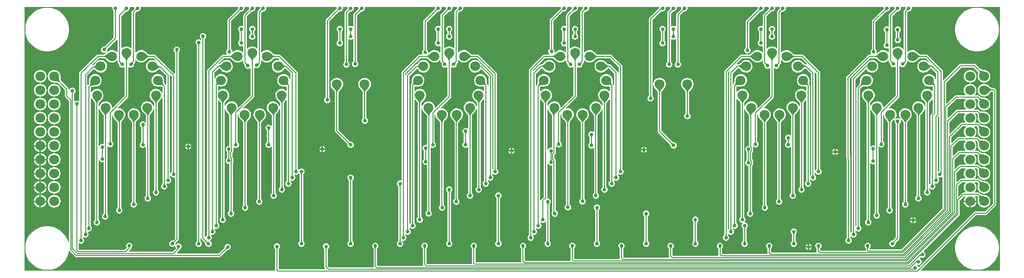
<source format=gbl>
G04*
G04 #@! TF.GenerationSoftware,Altium Limited,Altium Designer,18.0.12 (696)*
G04*
G04 Layer_Physical_Order=2*
G04 Layer_Color=16711680*
%FSLAX25Y25*%
%MOIN*%
G70*
G01*
G75*
%ADD10C,0.01000*%
%ADD11C,0.00600*%
%ADD22C,0.07087*%
%ADD23C,0.02500*%
G36*
X462030Y191406D02*
X461911Y191460D01*
X461797Y191500D01*
X461686Y191525D01*
X461580Y191537D01*
X461477Y191534D01*
X461378Y191517D01*
X461283Y191485D01*
X461191Y191439D01*
X461104Y191379D01*
X461021Y191305D01*
X460818Y191951D01*
X460872Y192009D01*
X460929Y192079D01*
X460988Y192161D01*
X461112Y192356D01*
X461245Y192596D01*
X461461Y193040D01*
X462030Y191406D01*
D02*
G37*
G36*
X391441Y191304D02*
X391300Y191332D01*
X391166Y191350D01*
X391038Y191357D01*
X390917Y191352D01*
X390803Y191336D01*
X390696Y191309D01*
X390595Y191271D01*
X390501Y191222D01*
X390413Y191161D01*
X390333Y191090D01*
X390009Y191614D01*
X390070Y191683D01*
X390130Y191762D01*
X390186Y191852D01*
X390240Y191953D01*
X390292Y192064D01*
X390387Y192320D01*
X390430Y192464D01*
X390510Y192785D01*
X391441Y191304D01*
D02*
G37*
G36*
X478334Y191270D02*
X478177Y191268D01*
X477891Y191242D01*
X477761Y191218D01*
X477640Y191186D01*
X477528Y191147D01*
X477426Y191101D01*
X477331Y191048D01*
X477246Y190987D01*
X477170Y190919D01*
X476746Y191343D01*
X476814Y191420D01*
X476875Y191505D01*
X476928Y191599D01*
X476974Y191702D01*
X477013Y191814D01*
X477044Y191935D01*
X477068Y192064D01*
X477085Y192203D01*
X477095Y192351D01*
X477097Y192507D01*
X478334Y191270D01*
D02*
G37*
G36*
X470460D02*
X470303Y191268D01*
X470017Y191242D01*
X469887Y191218D01*
X469766Y191186D01*
X469655Y191147D01*
X469552Y191101D01*
X469457Y191048D01*
X469372Y190987D01*
X469296Y190919D01*
X468872Y191343D01*
X468940Y191420D01*
X469001Y191505D01*
X469054Y191599D01*
X469100Y191702D01*
X469139Y191814D01*
X469170Y191935D01*
X469194Y192064D01*
X469211Y192203D01*
X469220Y192351D01*
X469222Y192507D01*
X470460Y191270D01*
D02*
G37*
G36*
X407468D02*
X407311Y191268D01*
X407025Y191242D01*
X406895Y191218D01*
X406774Y191186D01*
X406662Y191147D01*
X406559Y191101D01*
X406465Y191048D01*
X406380Y190987D01*
X406304Y190919D01*
X405880Y191343D01*
X405948Y191420D01*
X406009Y191505D01*
X406062Y191599D01*
X406108Y191702D01*
X406147Y191814D01*
X406178Y191935D01*
X406202Y192064D01*
X406219Y192203D01*
X406228Y192351D01*
X406230Y192507D01*
X407468Y191270D01*
D02*
G37*
G36*
X399594D02*
X399437Y191268D01*
X399151Y191242D01*
X399021Y191218D01*
X398900Y191186D01*
X398788Y191147D01*
X398685Y191101D01*
X398591Y191048D01*
X398506Y190987D01*
X398430Y190919D01*
X398006Y191343D01*
X398074Y191420D01*
X398135Y191505D01*
X398188Y191599D01*
X398234Y191702D01*
X398273Y191814D01*
X398304Y191935D01*
X398328Y192064D01*
X398345Y192203D01*
X398354Y192351D01*
X398356Y192507D01*
X399594Y191270D01*
D02*
G37*
G36*
X316917D02*
X316760Y191268D01*
X316474Y191242D01*
X316344Y191218D01*
X316223Y191186D01*
X316111Y191147D01*
X316008Y191101D01*
X315914Y191048D01*
X315829Y190987D01*
X315753Y190919D01*
X315329Y191343D01*
X315397Y191420D01*
X315457Y191505D01*
X315511Y191599D01*
X315557Y191702D01*
X315596Y191814D01*
X315627Y191935D01*
X315651Y192064D01*
X315668Y192203D01*
X315677Y192351D01*
X315679Y192507D01*
X316917Y191270D01*
D02*
G37*
G36*
X309043D02*
X308886Y191268D01*
X308600Y191242D01*
X308470Y191218D01*
X308349Y191186D01*
X308237Y191147D01*
X308134Y191101D01*
X308040Y191048D01*
X307955Y190987D01*
X307879Y190919D01*
X307455Y191343D01*
X307523Y191420D01*
X307583Y191505D01*
X307637Y191599D01*
X307683Y191702D01*
X307722Y191814D01*
X307753Y191935D01*
X307777Y192064D01*
X307794Y192203D01*
X307803Y192351D01*
X307805Y192507D01*
X309043Y191270D01*
D02*
G37*
G36*
X301169D02*
X301012Y191268D01*
X300726Y191242D01*
X300596Y191218D01*
X300475Y191186D01*
X300363Y191147D01*
X300260Y191101D01*
X300166Y191048D01*
X300081Y190987D01*
X300005Y190919D01*
X299581Y191343D01*
X299649Y191420D01*
X299709Y191505D01*
X299763Y191599D01*
X299809Y191702D01*
X299848Y191814D01*
X299879Y191935D01*
X299903Y192064D01*
X299920Y192203D01*
X299929Y192351D01*
X299931Y192507D01*
X301169Y191270D01*
D02*
G37*
G36*
X246051D02*
X245894Y191268D01*
X245608Y191242D01*
X245478Y191218D01*
X245357Y191186D01*
X245245Y191147D01*
X245142Y191101D01*
X245048Y191048D01*
X244963Y190987D01*
X244887Y190919D01*
X244462Y191343D01*
X244531Y191420D01*
X244591Y191505D01*
X244645Y191599D01*
X244691Y191702D01*
X244729Y191814D01*
X244761Y191935D01*
X244785Y192064D01*
X244802Y192203D01*
X244811Y192351D01*
X244813Y192507D01*
X246051Y191270D01*
D02*
G37*
G36*
X238176D02*
X238020Y191268D01*
X237734Y191242D01*
X237604Y191218D01*
X237483Y191186D01*
X237371Y191147D01*
X237268Y191101D01*
X237174Y191048D01*
X237089Y190987D01*
X237013Y190919D01*
X236589Y191343D01*
X236656Y191420D01*
X236717Y191505D01*
X236771Y191599D01*
X236817Y191702D01*
X236855Y191814D01*
X236887Y191935D01*
X236911Y192064D01*
X236928Y192203D01*
X236937Y192351D01*
X236939Y192507D01*
X238176Y191270D01*
D02*
G37*
G36*
X230303D02*
X230146Y191268D01*
X229860Y191242D01*
X229730Y191218D01*
X229609Y191186D01*
X229497Y191147D01*
X229394Y191101D01*
X229300Y191048D01*
X229215Y190987D01*
X229139Y190919D01*
X228714Y191343D01*
X228783Y191420D01*
X228843Y191505D01*
X228897Y191599D01*
X228943Y191702D01*
X228981Y191814D01*
X229013Y191935D01*
X229037Y192064D01*
X229054Y192203D01*
X229063Y192351D01*
X229065Y192507D01*
X230303Y191270D01*
D02*
G37*
G36*
X175184D02*
X175028Y191268D01*
X174741Y191242D01*
X174612Y191218D01*
X174491Y191186D01*
X174379Y191147D01*
X174276Y191101D01*
X174182Y191048D01*
X174097Y190987D01*
X174021Y190919D01*
X173596Y191343D01*
X173664Y191420D01*
X173725Y191505D01*
X173778Y191599D01*
X173825Y191702D01*
X173863Y191814D01*
X173895Y191935D01*
X173919Y192064D01*
X173935Y192203D01*
X173945Y192351D01*
X173947Y192507D01*
X175184Y191270D01*
D02*
G37*
G36*
X167310D02*
X167154Y191268D01*
X166867Y191242D01*
X166738Y191218D01*
X166617Y191186D01*
X166505Y191147D01*
X166402Y191101D01*
X166308Y191048D01*
X166223Y190987D01*
X166147Y190919D01*
X165722Y191343D01*
X165790Y191420D01*
X165851Y191505D01*
X165904Y191599D01*
X165951Y191702D01*
X165989Y191814D01*
X166021Y191935D01*
X166045Y192064D01*
X166061Y192203D01*
X166071Y192351D01*
X166073Y192507D01*
X167310Y191270D01*
D02*
G37*
G36*
X84633D02*
X84477Y191268D01*
X84190Y191242D01*
X84061Y191218D01*
X83940Y191186D01*
X83828Y191147D01*
X83725Y191101D01*
X83631Y191048D01*
X83546Y190987D01*
X83469Y190919D01*
X83045Y191343D01*
X83113Y191420D01*
X83174Y191505D01*
X83227Y191599D01*
X83273Y191702D01*
X83312Y191814D01*
X83343Y191935D01*
X83368Y192064D01*
X83384Y192203D01*
X83394Y192351D01*
X83396Y192507D01*
X84633Y191270D01*
D02*
G37*
G36*
X76759D02*
X76603Y191268D01*
X76316Y191242D01*
X76187Y191218D01*
X76066Y191186D01*
X75954Y191147D01*
X75851Y191101D01*
X75757Y191048D01*
X75672Y190987D01*
X75595Y190919D01*
X75171Y191343D01*
X75239Y191420D01*
X75300Y191505D01*
X75353Y191599D01*
X75399Y191702D01*
X75438Y191814D01*
X75469Y191935D01*
X75494Y192064D01*
X75510Y192203D01*
X75520Y192351D01*
X75522Y192507D01*
X76759Y191270D01*
D02*
G37*
G36*
X639750Y191269D02*
X639593Y191267D01*
X639307Y191241D01*
X639177Y191217D01*
X639056Y191186D01*
X638945Y191147D01*
X638842Y191101D01*
X638748Y191048D01*
X638662Y190987D01*
X638586Y190919D01*
X638162Y191343D01*
X638230Y191419D01*
X638291Y191504D01*
X638344Y191598D01*
X638390Y191701D01*
X638429Y191813D01*
X638460Y191934D01*
X638484Y192064D01*
X638501Y192203D01*
X638511Y192350D01*
X638513Y192507D01*
X639750Y191269D01*
D02*
G37*
G36*
X631876D02*
X631719Y191267D01*
X631433Y191241D01*
X631303Y191217D01*
X631182Y191186D01*
X631071Y191147D01*
X630968Y191101D01*
X630874Y191048D01*
X630788Y190987D01*
X630712Y190919D01*
X630288Y191343D01*
X630356Y191419D01*
X630417Y191504D01*
X630470Y191598D01*
X630516Y191701D01*
X630555Y191813D01*
X630586Y191934D01*
X630610Y192064D01*
X630627Y192203D01*
X630637Y192350D01*
X630639Y192507D01*
X631876Y191269D01*
D02*
G37*
G36*
X624002D02*
X623845Y191267D01*
X623559Y191241D01*
X623429Y191217D01*
X623309Y191186D01*
X623197Y191147D01*
X623094Y191101D01*
X623000Y191048D01*
X622914Y190987D01*
X622838Y190919D01*
X622414Y191343D01*
X622482Y191419D01*
X622543Y191504D01*
X622596Y191598D01*
X622642Y191701D01*
X622681Y191813D01*
X622712Y191934D01*
X622736Y192064D01*
X622753Y192203D01*
X622762Y192350D01*
X622765Y192507D01*
X624002Y191269D01*
D02*
G37*
G36*
X549199D02*
X549042Y191267D01*
X548756Y191241D01*
X548626Y191217D01*
X548505Y191186D01*
X548394Y191147D01*
X548291Y191101D01*
X548197Y191048D01*
X548111Y190987D01*
X548035Y190919D01*
X547611Y191343D01*
X547679Y191419D01*
X547740Y191504D01*
X547793Y191598D01*
X547839Y191701D01*
X547878Y191813D01*
X547909Y191934D01*
X547933Y192064D01*
X547950Y192203D01*
X547960Y192350D01*
X547962Y192507D01*
X549199Y191269D01*
D02*
G37*
G36*
X541325D02*
X541168Y191267D01*
X540882Y191241D01*
X540752Y191217D01*
X540631Y191186D01*
X540520Y191147D01*
X540417Y191101D01*
X540323Y191048D01*
X540237Y190987D01*
X540161Y190919D01*
X539737Y191343D01*
X539805Y191419D01*
X539866Y191504D01*
X539919Y191598D01*
X539965Y191701D01*
X540004Y191813D01*
X540035Y191934D01*
X540059Y192064D01*
X540076Y192203D01*
X540086Y192350D01*
X540088Y192507D01*
X541325Y191269D01*
D02*
G37*
G36*
X533451D02*
X533294Y191267D01*
X533008Y191241D01*
X532878Y191217D01*
X532758Y191186D01*
X532646Y191147D01*
X532543Y191101D01*
X532449Y191048D01*
X532363Y190987D01*
X532287Y190919D01*
X531863Y191343D01*
X531931Y191419D01*
X531992Y191504D01*
X532045Y191598D01*
X532091Y191701D01*
X532130Y191813D01*
X532161Y191934D01*
X532185Y192064D01*
X532202Y192203D01*
X532211Y192350D01*
X532214Y192507D01*
X533451Y191269D01*
D02*
G37*
G36*
X159436D02*
X159279Y191267D01*
X158993Y191241D01*
X158863Y191217D01*
X158742Y191186D01*
X158631Y191147D01*
X158528Y191101D01*
X158434Y191048D01*
X158348Y190987D01*
X158272Y190919D01*
X157848Y191343D01*
X157916Y191419D01*
X157977Y191504D01*
X158030Y191598D01*
X158076Y191701D01*
X158115Y191813D01*
X158146Y191934D01*
X158170Y192064D01*
X158187Y192203D01*
X158196Y192350D01*
X158199Y192507D01*
X159436Y191269D01*
D02*
G37*
G36*
X69663Y191515D02*
X69479Y191294D01*
X69405Y191185D01*
X69341Y191077D01*
X69290Y190971D01*
X69249Y190866D01*
X69221Y190761D01*
X69203Y190658D01*
X69198Y190556D01*
X68598D01*
X68592Y190658D01*
X68575Y190761D01*
X68546Y190866D01*
X68506Y190971D01*
X68454Y191077D01*
X68391Y191185D01*
X68316Y191294D01*
X68230Y191404D01*
X68132Y191515D01*
X68023Y191627D01*
X69773D01*
X69663Y191515D01*
D02*
G37*
G36*
X476159Y193056D02*
X476052Y192520D01*
X476076Y192403D01*
X476075Y192390D01*
X476069Y192297D01*
X476060Y192218D01*
X476048Y192156D01*
X476036Y192109D01*
X476025Y192077D01*
X476022Y192069D01*
X472685Y188733D01*
X472398Y188303D01*
X472297Y187795D01*
Y179648D01*
X471797Y179380D01*
X471350Y179678D01*
X470472Y179853D01*
X469594Y179678D01*
X469148Y179380D01*
X468648Y179648D01*
Y188821D01*
X470022Y190195D01*
X470030Y190198D01*
X470062Y190209D01*
X470109Y190222D01*
X470157Y190231D01*
X470356Y190249D01*
X470472Y190226D01*
X471350Y190400D01*
X472095Y190898D01*
X472592Y191642D01*
X472766Y192520D01*
X472660Y193056D01*
X473041Y193556D01*
X475777D01*
X476159Y193056D01*
D02*
G37*
G36*
X405293D02*
X405186Y192520D01*
X405209Y192403D01*
X405209Y192390D01*
X405203Y192297D01*
X405194Y192218D01*
X405182Y192156D01*
X405170Y192109D01*
X405159Y192077D01*
X405156Y192069D01*
X403787Y190701D01*
X403500Y190271D01*
X403399Y189764D01*
Y163731D01*
X402925Y163571D01*
X402847Y163673D01*
X401897Y164402D01*
X400792Y164859D01*
X399606Y165016D01*
X398420Y164859D01*
X397315Y164402D01*
X396366Y163673D01*
X396287Y163571D01*
X395814Y163731D01*
Y186853D01*
X399156Y190195D01*
X399164Y190198D01*
X399196Y190209D01*
X399242Y190222D01*
X399290Y190231D01*
X399490Y190249D01*
X399606Y190226D01*
X400484Y190400D01*
X401229Y190898D01*
X401726Y191642D01*
X401900Y192520D01*
X401794Y193056D01*
X402175Y193556D01*
X404911D01*
X405293Y193056D01*
D02*
G37*
G36*
X314742D02*
X314635Y192520D01*
X314658Y192403D01*
X314658Y192390D01*
X314652Y192297D01*
X314643Y192218D01*
X314631Y192156D01*
X314619Y192109D01*
X314608Y192077D01*
X314604Y192069D01*
X313236Y190701D01*
X312949Y190271D01*
X312848Y189764D01*
Y163731D01*
X312374Y163571D01*
X312295Y163673D01*
X311346Y164402D01*
X310241Y164859D01*
X309055Y165016D01*
X307869Y164859D01*
X306764Y164402D01*
X305815Y163673D01*
X305736Y163571D01*
X305262Y163731D01*
Y186853D01*
X308605Y190195D01*
X308613Y190198D01*
X308645Y190209D01*
X308691Y190222D01*
X308739Y190231D01*
X308939Y190249D01*
X309055Y190226D01*
X309933Y190400D01*
X310677Y190898D01*
X311175Y191642D01*
X311349Y192520D01*
X311242Y193056D01*
X311624Y193556D01*
X314360D01*
X314742Y193056D01*
D02*
G37*
G36*
X306868D02*
X306761Y192520D01*
X306784Y192403D01*
X306784Y192390D01*
X306778Y192297D01*
X306769Y192218D01*
X306757Y192156D01*
X306745Y192109D01*
X306734Y192077D01*
X306730Y192069D01*
X303000Y188339D01*
X302712Y187909D01*
X302611Y187402D01*
Y179840D01*
X302171Y179604D01*
X302059Y179678D01*
X301181Y179853D01*
X300303Y179678D01*
X299559Y179181D01*
X299062Y178437D01*
X298887Y177559D01*
X299062Y176681D01*
X299559Y175937D01*
X299657Y175871D01*
X299667Y175861D01*
X299729Y175791D01*
X299777Y175729D01*
X299813Y175677D01*
X299838Y175635D01*
X299852Y175605D01*
X299856Y175597D01*
Y169285D01*
X299852Y169277D01*
X299838Y169247D01*
X299813Y169205D01*
X299786Y169165D01*
X299657Y169011D01*
X299559Y168945D01*
X299062Y168201D01*
X298887Y167323D01*
X299062Y166445D01*
X299559Y165701D01*
X300303Y165203D01*
X301181Y165029D01*
X302059Y165203D01*
X302171Y165278D01*
X302611Y165042D01*
Y160808D01*
X302112Y160649D01*
X301902Y160947D01*
X300982Y161713D01*
X299897Y162215D01*
X298718Y162418D01*
X297526Y162310D01*
X296404Y161897D01*
X295426Y161207D01*
X295314Y161073D01*
X294528Y160324D01*
X294465Y160271D01*
X294009Y160541D01*
X294026Y160630D01*
X293852Y161508D01*
X293354Y162252D01*
X293256Y162318D01*
X293246Y162328D01*
X293185Y162398D01*
X293136Y162460D01*
X293100Y162512D01*
X293075Y162554D01*
X293061Y162584D01*
X293058Y162592D01*
Y182522D01*
X300731Y190195D01*
X300739Y190198D01*
X300770Y190209D01*
X300817Y190222D01*
X300865Y190231D01*
X301065Y190249D01*
X301181Y190226D01*
X302059Y190400D01*
X302803Y190898D01*
X303301Y191642D01*
X303475Y192520D01*
X303368Y193056D01*
X303750Y193556D01*
X306486D01*
X306868Y193056D01*
D02*
G37*
G36*
X243876D02*
X243769Y192520D01*
X243792Y192403D01*
X243792Y192390D01*
X243786Y192297D01*
X243776Y192218D01*
X243765Y192156D01*
X243753Y192109D01*
X243742Y192077D01*
X243738Y192069D01*
X240401Y188733D01*
X240114Y188303D01*
X240013Y187795D01*
Y179648D01*
X239513Y179380D01*
X239067Y179678D01*
X238189Y179853D01*
X237311Y179678D01*
X236865Y179380D01*
X236365Y179648D01*
Y188821D01*
X237739Y190195D01*
X237747Y190198D01*
X237778Y190209D01*
X237825Y190222D01*
X237873Y190231D01*
X238073Y190249D01*
X238189Y190226D01*
X239067Y190400D01*
X239811Y190898D01*
X240308Y191642D01*
X240483Y192520D01*
X240376Y193056D01*
X240758Y193556D01*
X243494D01*
X243876Y193056D01*
D02*
G37*
G36*
X173010D02*
X172903Y192520D01*
X172926Y192403D01*
X172926Y192390D01*
X172920Y192297D01*
X172910Y192218D01*
X172899Y192156D01*
X172887Y192109D01*
X172876Y192077D01*
X172872Y192069D01*
X171504Y190701D01*
X171216Y190271D01*
X171116Y189764D01*
Y163731D01*
X170642Y163571D01*
X170563Y163673D01*
X169614Y164402D01*
X168509Y164859D01*
X167323Y165016D01*
X166137Y164859D01*
X165032Y164402D01*
X164083Y163673D01*
X164004Y163571D01*
X163530Y163731D01*
Y186853D01*
X166873Y190195D01*
X166880Y190198D01*
X166912Y190209D01*
X166959Y190222D01*
X167007Y190231D01*
X167207Y190249D01*
X167323Y190226D01*
X168201Y190400D01*
X168945Y190898D01*
X169442Y191642D01*
X169617Y192520D01*
X169510Y193056D01*
X169892Y193556D01*
X172628D01*
X173010Y193056D01*
D02*
G37*
G36*
X82458D02*
X82352Y192520D01*
X82375Y192403D01*
X82375Y192390D01*
X82369Y192297D01*
X82359Y192218D01*
X82348Y192156D01*
X82335Y192109D01*
X82324Y192077D01*
X82321Y192069D01*
X80953Y190701D01*
X80665Y190271D01*
X80564Y189764D01*
Y163731D01*
X80091Y163571D01*
X80012Y163673D01*
X79063Y164402D01*
X77958Y164859D01*
X76772Y165016D01*
X75586Y164859D01*
X74480Y164402D01*
X73531Y163673D01*
X73453Y163571D01*
X72979Y163731D01*
Y186853D01*
X76321Y190195D01*
X76329Y190198D01*
X76361Y190209D01*
X76408Y190222D01*
X76456Y190231D01*
X76656Y190249D01*
X76772Y190226D01*
X77650Y190400D01*
X78394Y190898D01*
X78891Y191642D01*
X79066Y192520D01*
X78959Y193056D01*
X79341Y193556D01*
X82077D01*
X82458Y193056D01*
D02*
G37*
G36*
X705367Y3294D02*
X648735D01*
X648544Y3756D01*
X688344Y43556D01*
X695276D01*
X695783Y43657D01*
X696213Y43945D01*
X702512Y50244D01*
X702799Y50674D01*
X702900Y51181D01*
Y133071D01*
X702799Y133578D01*
X702512Y134008D01*
X701725Y134795D01*
X701295Y135083D01*
X700787Y135184D01*
X699579D01*
X699499Y135206D01*
X699336Y135272D01*
X699111Y135384D01*
X698856Y135530D01*
X697286Y136628D01*
X696814Y136999D01*
X696813Y136999D01*
X696812Y137000D01*
X696722Y137046D01*
X696268Y137394D01*
X695162Y137852D01*
X693976Y138008D01*
X692790Y137852D01*
X691685Y137394D01*
X690736Y136665D01*
X690008Y135716D01*
X689550Y134611D01*
X689394Y133425D01*
X689550Y132239D01*
X690008Y131134D01*
X690736Y130185D01*
X691685Y129457D01*
X692790Y128999D01*
X693976Y128843D01*
X695162Y128999D01*
X696268Y129457D01*
X697217Y130185D01*
X697520Y130580D01*
X697591Y130641D01*
X697916Y131052D01*
X698521Y131735D01*
X698776Y131984D01*
X699014Y132189D01*
X699224Y132344D01*
X699397Y132448D01*
X699527Y132507D01*
X699608Y132530D01*
X699636Y132533D01*
X700238D01*
X700249Y132522D01*
Y51730D01*
X694727Y46207D01*
X687795D01*
X687288Y46106D01*
X686858Y45819D01*
X647119Y6080D01*
X646640Y6225D01*
X646608Y6390D01*
X646110Y7134D01*
X646000Y7208D01*
X646195Y7679D01*
X646850Y7548D01*
X647728Y7723D01*
X648472Y8220D01*
X648970Y8965D01*
X649145Y9843D01*
X648970Y10720D01*
X648472Y11465D01*
X647896Y11850D01*
X647765Y12426D01*
X648400Y13061D01*
X648728Y12841D01*
X649606Y12666D01*
X650484Y12841D01*
X651229Y13339D01*
X651726Y14083D01*
X651900Y14961D01*
X651726Y15838D01*
X651229Y16583D01*
X650709Y16930D01*
X650600Y17528D01*
X676172Y43100D01*
X676459Y43530D01*
X676560Y44037D01*
Y53782D01*
X679721Y56942D01*
X680318D01*
X680565Y56442D01*
X680008Y55716D01*
X679550Y54611D01*
X679460Y53925D01*
X683976D01*
X688493D01*
X688403Y54611D01*
X687945Y55716D01*
X687388Y56442D01*
X687635Y56942D01*
X689215D01*
X689353Y56804D01*
X689370Y56783D01*
X689411Y56709D01*
X689462Y56576D01*
X689510Y56380D01*
X689548Y56124D01*
X689571Y55811D01*
X689574Y55455D01*
X689516Y54548D01*
X689454Y54028D01*
X689461Y53933D01*
X689394Y53425D01*
X689550Y52239D01*
X690008Y51134D01*
X690736Y50185D01*
X691685Y49457D01*
X692790Y48999D01*
X693976Y48843D01*
X695162Y48999D01*
X696268Y49457D01*
X697217Y50185D01*
X697945Y51134D01*
X698403Y52239D01*
X698559Y53425D01*
X698403Y54611D01*
X697945Y55716D01*
X697217Y56665D01*
X696268Y57394D01*
X695162Y57852D01*
X694611Y57924D01*
X694515Y57956D01*
X694514Y57956D01*
X694513Y57956D01*
X693903Y58033D01*
X692857Y58194D01*
X692040Y58366D01*
X691741Y58448D01*
X691502Y58528D01*
X691340Y58597D01*
X691269Y58637D01*
X690701Y59205D01*
X690271Y59492D01*
X689764Y59593D01*
X687223D01*
X687063Y60067D01*
X687217Y60185D01*
X687945Y61134D01*
X688403Y62239D01*
X688559Y63425D01*
X688403Y64611D01*
X687945Y65716D01*
X687217Y66666D01*
X687165Y66705D01*
X687326Y67178D01*
X689215D01*
X689479Y66914D01*
X689499Y66889D01*
X689539Y66818D01*
X689585Y66692D01*
X689628Y66506D01*
X689659Y66262D01*
X689672Y65962D01*
X689664Y65621D01*
X689572Y64744D01*
X689487Y64241D01*
X689490Y64154D01*
X689394Y63425D01*
X689550Y62239D01*
X690008Y61134D01*
X690736Y60185D01*
X691685Y59457D01*
X692790Y58999D01*
X693976Y58843D01*
X695162Y58999D01*
X696268Y59457D01*
X697217Y60185D01*
X697945Y61134D01*
X698403Y62239D01*
X698559Y63425D01*
X698403Y64611D01*
X697945Y65716D01*
X697217Y66666D01*
X696268Y67394D01*
X695162Y67852D01*
X694798Y67900D01*
X694734Y67925D01*
X693532Y68141D01*
X692582Y68347D01*
X691872Y68545D01*
X691637Y68628D01*
X691471Y68700D01*
X691406Y68736D01*
X690701Y69441D01*
X690271Y69728D01*
X689764Y69829D01*
X687525D01*
X687328Y70329D01*
X687945Y71134D01*
X688403Y72239D01*
X688559Y73425D01*
X688403Y74611D01*
X687945Y75716D01*
X687328Y76521D01*
X687525Y77021D01*
X688821D01*
X689192Y76650D01*
X689206Y76633D01*
X689248Y76557D01*
X689304Y76415D01*
X689360Y76207D01*
X689408Y75936D01*
X689442Y75630D01*
X689456Y74276D01*
X689425Y73743D01*
X689430Y73702D01*
X689394Y73425D01*
X689550Y72239D01*
X690008Y71134D01*
X690736Y70185D01*
X691685Y69457D01*
X692790Y68999D01*
X693976Y68843D01*
X695162Y68999D01*
X696268Y69457D01*
X697217Y70185D01*
X697945Y71134D01*
X698403Y72239D01*
X698559Y73425D01*
X698403Y74611D01*
X697945Y75716D01*
X697217Y76666D01*
X696268Y77394D01*
X695162Y77852D01*
X694277Y77968D01*
X694228Y77981D01*
X694228Y77981D01*
X694228D01*
X694133Y77987D01*
X693976Y78008D01*
X693921Y78000D01*
X693640Y78018D01*
X692632Y78118D01*
X691842Y78250D01*
X691556Y78319D01*
X691326Y78391D01*
X691169Y78456D01*
X691092Y78499D01*
X691090Y78501D01*
X690307Y79284D01*
X689877Y79571D01*
X689370Y79672D01*
X687326D01*
X687165Y80145D01*
X687217Y80185D01*
X687945Y81134D01*
X688403Y82239D01*
X688559Y83425D01*
X688403Y84611D01*
X687945Y85716D01*
X687217Y86665D01*
X687063Y86784D01*
X687223Y87257D01*
X688821D01*
X689312Y86767D01*
X689328Y86746D01*
X689370Y86672D01*
X689421Y86536D01*
X689472Y86337D01*
X689512Y86077D01*
X689538Y85760D01*
X689546Y85400D01*
X689500Y84483D01*
X689445Y83957D01*
X689453Y83871D01*
X689394Y83425D01*
X689550Y82239D01*
X690008Y81134D01*
X690736Y80185D01*
X691685Y79457D01*
X692790Y78999D01*
X693976Y78843D01*
X695162Y78999D01*
X696268Y79457D01*
X697217Y80185D01*
X697945Y81134D01*
X698403Y82239D01*
X698559Y83425D01*
X698403Y84611D01*
X697945Y85716D01*
X697217Y86665D01*
X696268Y87394D01*
X695162Y87852D01*
X694540Y87934D01*
X694443Y87964D01*
X694442Y87964D01*
X694442Y87964D01*
X693838Y88030D01*
X692801Y88176D01*
X691991Y88337D01*
X691695Y88416D01*
X691458Y88495D01*
X691297Y88563D01*
X691224Y88604D01*
X690307Y89520D01*
X689877Y89807D01*
X689370Y89908D01*
X687635D01*
X687388Y90408D01*
X687945Y91134D01*
X688403Y92239D01*
X688559Y93425D01*
X688403Y94611D01*
X687945Y95716D01*
X687267Y96600D01*
X687389Y97100D01*
X688427D01*
X689042Y96485D01*
X689050Y96475D01*
X689093Y96398D01*
X689153Y96248D01*
X689218Y96029D01*
X689277Y95745D01*
X689326Y95419D01*
X689412Y94015D01*
X689413Y93574D01*
X689394Y93425D01*
X689550Y92239D01*
X690008Y91134D01*
X690736Y90185D01*
X691685Y89457D01*
X692790Y88999D01*
X693976Y88843D01*
X695162Y88999D01*
X696268Y89457D01*
X697217Y90185D01*
X697945Y91134D01*
X698403Y92239D01*
X698559Y93425D01*
X698403Y94611D01*
X697945Y95716D01*
X697217Y96666D01*
X696268Y97394D01*
X695162Y97852D01*
X693976Y98008D01*
X693839Y97990D01*
X692863Y98004D01*
X691992Y98074D01*
X691657Y98124D01*
X691373Y98184D01*
X691153Y98248D01*
X691004Y98308D01*
X690927Y98351D01*
X690916Y98360D01*
X689914Y99362D01*
X689484Y99650D01*
X688976Y99751D01*
X687389D01*
X687267Y100251D01*
X687945Y101134D01*
X688403Y102239D01*
X688559Y103425D01*
X688403Y104611D01*
X687945Y105717D01*
X687217Y106666D01*
X686960Y106862D01*
X687121Y107336D01*
X688821D01*
X689353Y106804D01*
X689370Y106783D01*
X689411Y106709D01*
X689462Y106576D01*
X689510Y106380D01*
X689548Y106124D01*
X689571Y105811D01*
X689574Y105455D01*
X689516Y104548D01*
X689454Y104028D01*
X689461Y103933D01*
X689394Y103425D01*
X689550Y102239D01*
X690008Y101134D01*
X690736Y100185D01*
X691685Y99457D01*
X692790Y98999D01*
X693976Y98843D01*
X695162Y98999D01*
X696268Y99457D01*
X697217Y100185D01*
X697945Y101134D01*
X698403Y102239D01*
X698559Y103425D01*
X698403Y104611D01*
X697945Y105717D01*
X697217Y106666D01*
X696268Y107394D01*
X695162Y107852D01*
X694611Y107924D01*
X694515Y107956D01*
X694514Y107956D01*
X694513Y107956D01*
X693903Y108033D01*
X692857Y108194D01*
X692040Y108366D01*
X691741Y108448D01*
X691502Y108528D01*
X691340Y108597D01*
X691269Y108637D01*
X690307Y109599D01*
X689877Y109886D01*
X689370Y109987D01*
X687695D01*
X687448Y110487D01*
X687945Y111134D01*
X688403Y112239D01*
X688559Y113425D01*
X688403Y114611D01*
X687945Y115717D01*
X687509Y116285D01*
X687755Y116785D01*
X688821D01*
X689079Y116527D01*
X689088Y116515D01*
X689131Y116438D01*
X689190Y116290D01*
X689252Y116074D01*
X689309Y115793D01*
X689354Y115472D01*
X689422Y114081D01*
X689416Y113590D01*
X689394Y113425D01*
X689550Y112239D01*
X690008Y111134D01*
X690736Y110185D01*
X691685Y109457D01*
X692790Y108999D01*
X693976Y108843D01*
X695162Y108999D01*
X696268Y109457D01*
X697217Y110185D01*
X697945Y111134D01*
X698403Y112239D01*
X698559Y113425D01*
X698403Y114611D01*
X697945Y115717D01*
X697217Y116665D01*
X696268Y117394D01*
X695162Y117852D01*
X693976Y118008D01*
X693861Y117992D01*
X692923Y118020D01*
X692044Y118102D01*
X691706Y118156D01*
X691418Y118219D01*
X691196Y118284D01*
X691044Y118346D01*
X690968Y118389D01*
X690959Y118396D01*
X690307Y119047D01*
X689877Y119335D01*
X689370Y119436D01*
X687062D01*
X686892Y119936D01*
X687217Y120185D01*
X687945Y121134D01*
X688403Y122239D01*
X688559Y123425D01*
X688403Y124611D01*
X687945Y125716D01*
X687328Y126521D01*
X687525Y127021D01*
X689215D01*
X689394Y126841D01*
X689413Y126819D01*
X689453Y126746D01*
X689502Y126615D01*
X689549Y126423D01*
X689584Y126170D01*
X689604Y125861D01*
X689603Y125511D01*
X689534Y124613D01*
X689464Y124099D01*
X689470Y124001D01*
X689394Y123425D01*
X689550Y122239D01*
X690008Y121134D01*
X690736Y120185D01*
X691685Y119457D01*
X692790Y118999D01*
X693976Y118843D01*
X695162Y118999D01*
X696268Y119457D01*
X697217Y120185D01*
X697945Y121134D01*
X698403Y122239D01*
X698559Y123425D01*
X698403Y124611D01*
X697945Y125716D01*
X697217Y126665D01*
X696268Y127394D01*
X695162Y127852D01*
X694684Y127915D01*
X694602Y127945D01*
X692908Y128213D01*
X692090Y128394D01*
X691788Y128479D01*
X691547Y128562D01*
X691383Y128632D01*
X691314Y128671D01*
X690701Y129284D01*
X690271Y129571D01*
X689764Y129672D01*
X687326D01*
X687165Y130145D01*
X687217Y130185D01*
X687945Y131134D01*
X688403Y132239D01*
X688559Y133425D01*
X688403Y134611D01*
X687945Y135716D01*
X687217Y136665D01*
X686268Y137394D01*
X685162Y137852D01*
X683976Y138008D01*
X682790Y137852D01*
X681685Y137394D01*
X680736Y136665D01*
X680008Y135716D01*
X679550Y134611D01*
X679394Y133425D01*
X679550Y132239D01*
X680008Y131134D01*
X680736Y130185D01*
X680788Y130145D01*
X680627Y129672D01*
X673622D01*
X673115Y129571D01*
X672685Y129284D01*
X667142Y123741D01*
X666680Y123932D01*
Y138821D01*
X677714Y149856D01*
X686459D01*
X689436Y146878D01*
X689456Y146854D01*
X689496Y146782D01*
X689543Y146654D01*
X689588Y146465D01*
X689621Y146216D01*
X689638Y145912D01*
X689633Y145566D01*
X689552Y144678D01*
X689475Y144170D01*
X689479Y144073D01*
X689394Y143425D01*
X689550Y142239D01*
X690008Y141134D01*
X690736Y140185D01*
X691685Y139457D01*
X692790Y138999D01*
X693976Y138843D01*
X695162Y138999D01*
X696268Y139457D01*
X697217Y140185D01*
X697945Y141134D01*
X698403Y142239D01*
X698559Y143425D01*
X698403Y144611D01*
X697945Y145717D01*
X697217Y146666D01*
X696268Y147394D01*
X695162Y147852D01*
X694740Y147907D01*
X694663Y147936D01*
X693471Y148132D01*
X692530Y148325D01*
X691825Y148514D01*
X691592Y148595D01*
X691427Y148666D01*
X691360Y148703D01*
X687945Y152118D01*
X687515Y152406D01*
X687008Y152507D01*
X677165D01*
X676658Y152406D01*
X676228Y152118D01*
X664818Y140708D01*
X664318Y140915D01*
Y147244D01*
X664217Y147751D01*
X663929Y148181D01*
X653299Y158811D01*
X652869Y159099D01*
X652362Y159200D01*
X648061D01*
X648048Y159201D01*
X647963Y159225D01*
X647814Y159288D01*
X647611Y159399D01*
X647365Y159557D01*
X647098Y159753D01*
X646030Y160682D01*
X645631Y161072D01*
X645631Y161072D01*
X645631Y161072D01*
X645630Y161073D01*
X645517Y161208D01*
X644539Y161898D01*
X643417Y162311D01*
X642225Y162419D01*
X641047Y162215D01*
X639961Y161713D01*
X639227Y161102D01*
X638727Y161336D01*
Y189609D01*
X639312Y190194D01*
X639320Y190198D01*
X639352Y190209D01*
X639399Y190221D01*
X639447Y190230D01*
X639646Y190248D01*
X639762Y190225D01*
X640640Y190400D01*
X641385Y190897D01*
X641882Y191641D01*
X642057Y192519D01*
X641950Y193056D01*
X642331Y193556D01*
X705367D01*
Y3294D01*
D02*
G37*
G36*
X637575Y193056D02*
X637468Y192519D01*
X637492Y192403D01*
X637491Y192389D01*
X637485Y192296D01*
X637476Y192218D01*
X637464Y192156D01*
X637452Y192109D01*
X637441Y192077D01*
X637438Y192069D01*
X636464Y191096D01*
X636177Y190666D01*
X636076Y190158D01*
Y163262D01*
X635576Y163092D01*
X635130Y163673D01*
X634181Y164402D01*
X633076Y164859D01*
X631890Y165016D01*
X630704Y164859D01*
X629599Y164402D01*
X628649Y163673D01*
X628571Y163571D01*
X628097Y163731D01*
Y186853D01*
X631438Y190194D01*
X631446Y190198D01*
X631478Y190209D01*
X631525Y190221D01*
X631573Y190230D01*
X631772Y190248D01*
X631888Y190225D01*
X632766Y190400D01*
X633511Y190897D01*
X634008Y191641D01*
X634183Y192519D01*
X634076Y193056D01*
X634457Y193556D01*
X637194D01*
X637575Y193056D01*
D02*
G37*
G36*
X629701D02*
X629594Y192519D01*
X629618Y192403D01*
X629617Y192389D01*
X629611Y192296D01*
X629602Y192218D01*
X629590Y192156D01*
X629578Y192109D01*
X629567Y192077D01*
X629564Y192069D01*
X625834Y188340D01*
X625547Y187910D01*
X625446Y187402D01*
Y179446D01*
X625005Y179210D01*
X624894Y179285D01*
X624016Y179459D01*
X623138Y179285D01*
X622394Y178788D01*
X621896Y178043D01*
X621722Y177165D01*
X621896Y176287D01*
X622394Y175543D01*
X622492Y175477D01*
X622502Y175468D01*
X622564Y175397D01*
X622612Y175336D01*
X622648Y175283D01*
X622673Y175241D01*
X622687Y175211D01*
X622690Y175203D01*
Y167741D01*
X622687Y167733D01*
X622673Y167703D01*
X622648Y167661D01*
X622620Y167621D01*
X622492Y167467D01*
X622394Y167401D01*
X621896Y166657D01*
X621722Y165779D01*
X621896Y164901D01*
X622394Y164157D01*
X623138Y163659D01*
X624016Y163485D01*
X624894Y163659D01*
X625005Y163734D01*
X625446Y163498D01*
Y160808D01*
X624946Y160649D01*
X624736Y160947D01*
X623817Y161713D01*
X622731Y162215D01*
X621552Y162418D01*
X620361Y162310D01*
X619238Y161897D01*
X618261Y161207D01*
X618149Y161073D01*
X617362Y160324D01*
X617205Y160192D01*
X616749Y160462D01*
X616861Y161024D01*
X616686Y161901D01*
X616189Y162646D01*
X616091Y162712D01*
X616081Y162721D01*
X616019Y162792D01*
X615971Y162854D01*
X615935Y162906D01*
X615910Y162948D01*
X615896Y162978D01*
X615892Y162986D01*
Y182523D01*
X623564Y190194D01*
X623572Y190198D01*
X623604Y190209D01*
X623651Y190221D01*
X623699Y190230D01*
X623898Y190248D01*
X624015Y190225D01*
X624892Y190400D01*
X625637Y190897D01*
X626134Y191641D01*
X626309Y192519D01*
X626202Y193056D01*
X626583Y193556D01*
X629320D01*
X629701Y193056D01*
D02*
G37*
G36*
X621827D02*
X621720Y192519D01*
X621743Y192403D01*
X621743Y192389D01*
X621737Y192296D01*
X621728Y192218D01*
X621716Y192156D01*
X621704Y192109D01*
X621693Y192077D01*
X621690Y192069D01*
X613630Y184009D01*
X613342Y183579D01*
X613241Y183072D01*
Y162986D01*
X613238Y162978D01*
X613224Y162948D01*
X613199Y162906D01*
X613172Y162866D01*
X613043Y162712D01*
X612945Y162646D01*
X612448Y161901D01*
X612273Y161024D01*
X612448Y160146D01*
X612746Y159699D01*
X612478Y159200D01*
X611417D01*
X610910Y159099D01*
X610480Y158811D01*
X595126Y143457D01*
X595124Y143455D01*
X595123Y143454D01*
X594980Y143239D01*
X594838Y143027D01*
X594838Y143025D01*
X594837Y143023D01*
X594787Y142771D01*
X594737Y142520D01*
X594738Y142517D01*
X594737Y142515D01*
X595125Y27155D01*
X595122Y27147D01*
X595107Y27116D01*
X595083Y27075D01*
X595055Y27034D01*
X594930Y26883D01*
X594835Y26819D01*
X594337Y26075D01*
X594163Y25197D01*
X594337Y24319D01*
X594835Y23575D01*
X595579Y23077D01*
X596457Y22903D01*
X597335Y23077D01*
X598079Y23575D01*
X598576Y24319D01*
X598751Y25197D01*
X598576Y26075D01*
X598079Y26819D01*
X597978Y26886D01*
X597965Y26900D01*
X597903Y26970D01*
X597854Y27031D01*
X597818Y27084D01*
X597793Y27125D01*
X597779Y27155D01*
X597776Y27164D01*
X597773Y27911D01*
X598273Y28063D01*
X598378Y27905D01*
X599122Y27408D01*
X600000Y27233D01*
X600878Y27408D01*
X601622Y27905D01*
X602119Y28650D01*
X602294Y29528D01*
X602119Y30406D01*
X601622Y31150D01*
X601524Y31216D01*
X601514Y31225D01*
X601452Y31296D01*
X601404Y31357D01*
X601368Y31410D01*
X601343Y31451D01*
X601329Y31482D01*
X601326Y31490D01*
Y32228D01*
X601826Y32379D01*
X601921Y32236D01*
X602665Y31739D01*
X603543Y31564D01*
X604421Y31739D01*
X605165Y32236D01*
X605663Y32980D01*
X605837Y33858D01*
X605663Y34736D01*
X605165Y35480D01*
X605067Y35546D01*
X605057Y35556D01*
X604996Y35626D01*
X604947Y35688D01*
X604911Y35741D01*
X604886Y35782D01*
X604872Y35812D01*
X604869Y35820D01*
Y134490D01*
X606155Y135776D01*
X606173Y135791D01*
X606248Y135833D01*
X606388Y135887D01*
X606593Y135941D01*
X606860Y135987D01*
X607163Y136018D01*
X608504Y136015D01*
X608784Y135995D01*
X608865Y135974D01*
X610061Y135986D01*
X611213Y136307D01*
X612243Y136916D01*
X613081Y137770D01*
X613668Y138812D01*
X613966Y139971D01*
X613954Y141167D01*
X613633Y142319D01*
X613024Y143349D01*
X612170Y144186D01*
X611128Y144774D01*
X609969Y145072D01*
X608773Y145060D01*
X607620Y144738D01*
X606591Y144130D01*
X605753Y143275D01*
X605166Y142234D01*
X604868Y141075D01*
X604870Y140859D01*
X604865Y140843D01*
X604865Y140842D01*
X604865Y140842D01*
X604819Y140250D01*
X604705Y139232D01*
X604564Y138435D01*
X604492Y138146D01*
X604418Y137914D01*
X604352Y137756D01*
X604309Y137679D01*
X604309Y137679D01*
X602606Y135977D01*
X602319Y135547D01*
X602218Y135039D01*
Y35820D01*
X602215Y35812D01*
X602200Y35782D01*
X602176Y35741D01*
X602148Y35700D01*
X602020Y35546D01*
X601921Y35480D01*
X601826Y35337D01*
X601326Y35489D01*
Y141183D01*
X608677Y148535D01*
X609283Y148434D01*
X609768Y147685D01*
X610655Y146882D01*
X611720Y146337D01*
X612890Y146086D01*
X614085Y146147D01*
X615223Y146514D01*
X616228Y147163D01*
X617030Y148051D01*
X617575Y149116D01*
X617826Y150285D01*
X617766Y151480D01*
X617398Y152619D01*
X616749Y153623D01*
X615861Y154425D01*
X614797Y154971D01*
X613627Y155222D01*
X612432Y155161D01*
X611294Y154794D01*
X610289Y154144D01*
X609487Y153257D01*
X608942Y152192D01*
X608919Y152086D01*
X608548Y152012D01*
X608118Y151725D01*
X599063Y142669D01*
X598775Y142239D01*
X598674Y141732D01*
Y31490D01*
X598671Y31482D01*
X598657Y31451D01*
X598632Y31410D01*
X598605Y31370D01*
X598476Y31216D01*
X598378Y31150D01*
X598263Y30977D01*
X597762Y31128D01*
X597390Y141972D01*
X611966Y156549D01*
X615713D01*
X615728Y156547D01*
X615812Y156523D01*
X615959Y156460D01*
X616158Y156350D01*
X616398Y156192D01*
X616659Y155997D01*
X617699Y155062D01*
X617939Y154819D01*
X618000Y154732D01*
X618919Y153966D01*
X620005Y153464D01*
X621184Y153261D01*
X622375Y153369D01*
X623498Y153782D01*
X624476Y154471D01*
X624946Y155036D01*
X625446Y154855D01*
Y154331D01*
X625547Y153823D01*
X625834Y153393D01*
X626415Y152813D01*
X626419Y152805D01*
X626430Y152773D01*
X626442Y152726D01*
X626451Y152678D01*
X626469Y152478D01*
X626446Y152362D01*
X626621Y151484D01*
X627118Y150740D01*
X627862Y150243D01*
X628740Y150068D01*
X629618Y150243D01*
X630064Y150541D01*
X630564Y150274D01*
Y129683D01*
X621903Y121021D01*
X621428Y121254D01*
X621225Y122301D01*
X620702Y123377D01*
X619917Y124280D01*
X618926Y124950D01*
X617795Y125340D01*
X616602Y125424D01*
X615427Y125197D01*
X614352Y124673D01*
X613449Y123889D01*
X612779Y122897D01*
X612455Y121959D01*
X611955Y122043D01*
Y124108D01*
X611957Y124125D01*
X611981Y124209D01*
X612044Y124354D01*
X612153Y124549D01*
X612311Y124785D01*
X612505Y125039D01*
X613444Y126057D01*
X613840Y126434D01*
X613896Y126513D01*
X614273Y126869D01*
X614902Y127886D01*
X615247Y129032D01*
X615283Y130228D01*
X615008Y131392D01*
X614441Y132446D01*
X613621Y133317D01*
X612604Y133946D01*
X611458Y134290D01*
X610263Y134326D01*
X609098Y134051D01*
X608045Y133485D01*
X607174Y132665D01*
X606544Y131647D01*
X606200Y130502D01*
X606164Y129306D01*
X606439Y128142D01*
X607005Y127088D01*
X607379Y126691D01*
X607428Y126611D01*
X608182Y125794D01*
X608745Y125106D01*
X608946Y124825D01*
X609105Y124574D01*
X609215Y124368D01*
X609280Y124216D01*
X609304Y124131D01*
X609304Y124122D01*
Y40151D01*
X609301Y40143D01*
X609287Y40113D01*
X609262Y40071D01*
X609235Y40031D01*
X609106Y39877D01*
X609008Y39811D01*
X608510Y39067D01*
X608336Y38189D01*
X608510Y37311D01*
X609008Y36567D01*
X609752Y36070D01*
X610630Y35895D01*
X611508Y36070D01*
X612252Y36567D01*
X612749Y37311D01*
X612924Y38189D01*
X612749Y39067D01*
X612252Y39811D01*
X612154Y39877D01*
X612144Y39887D01*
X612082Y39957D01*
X612034Y40019D01*
X611998Y40071D01*
X611973Y40113D01*
X611959Y40143D01*
X611955Y40151D01*
Y80653D01*
X612455Y80805D01*
X612551Y80661D01*
X613295Y80164D01*
X614173Y79989D01*
X614918Y80137D01*
X615417Y79853D01*
Y45062D01*
X615414Y45054D01*
X615400Y45024D01*
X615375Y44982D01*
X615348Y44942D01*
X615219Y44787D01*
X615121Y44722D01*
X614623Y43977D01*
X614449Y43100D01*
X614623Y42222D01*
X615121Y41477D01*
X615865Y40980D01*
X616743Y40806D01*
X617621Y40980D01*
X618365Y41477D01*
X618862Y42222D01*
X619037Y43100D01*
X618862Y43977D01*
X618365Y44722D01*
X618267Y44787D01*
X618257Y44797D01*
X618195Y44868D01*
X618147Y44930D01*
X618111Y44982D01*
X618086Y45024D01*
X618072Y45054D01*
X618068Y45062D01*
Y92615D01*
X618568Y92791D01*
X619201Y92369D01*
X620079Y92194D01*
X620957Y92369D01*
X621701Y92866D01*
X622198Y93610D01*
X622373Y94488D01*
X622198Y95366D01*
X621701Y96110D01*
X621602Y96176D01*
X621593Y96186D01*
X621531Y96256D01*
X621483Y96318D01*
X621447Y96370D01*
X621422Y96412D01*
X621407Y96442D01*
X621404Y96451D01*
Y115601D01*
X621904Y115639D01*
X622072Y114540D01*
X622551Y113444D01*
X622812Y113118D01*
X622845Y113049D01*
X623854Y111669D01*
X624305Y110965D01*
X624459Y110691D01*
X624571Y110463D01*
X624637Y110299D01*
X624659Y110222D01*
Y48813D01*
X624656Y48805D01*
X624641Y48774D01*
X624616Y48733D01*
X624589Y48693D01*
X624461Y48538D01*
X624362Y48473D01*
X623865Y47728D01*
X623690Y46850D01*
X623865Y45972D01*
X624362Y45228D01*
X625106Y44731D01*
X625984Y44556D01*
X626862Y44731D01*
X627606Y45228D01*
X628104Y45972D01*
X628278Y46850D01*
X628104Y47728D01*
X627606Y48473D01*
X627508Y48538D01*
X627498Y48548D01*
X627436Y48618D01*
X627388Y48680D01*
X627352Y48733D01*
X627327Y48774D01*
X627313Y48805D01*
X627310Y48813D01*
Y110159D01*
X627313Y110187D01*
X627336Y110268D01*
X627394Y110396D01*
X627497Y110565D01*
X627650Y110770D01*
X627855Y111003D01*
X628104Y111252D01*
X628787Y111841D01*
X629200Y112157D01*
X629355Y112179D01*
X629463Y112107D01*
X629736Y111729D01*
X629596Y111024D01*
X629770Y110146D01*
X630268Y109402D01*
X630366Y109336D01*
X630376Y109326D01*
X630438Y109256D01*
X630486Y109194D01*
X630522Y109141D01*
X630547Y109100D01*
X630561Y109070D01*
X630564Y109061D01*
Y27321D01*
X628403Y25159D01*
X628395Y25156D01*
X628363Y25145D01*
X628316Y25133D01*
X628269Y25124D01*
X628069Y25106D01*
X627953Y25129D01*
X627075Y24954D01*
X626331Y24457D01*
X625833Y23713D01*
X625659Y22835D01*
X625833Y21957D01*
X626331Y21213D01*
X627075Y20715D01*
X627953Y20541D01*
X628831Y20715D01*
X629575Y21213D01*
X630072Y21957D01*
X630247Y22835D01*
X630224Y22951D01*
X630224Y22965D01*
X630230Y23058D01*
X630239Y23136D01*
X630251Y23198D01*
X630263Y23245D01*
X630274Y23277D01*
X630277Y23285D01*
X632827Y25834D01*
X633114Y26264D01*
X633215Y26772D01*
Y109061D01*
X633218Y109070D01*
X633233Y109100D01*
X633257Y109141D01*
X633285Y109181D01*
X633414Y109336D01*
X633512Y109402D01*
X634009Y110146D01*
X634184Y111024D01*
X634009Y111901D01*
X633908Y112052D01*
X634298Y112369D01*
X634874Y111781D01*
X635441Y111119D01*
X635642Y110849D01*
X635801Y110607D01*
X635911Y110408D01*
X635974Y110260D01*
X635998Y110175D01*
X635999Y110161D01*
Y53143D01*
X635996Y53135D01*
X635981Y53105D01*
X635957Y53063D01*
X635929Y53023D01*
X635801Y52869D01*
X635703Y52803D01*
X635205Y52059D01*
X635031Y51181D01*
X635205Y50303D01*
X635703Y49559D01*
X636447Y49062D01*
X637325Y48887D01*
X638202Y49062D01*
X638947Y49559D01*
X639444Y50303D01*
X639619Y51181D01*
X639444Y52059D01*
X638947Y52803D01*
X638848Y52869D01*
X638839Y52879D01*
X638777Y52949D01*
X638728Y53011D01*
X638692Y53063D01*
X638668Y53105D01*
X638653Y53135D01*
X638650Y53143D01*
Y110164D01*
X638651Y110176D01*
X638675Y110261D01*
X638739Y110410D01*
X638849Y110612D01*
X639008Y110856D01*
X639203Y111122D01*
X640134Y112183D01*
X640389Y112442D01*
X640483Y112511D01*
X641230Y113445D01*
X641710Y114541D01*
X641890Y115723D01*
X641757Y116912D01*
X641322Y118026D01*
X640613Y118990D01*
X639679Y119737D01*
X638583Y120217D01*
X637400Y120397D01*
X636211Y120265D01*
X635097Y119829D01*
X634133Y119120D01*
X633386Y118186D01*
X632906Y117090D01*
X632726Y115908D01*
X632859Y114719D01*
X633294Y113604D01*
X633601Y113188D01*
X633250Y112821D01*
X632768Y113143D01*
X631890Y113318D01*
X631012Y113143D01*
X630533Y112823D01*
X630182Y113190D01*
X630487Y113604D01*
X630922Y114719D01*
X631055Y115908D01*
X630874Y117090D01*
X630395Y118186D01*
X629647Y119120D01*
X628684Y119829D01*
X627569Y120264D01*
X626381Y120397D01*
X625618Y120281D01*
X625381Y120750D01*
X632827Y128197D01*
X633114Y128627D01*
X633215Y129134D01*
Y150732D01*
X633715Y150883D01*
X633811Y150740D01*
X634555Y150243D01*
X635433Y150068D01*
X636311Y150243D01*
X637055Y150740D01*
X637552Y151484D01*
X637612Y151782D01*
X637644Y151850D01*
X637717Y152146D01*
X637744Y152235D01*
X637815Y152425D01*
X637838Y152474D01*
X637861Y152517D01*
X637868Y152529D01*
X638339Y153000D01*
X638626Y153430D01*
X638727Y153937D01*
Y154428D01*
X639197Y154599D01*
X639303Y154472D01*
X640280Y153782D01*
X641403Y153370D01*
X642594Y153261D01*
X643773Y153465D01*
X644859Y153967D01*
X645778Y154733D01*
X645830Y154806D01*
X646454Y155423D01*
X647111Y155991D01*
X647380Y156192D01*
X647620Y156350D01*
X647819Y156460D01*
X647966Y156523D01*
X648051Y156547D01*
X648065Y156549D01*
X651813D01*
X654393Y153968D01*
X654046Y153608D01*
X653649Y153976D01*
X653634Y153985D01*
X653489Y154146D01*
X652485Y154795D01*
X651346Y155163D01*
X650151Y155223D01*
X648982Y154972D01*
X647917Y154427D01*
X647030Y153624D01*
X646380Y152620D01*
X646013Y151481D01*
X645953Y150286D01*
X646204Y149117D01*
X646749Y148052D01*
X647551Y147165D01*
X648556Y146515D01*
X649694Y146148D01*
X650889Y146088D01*
X652059Y146339D01*
X653123Y146884D01*
X654011Y147686D01*
X654057Y147757D01*
X654270Y147985D01*
X654612Y148331D01*
X655251Y148907D01*
X655509Y149108D01*
X655742Y149265D01*
X655873Y149339D01*
X659304Y145908D01*
Y141556D01*
X658804Y141493D01*
X658614Y142235D01*
X658026Y143277D01*
X657189Y144132D01*
X656159Y144740D01*
X655006Y145061D01*
X653810Y145073D01*
X652652Y144775D01*
X651610Y144188D01*
X650755Y143350D01*
X650147Y142321D01*
X649825Y141168D01*
X649813Y139972D01*
X650111Y138813D01*
X650699Y137771D01*
X651536Y136917D01*
X652566Y136309D01*
X653719Y135987D01*
X654915Y135975D01*
X655351Y136088D01*
X655362Y136086D01*
X655441Y136108D01*
X655522Y136112D01*
X655871Y136196D01*
X656162Y136248D01*
X656421Y136277D01*
X656452Y136278D01*
X656942Y135911D01*
Y133037D01*
X656442Y132821D01*
X655735Y133486D01*
X654681Y134053D01*
X653517Y134328D01*
X652321Y134291D01*
X651176Y133947D01*
X650158Y133318D01*
X649338Y132447D01*
X648772Y131393D01*
X648497Y130229D01*
X648533Y129033D01*
X648878Y127887D01*
X649507Y126870D01*
X649884Y126515D01*
X649940Y126436D01*
X650348Y126046D01*
X650693Y125697D01*
X651268Y125049D01*
X651469Y124787D01*
X651627Y124551D01*
X651736Y124356D01*
X651799Y124211D01*
X651822Y124127D01*
X651824Y124109D01*
Y122047D01*
X651324Y121964D01*
X651002Y122899D01*
X650332Y123890D01*
X649428Y124674D01*
X648353Y125198D01*
X647178Y125425D01*
X645985Y125341D01*
X644854Y124951D01*
X643863Y124281D01*
X643079Y123378D01*
X642555Y122302D01*
X642328Y121128D01*
X642412Y119934D01*
X642802Y118804D01*
X643472Y117812D01*
X643635Y117670D01*
X643644Y117657D01*
X644401Y116855D01*
X644966Y116176D01*
X645167Y115900D01*
X645326Y115652D01*
X645436Y115449D01*
X645500Y115298D01*
X645524Y115213D01*
X645525Y115202D01*
Y57474D01*
X645522Y57466D01*
X645507Y57436D01*
X645483Y57394D01*
X645455Y57354D01*
X645327Y57200D01*
X645228Y57134D01*
X644731Y56390D01*
X644556Y55512D01*
X644731Y54634D01*
X645228Y53890D01*
X645972Y53392D01*
X646850Y53218D01*
X647728Y53392D01*
X648472Y53890D01*
X648970Y54634D01*
X649145Y55512D01*
X648970Y56390D01*
X648472Y57134D01*
X648374Y57200D01*
X648364Y57210D01*
X648303Y57280D01*
X648254Y57342D01*
X648218Y57394D01*
X648194Y57436D01*
X648179Y57466D01*
X648176Y57474D01*
Y115194D01*
X648177Y115210D01*
X648201Y115295D01*
X648264Y115441D01*
X648374Y115638D01*
X648532Y115878D01*
X648727Y116136D01*
X649663Y117170D01*
X649873Y117376D01*
X649941Y117421D01*
X650056Y117554D01*
X650057Y117555D01*
X650058Y117556D01*
X650725Y118324D01*
X651249Y119400D01*
X651324Y119790D01*
X651824Y119742D01*
Y61805D01*
X651821Y61797D01*
X651806Y61766D01*
X651782Y61725D01*
X651754Y61685D01*
X651626Y61530D01*
X651528Y61465D01*
X651030Y60720D01*
X650855Y59842D01*
X651030Y58965D01*
X651528Y58220D01*
X652272Y57723D01*
X653150Y57548D01*
X654028Y57723D01*
X654772Y58220D01*
X655269Y58965D01*
X655444Y59842D01*
X655269Y60720D01*
X654772Y61465D01*
X654673Y61531D01*
X654664Y61540D01*
X654602Y61611D01*
X654553Y61672D01*
X654517Y61725D01*
X654493Y61766D01*
X654478Y61797D01*
X654475Y61805D01*
Y62543D01*
X654975Y62694D01*
X655071Y62551D01*
X655815Y62054D01*
X656693Y61879D01*
X657571Y62054D01*
X658315Y62551D01*
X658812Y63295D01*
X658987Y64173D01*
X658812Y65051D01*
X658315Y65795D01*
X658299Y65806D01*
X658273Y65983D01*
X658406Y66162D01*
X658463Y66215D01*
X658737Y66351D01*
X659449Y66210D01*
X660327Y66385D01*
X661071Y66882D01*
X661568Y67626D01*
X661743Y68504D01*
X661568Y69382D01*
X661071Y70126D01*
X661055Y70137D01*
X661028Y70313D01*
X661162Y70493D01*
X661219Y70545D01*
X661493Y70682D01*
X662205Y70541D01*
X663083Y70715D01*
X663529Y71013D01*
X664029Y70746D01*
Y48432D01*
X634490Y18894D01*
X611816D01*
X611718Y19055D01*
X611691Y19109D01*
X611637Y19276D01*
X611615Y19394D01*
X611632Y19418D01*
X611760Y19572D01*
X611858Y19638D01*
X612356Y20382D01*
X612530Y21260D01*
X612356Y22138D01*
X611858Y22882D01*
X611114Y23379D01*
X610236Y23554D01*
X609358Y23379D01*
X608614Y22882D01*
X608117Y22138D01*
X607942Y21260D01*
X608117Y20382D01*
X608614Y19638D01*
X608712Y19572D01*
X608722Y19562D01*
X608784Y19492D01*
X608833Y19430D01*
X608869Y19378D01*
X608893Y19336D01*
X608908Y19306D01*
X608911Y19298D01*
Y17962D01*
X608691Y17694D01*
X576306D01*
X576129Y17872D01*
Y19298D01*
X576132Y19306D01*
X576146Y19336D01*
X576171Y19378D01*
X576198Y19418D01*
X576327Y19572D01*
X576425Y19638D01*
X576923Y20382D01*
X577097Y21260D01*
X576923Y22138D01*
X576425Y22882D01*
X575681Y23379D01*
X574803Y23554D01*
X573925Y23379D01*
X573181Y22882D01*
X572684Y22138D01*
X572509Y21260D01*
X572684Y20382D01*
X573181Y19638D01*
X573279Y19572D01*
X573289Y19562D01*
X573351Y19492D01*
X573399Y19430D01*
X573435Y19378D01*
X573460Y19336D01*
X573475Y19306D01*
X573478Y19298D01*
Y17323D01*
X573543Y16994D01*
X573238Y16494D01*
X540892D01*
X540696Y16691D01*
Y19298D01*
X540699Y19306D01*
X540713Y19336D01*
X540738Y19378D01*
X540765Y19418D01*
X540894Y19572D01*
X540992Y19638D01*
X541490Y20382D01*
X541664Y21260D01*
X541490Y22138D01*
X540992Y22882D01*
X540248Y23379D01*
X539370Y23554D01*
X538492Y23379D01*
X537748Y22882D01*
X537251Y22138D01*
X537076Y21260D01*
X537251Y20382D01*
X537748Y19638D01*
X537846Y19572D01*
X537856Y19562D01*
X537918Y19492D01*
X537966Y19430D01*
X538002Y19378D01*
X538027Y19336D01*
X538041Y19306D01*
X538045Y19298D01*
Y16142D01*
X538114Y15794D01*
X537817Y15294D01*
X505478D01*
X505263Y15510D01*
Y19298D01*
X505266Y19306D01*
X505280Y19336D01*
X505305Y19378D01*
X505332Y19418D01*
X505461Y19572D01*
X505559Y19638D01*
X506056Y20382D01*
X506231Y21260D01*
X506056Y22138D01*
X505559Y22882D01*
X504815Y23379D01*
X503937Y23554D01*
X503059Y23379D01*
X502315Y22882D01*
X501818Y22138D01*
X501643Y21260D01*
X501818Y20382D01*
X502315Y19638D01*
X502413Y19572D01*
X502423Y19562D01*
X502485Y19492D01*
X502533Y19430D01*
X502569Y19378D01*
X502594Y19336D01*
X502608Y19306D01*
X502611Y19298D01*
Y14961D01*
X502684Y14594D01*
X502397Y14094D01*
X470234D01*
X469829Y14499D01*
Y19298D01*
X469833Y19306D01*
X469847Y19336D01*
X469872Y19378D01*
X469899Y19418D01*
X470028Y19572D01*
X470126Y19638D01*
X470623Y20382D01*
X470798Y21260D01*
X470623Y22138D01*
X470126Y22882D01*
X469382Y23379D01*
X468504Y23554D01*
X467626Y23379D01*
X466882Y22882D01*
X466385Y22138D01*
X466210Y21260D01*
X466385Y20382D01*
X466882Y19638D01*
X466980Y19572D01*
X466990Y19562D01*
X467052Y19492D01*
X467100Y19430D01*
X467136Y19378D01*
X467161Y19336D01*
X467175Y19306D01*
X467178Y19298D01*
Y13950D01*
X467279Y13442D01*
X467312Y13394D01*
X467044Y12894D01*
X434650D01*
X434396Y13148D01*
Y19298D01*
X434399Y19306D01*
X434414Y19336D01*
X434439Y19378D01*
X434466Y19418D01*
X434595Y19572D01*
X434693Y19638D01*
X435190Y20382D01*
X435365Y21260D01*
X435190Y22138D01*
X434693Y22882D01*
X433949Y23379D01*
X433071Y23554D01*
X432193Y23379D01*
X431449Y22882D01*
X430951Y22138D01*
X430777Y21260D01*
X430951Y20382D01*
X431449Y19638D01*
X431547Y19572D01*
X431557Y19562D01*
X431619Y19492D01*
X431667Y19430D01*
X431703Y19378D01*
X431728Y19336D01*
X431742Y19306D01*
X431745Y19298D01*
Y12598D01*
X431826Y12194D01*
X431556Y11694D01*
X398974D01*
X398963Y11705D01*
Y19298D01*
X398966Y19306D01*
X398981Y19336D01*
X399006Y19378D01*
X399033Y19418D01*
X399162Y19572D01*
X399260Y19638D01*
X399757Y20382D01*
X399932Y21260D01*
X399757Y22138D01*
X399260Y22882D01*
X398516Y23379D01*
X397638Y23554D01*
X396760Y23379D01*
X396016Y22882D01*
X395518Y22138D01*
X395344Y21260D01*
X395518Y20382D01*
X396016Y19638D01*
X396114Y19572D01*
X396124Y19562D01*
X396185Y19492D01*
X396234Y19430D01*
X396270Y19378D01*
X396295Y19336D01*
X396309Y19306D01*
X396312Y19298D01*
Y11156D01*
X396344Y10994D01*
X395961Y10494D01*
X363935D01*
X363530Y10899D01*
Y19298D01*
X363533Y19306D01*
X363548Y19336D01*
X363573Y19378D01*
X363600Y19418D01*
X363728Y19572D01*
X363827Y19638D01*
X364324Y20382D01*
X364499Y21260D01*
X364324Y22138D01*
X363827Y22882D01*
X363083Y23379D01*
X362205Y23554D01*
X361327Y23379D01*
X360583Y22882D01*
X360085Y22138D01*
X359911Y21260D01*
X360085Y20382D01*
X360583Y19638D01*
X360681Y19572D01*
X360691Y19562D01*
X360752Y19492D01*
X360801Y19430D01*
X360837Y19378D01*
X360861Y19336D01*
X360876Y19306D01*
X360879Y19298D01*
Y10350D01*
X360980Y9842D01*
X361013Y9794D01*
X360745Y9294D01*
X328108D01*
X328097Y9305D01*
Y19298D01*
X328100Y19306D01*
X328115Y19336D01*
X328139Y19378D01*
X328167Y19418D01*
X328295Y19572D01*
X328394Y19638D01*
X328891Y20382D01*
X329066Y21260D01*
X328891Y22138D01*
X328394Y22882D01*
X327650Y23379D01*
X326772Y23554D01*
X325894Y23379D01*
X325149Y22882D01*
X324652Y22138D01*
X324478Y21260D01*
X324652Y20382D01*
X325149Y19638D01*
X325248Y19572D01*
X325258Y19562D01*
X325319Y19492D01*
X325368Y19430D01*
X325404Y19378D01*
X325428Y19336D01*
X325443Y19306D01*
X325446Y19298D01*
Y8756D01*
X325478Y8594D01*
X325095Y8094D01*
X293069D01*
X292664Y8499D01*
Y19298D01*
X292667Y19306D01*
X292682Y19336D01*
X292706Y19378D01*
X292734Y19418D01*
X292862Y19572D01*
X292961Y19638D01*
X293458Y20382D01*
X293633Y21260D01*
X293458Y22138D01*
X292961Y22882D01*
X292216Y23379D01*
X291339Y23554D01*
X290461Y23379D01*
X289716Y22882D01*
X289219Y22138D01*
X289044Y21260D01*
X289219Y20382D01*
X289716Y19638D01*
X289815Y19572D01*
X289825Y19562D01*
X289886Y19492D01*
X289935Y19430D01*
X289971Y19378D01*
X289995Y19336D01*
X290010Y19306D01*
X290013Y19298D01*
Y7950D01*
X290114Y7442D01*
X290146Y7394D01*
X289879Y6894D01*
X257579D01*
X257231Y7242D01*
Y19298D01*
X257234Y19306D01*
X257249Y19336D01*
X257273Y19378D01*
X257301Y19418D01*
X257429Y19572D01*
X257528Y19638D01*
X258025Y20382D01*
X258200Y21260D01*
X258025Y22138D01*
X257528Y22882D01*
X256783Y23379D01*
X255906Y23554D01*
X255028Y23379D01*
X254283Y22882D01*
X253786Y22138D01*
X253611Y21260D01*
X253786Y20382D01*
X254283Y19638D01*
X254382Y19572D01*
X254391Y19562D01*
X254453Y19492D01*
X254502Y19430D01*
X254538Y19378D01*
X254562Y19336D01*
X254577Y19306D01*
X254580Y19298D01*
Y6693D01*
X254681Y6186D01*
X254408Y5694D01*
X222596D01*
X221798Y6492D01*
Y18904D01*
X221801Y18912D01*
X221816Y18942D01*
X221840Y18984D01*
X221868Y19024D01*
X221996Y19178D01*
X222095Y19244D01*
X222592Y19988D01*
X222766Y20866D01*
X222592Y21744D01*
X222095Y22488D01*
X221350Y22986D01*
X220472Y23160D01*
X219595Y22986D01*
X218850Y22488D01*
X218353Y21744D01*
X218178Y20866D01*
X218353Y19988D01*
X218850Y19244D01*
X218949Y19178D01*
X218958Y19168D01*
X219020Y19098D01*
X219069Y19036D01*
X219105Y18984D01*
X219129Y18942D01*
X219144Y18912D01*
X219147Y18904D01*
Y5943D01*
X219248Y5436D01*
X219535Y5006D01*
X219585Y4956D01*
X219394Y4494D01*
X186365D01*
Y18904D01*
X186368Y18912D01*
X186383Y18942D01*
X186407Y18984D01*
X186435Y19024D01*
X186563Y19178D01*
X186662Y19244D01*
X187159Y19988D01*
X187333Y20866D01*
X187159Y21744D01*
X186662Y22488D01*
X185917Y22986D01*
X185039Y23160D01*
X184161Y22986D01*
X183417Y22488D01*
X182920Y21744D01*
X182745Y20866D01*
X182920Y19988D01*
X183417Y19244D01*
X183516Y19178D01*
X183525Y19168D01*
X183587Y19098D01*
X183636Y19036D01*
X183672Y18984D01*
X183696Y18942D01*
X183711Y18912D01*
X183714Y18904D01*
Y3937D01*
X183742Y3794D01*
X183350Y3294D01*
X3294D01*
Y193556D01*
X66329D01*
X66710Y193056D01*
X66604Y192520D01*
X66778Y191642D01*
X67276Y190898D01*
X67374Y190832D01*
X67384Y190822D01*
X67445Y190752D01*
X67494Y190690D01*
X67530Y190638D01*
X67554Y190596D01*
X67569Y190566D01*
X67572Y190557D01*
Y171415D01*
X61080Y164923D01*
X61072Y164920D01*
X61041Y164909D01*
X60994Y164897D01*
X60946Y164888D01*
X60746Y164869D01*
X60630Y164892D01*
X59752Y164718D01*
X59008Y164221D01*
X58511Y163476D01*
X58336Y162598D01*
X58511Y161721D01*
X59008Y160976D01*
X59752Y160479D01*
X60630Y160304D01*
X61508Y160479D01*
X62092Y160869D01*
X62406Y160478D01*
X62244Y160324D01*
X61570Y159758D01*
X61295Y159557D01*
X61049Y159399D01*
X60846Y159288D01*
X60697Y159225D01*
X60612Y159201D01*
X60600Y159200D01*
X56299D01*
X55792Y159099D01*
X55362Y158811D01*
X43157Y146607D01*
X42870Y146177D01*
X42769Y145669D01*
Y125711D01*
X42269Y125443D01*
X41823Y125742D01*
X40945Y125916D01*
X40067Y125742D01*
X39621Y125443D01*
X39121Y125711D01*
Y131109D01*
X39124Y131117D01*
X39138Y131147D01*
X39163Y131189D01*
X39191Y131229D01*
X39319Y131383D01*
X39417Y131449D01*
X39915Y132193D01*
X40089Y133071D01*
X39915Y133949D01*
X39417Y134693D01*
X38673Y135190D01*
X37795Y135365D01*
X36917Y135190D01*
X36173Y134693D01*
X35676Y133949D01*
X35184Y134038D01*
Y134252D01*
X35083Y134759D01*
X34795Y135189D01*
X29620Y140365D01*
X29611Y140375D01*
X29568Y140452D01*
X29508Y140602D01*
X29444Y140822D01*
X29384Y141106D01*
X29335Y141431D01*
X29249Y142835D01*
X29248Y143277D01*
X29267Y143425D01*
X29111Y144611D01*
X28654Y145717D01*
X27925Y146666D01*
X26976Y147394D01*
X25871Y147852D01*
X24685Y148008D01*
X23499Y147852D01*
X22394Y147394D01*
X21445Y146666D01*
X20717Y145717D01*
X20259Y144611D01*
X20102Y143425D01*
X20259Y142239D01*
X20717Y141134D01*
X21445Y140185D01*
X22394Y139457D01*
X23499Y138999D01*
X24685Y138843D01*
X24823Y138861D01*
X25799Y138846D01*
X26670Y138776D01*
X27004Y138726D01*
X27288Y138666D01*
X27508Y138602D01*
X27658Y138542D01*
X27735Y138499D01*
X27745Y138491D01*
X32533Y133703D01*
Y129134D01*
X32634Y128627D01*
X32921Y128197D01*
X35270Y125848D01*
Y24299D01*
X34770Y24234D01*
X34629Y24758D01*
X33839Y26665D01*
X32807Y28453D01*
X31550Y30091D01*
X30091Y31550D01*
X28453Y32807D01*
X26665Y33839D01*
X24758Y34629D01*
X22764Y35164D01*
X20717Y35433D01*
X18653D01*
X16606Y35164D01*
X14612Y34629D01*
X12705Y33839D01*
X10917Y32807D01*
X9279Y31550D01*
X7820Y30091D01*
X6563Y28453D01*
X5531Y26665D01*
X4741Y24758D01*
X4206Y22764D01*
X3937Y20717D01*
Y18653D01*
X4206Y16606D01*
X4741Y14612D01*
X5531Y12705D01*
X6563Y10917D01*
X7820Y9279D01*
X9279Y7820D01*
X10917Y6563D01*
X12705Y5531D01*
X14612Y4741D01*
X16606Y4206D01*
X18653Y3937D01*
X20717D01*
X22764Y4206D01*
X24758Y4741D01*
X26665Y5531D01*
X28453Y6563D01*
X30091Y7820D01*
X31550Y9279D01*
X32807Y10917D01*
X33839Y12705D01*
X34629Y14612D01*
X35164Y16606D01*
X35255Y17299D01*
X35336Y17357D01*
X35781Y17463D01*
X39614Y13630D01*
X40044Y13342D01*
X40551Y13241D01*
X143701D01*
X144208Y13342D01*
X144638Y13630D01*
X149156Y18148D01*
X149164Y18151D01*
X149196Y18162D01*
X149242Y18174D01*
X149291Y18183D01*
X149490Y18202D01*
X149606Y18178D01*
X150484Y18353D01*
X151228Y18850D01*
X151726Y19594D01*
X151900Y20472D01*
X151726Y21350D01*
X151228Y22095D01*
X150484Y22592D01*
X149606Y22767D01*
X148728Y22592D01*
X147984Y22095D01*
X147487Y21350D01*
X147312Y20472D01*
X147335Y20356D01*
X147335Y20342D01*
X147329Y20249D01*
X147320Y20171D01*
X147308Y20109D01*
X147296Y20062D01*
X147285Y20030D01*
X147282Y20022D01*
X143152Y15892D01*
X113302D01*
X113111Y16354D01*
X115111Y18354D01*
X115398Y18784D01*
X115442Y19008D01*
X115795Y19244D01*
X116293Y19988D01*
X116467Y20866D01*
X116293Y21744D01*
X115795Y22488D01*
X115051Y22986D01*
X114173Y23160D01*
X113295Y22986D01*
X112582Y22509D01*
X112456Y22543D01*
X112118Y22740D01*
X112137Y22835D01*
X112113Y22951D01*
X112114Y22965D01*
X112120Y23058D01*
X112129Y23136D01*
X112141Y23198D01*
X112153Y23245D01*
X112164Y23277D01*
X112167Y23285D01*
X113929Y25047D01*
X114217Y25477D01*
X114318Y25984D01*
Y31102D01*
X114318Y155118D01*
Y160636D01*
X114321Y160644D01*
X114335Y160675D01*
X114360Y160716D01*
X114388Y160756D01*
X114516Y160910D01*
X114614Y160976D01*
X115112Y161721D01*
X115286Y162598D01*
X115112Y163476D01*
X114614Y164221D01*
X113870Y164718D01*
X112992Y164892D01*
X112114Y164718D01*
X111370Y164221D01*
X110873Y163476D01*
X110698Y162598D01*
X110873Y161721D01*
X111370Y160976D01*
X111468Y160910D01*
X111478Y160901D01*
X111540Y160830D01*
X111588Y160769D01*
X111624Y160716D01*
X111649Y160675D01*
X111663Y160644D01*
X111667Y160636D01*
Y155118D01*
Y145639D01*
X111167Y145432D01*
X97788Y158811D01*
X97358Y159099D01*
X96850Y159200D01*
X92942D01*
X92930Y159201D01*
X92845Y159225D01*
X92696Y159288D01*
X92493Y159399D01*
X92247Y159557D01*
X91979Y159753D01*
X90912Y160682D01*
X90513Y161072D01*
X90513Y161072D01*
X90512Y161072D01*
X90512Y161073D01*
X90399Y161208D01*
X89421Y161898D01*
X88299Y162311D01*
X87107Y162419D01*
X85928Y162215D01*
X84843Y161713D01*
X83924Y160947D01*
X83715Y160652D01*
X83215Y160810D01*
Y189215D01*
X84195Y190195D01*
X84203Y190198D01*
X84235Y190209D01*
X84282Y190222D01*
X84330Y190231D01*
X84530Y190249D01*
X84646Y190226D01*
X85524Y190400D01*
X86268Y190898D01*
X86765Y191642D01*
X86940Y192520D01*
X86833Y193056D01*
X87215Y193556D01*
X156880D01*
X157261Y193056D01*
X157154Y192519D01*
X157177Y192403D01*
X157177Y192389D01*
X157171Y192296D01*
X157162Y192218D01*
X157150Y192156D01*
X157138Y192109D01*
X157127Y192077D01*
X157124Y192069D01*
X149850Y184795D01*
X149563Y184365D01*
X149462Y183858D01*
Y162986D01*
X149459Y162978D01*
X149444Y162948D01*
X149420Y162906D01*
X149392Y162866D01*
X149264Y162712D01*
X149165Y162646D01*
X148668Y161901D01*
X148493Y161024D01*
X148668Y160146D01*
X148966Y159699D01*
X148699Y159200D01*
X146457D01*
X145949Y159099D01*
X145519Y158811D01*
X135084Y148375D01*
X135082Y148375D01*
X134795Y147945D01*
X134694Y147437D01*
X134698Y34961D01*
Y29129D01*
X134695Y29122D01*
X134681Y29092D01*
X134657Y29050D01*
X134629Y29011D01*
X134501Y28858D01*
X134498Y28855D01*
X134397Y28787D01*
X133900Y28043D01*
X133879Y27939D01*
X133327Y27726D01*
X133215Y27809D01*
Y170479D01*
X133218Y170487D01*
X133233Y170517D01*
X133257Y170559D01*
X133285Y170599D01*
X133414Y170753D01*
X133512Y170819D01*
X134009Y171563D01*
X134184Y172441D01*
X134009Y173319D01*
X133512Y174063D01*
X132768Y174560D01*
X131890Y174735D01*
X131012Y174560D01*
X130268Y174063D01*
X129770Y173319D01*
X129596Y172441D01*
X129770Y171563D01*
X130268Y170819D01*
X130366Y170753D01*
X130376Y170743D01*
X130438Y170673D01*
X130486Y170611D01*
X130522Y170559D01*
X130546Y170517D01*
X130561Y170487D01*
X130564Y170479D01*
Y170002D01*
X130064Y169735D01*
X129618Y170033D01*
X128740Y170208D01*
X127862Y170033D01*
X127118Y169536D01*
X126621Y168791D01*
X126446Y167913D01*
X126621Y167035D01*
X127118Y166291D01*
X127216Y166225D01*
X127226Y166216D01*
X127288Y166145D01*
X127336Y166084D01*
X127372Y166031D01*
X127397Y165989D01*
X127412Y165959D01*
X127415Y165951D01*
Y24797D01*
X127412Y24789D01*
X127397Y24759D01*
X127372Y24717D01*
X127345Y24677D01*
X127216Y24523D01*
X127118Y24457D01*
X126621Y23713D01*
X126446Y22835D01*
X126621Y21957D01*
X127118Y21213D01*
X127862Y20715D01*
X128740Y20541D01*
X129618Y20715D01*
X130362Y21213D01*
X130860Y21957D01*
X131034Y22835D01*
X130860Y23713D01*
X130362Y24457D01*
X130264Y24523D01*
X130254Y24532D01*
X130192Y24603D01*
X130144Y24665D01*
X130108Y24717D01*
X130083Y24759D01*
X130069Y24789D01*
X130066Y24797D01*
Y26768D01*
X130564Y26772D01*
X130665Y26264D01*
X130953Y25834D01*
X133502Y23285D01*
X133505Y23277D01*
X133517Y23245D01*
X133529Y23198D01*
X133538Y23151D01*
X133556Y22951D01*
X133533Y22835D01*
X133707Y21957D01*
X134205Y21213D01*
X134949Y20715D01*
X135827Y20541D01*
X136705Y20715D01*
X137449Y21213D01*
X137946Y21957D01*
X138121Y22835D01*
X137946Y23713D01*
X137449Y24457D01*
X137182Y24635D01*
Y25236D01*
X137642Y25543D01*
X138139Y26287D01*
X138314Y27165D01*
X138139Y28043D01*
X137642Y28787D01*
X137641Y28824D01*
X137657Y28921D01*
X138153Y29287D01*
X138583Y29202D01*
X139461Y29377D01*
X140205Y29874D01*
X140702Y30618D01*
X140877Y31496D01*
X140702Y32374D01*
X140205Y33118D01*
X140189Y33129D01*
X140162Y33305D01*
X140296Y33485D01*
X140353Y33537D01*
X140626Y33674D01*
X141339Y33533D01*
X142217Y33707D01*
X142961Y34205D01*
X143458Y34949D01*
X143633Y35827D01*
X143458Y36705D01*
X142961Y37449D01*
X142862Y37515D01*
X142853Y37525D01*
X142791Y37595D01*
X142742Y37657D01*
X142706Y37709D01*
X142682Y37751D01*
X142667Y37781D01*
X142664Y37789D01*
Y126087D01*
X143164Y126283D01*
X143615Y125794D01*
X144178Y125106D01*
X144379Y124825D01*
X144538Y124574D01*
X144649Y124368D01*
X144713Y124216D01*
X144737Y124131D01*
X144738Y124122D01*
Y42120D01*
X144734Y42112D01*
X144720Y42082D01*
X144695Y42040D01*
X144668Y42000D01*
X144539Y41845D01*
X144440Y41780D01*
X143943Y41035D01*
X143769Y40157D01*
X143943Y39279D01*
X144440Y38535D01*
X145185Y38038D01*
X146063Y37863D01*
X146941Y38038D01*
X147685Y38535D01*
X148182Y39279D01*
X148357Y40157D01*
X148182Y41035D01*
X147685Y41780D01*
X147587Y41845D01*
X147577Y41855D01*
X147515Y41925D01*
X147467Y41987D01*
X147431Y42039D01*
X147406Y42081D01*
X147392Y42111D01*
X147389Y42120D01*
Y119747D01*
X147889Y119795D01*
X147965Y119399D01*
X148489Y118323D01*
X148770Y117999D01*
X148811Y117924D01*
X148811Y117924D01*
X148811Y117923D01*
X149194Y117459D01*
X149828Y116637D01*
X150289Y115960D01*
X150442Y115699D01*
X150554Y115479D01*
X150620Y115318D01*
X150643Y115235D01*
Y93444D01*
X150394Y93239D01*
X149516Y93064D01*
X148772Y92567D01*
X148274Y91823D01*
X148100Y90945D01*
X148274Y90067D01*
X148772Y89323D01*
X148870Y89257D01*
X148880Y89247D01*
X148941Y89177D01*
X148990Y89115D01*
X149026Y89063D01*
X149050Y89021D01*
X149065Y88991D01*
X149068Y88983D01*
Y84639D01*
X149065Y84631D01*
X149050Y84601D01*
X149026Y84559D01*
X148998Y84519D01*
X148870Y84365D01*
X148772Y84299D01*
X148274Y83555D01*
X148100Y82677D01*
X148274Y81799D01*
X148772Y81055D01*
X149516Y80558D01*
X150394Y80383D01*
X150643Y80178D01*
Y46450D01*
X150640Y46442D01*
X150625Y46412D01*
X150601Y46371D01*
X150573Y46330D01*
X150445Y46176D01*
X150445Y46176D01*
X150346Y46110D01*
X149849Y45366D01*
X149674Y44488D01*
X149849Y43610D01*
X150346Y42866D01*
X151090Y42369D01*
X151968Y42194D01*
X152846Y42369D01*
X153590Y42866D01*
X154088Y43610D01*
X154262Y44488D01*
X154088Y45366D01*
X153590Y46110D01*
X153492Y46176D01*
X153483Y46186D01*
X153421Y46256D01*
X153372Y46318D01*
X153336Y46370D01*
X153312Y46412D01*
X153297Y46442D01*
X153294Y46450D01*
Y80662D01*
X153481Y80849D01*
X153768Y81279D01*
X153869Y81787D01*
Y84063D01*
X153768Y84571D01*
X153481Y85001D01*
X152919Y85562D01*
Y88060D01*
X153481Y88621D01*
X153768Y89051D01*
X153869Y89559D01*
Y91835D01*
X153858Y91892D01*
X154308Y92193D01*
X154634Y91975D01*
X155512Y91800D01*
X156390Y91975D01*
X157134Y92472D01*
X157631Y93217D01*
X157806Y94095D01*
X157631Y94972D01*
X157134Y95717D01*
X157036Y95782D01*
X157026Y95792D01*
X156964Y95863D01*
X156915Y95924D01*
X156880Y95977D01*
X156855Y96018D01*
X156840Y96049D01*
X156837Y96057D01*
Y115601D01*
X157337Y115639D01*
X157504Y114540D01*
X157984Y113444D01*
X158732Y112510D01*
X158911Y112378D01*
X158923Y112362D01*
X159330Y112003D01*
X160006Y111344D01*
X160256Y111065D01*
X160463Y110807D01*
X160620Y110582D01*
X160728Y110397D01*
X160789Y110257D01*
X160812Y110174D01*
X160815Y110152D01*
Y50758D01*
X160807Y50739D01*
X160790Y50701D01*
X160763Y50651D01*
X160731Y50602D01*
X160635Y50476D01*
X160583Y50441D01*
X160085Y49697D01*
X159911Y48819D01*
X160085Y47941D01*
X160583Y47197D01*
X161327Y46700D01*
X162205Y46525D01*
X163083Y46700D01*
X163827Y47197D01*
X164324Y47941D01*
X164499Y48819D01*
X164324Y49697D01*
X163827Y50441D01*
X163705Y50523D01*
X163635Y50588D01*
X163575Y50649D01*
X163530Y50703D01*
X163497Y50747D01*
X163476Y50781D01*
X163466Y50801D01*
Y110186D01*
X163466Y110189D01*
X163490Y110274D01*
X163555Y110431D01*
X163666Y110645D01*
X163810Y110881D01*
X164936Y112350D01*
X165145Y112588D01*
X165211Y112641D01*
X165920Y113604D01*
X166355Y114719D01*
X166488Y115908D01*
X166308Y117090D01*
X165828Y118186D01*
X165080Y119120D01*
X164117Y119829D01*
X163003Y120264D01*
X161814Y120397D01*
X161051Y120281D01*
X160814Y120750D01*
X168260Y128197D01*
X168547Y128627D01*
X168648Y129134D01*
Y149486D01*
X169148Y149753D01*
X169595Y149455D01*
X170472Y149281D01*
X171350Y149455D01*
X172095Y149953D01*
X172592Y150697D01*
X172651Y150994D01*
X172683Y151063D01*
X172757Y151358D01*
X172784Y151447D01*
X172855Y151638D01*
X172877Y151687D01*
X172900Y151730D01*
X172908Y151742D01*
X173378Y152212D01*
X173665Y152642D01*
X173766Y153150D01*
Y154854D01*
X174266Y155035D01*
X174736Y154472D01*
X175714Y153782D01*
X176836Y153370D01*
X178028Y153261D01*
X179206Y153465D01*
X180292Y153967D01*
X181211Y154733D01*
X181263Y154806D01*
X181888Y155423D01*
X182545Y155991D01*
X182813Y156192D01*
X183053Y156350D01*
X183252Y156460D01*
X183399Y156523D01*
X183484Y156547D01*
X183499Y156549D01*
X186065D01*
X187034Y155580D01*
X186852Y155281D01*
X186742Y155165D01*
X185584Y155223D01*
X184415Y154972D01*
X183350Y154427D01*
X182463Y153624D01*
X181813Y152620D01*
X181446Y151481D01*
X181386Y150286D01*
X181637Y149117D01*
X182182Y148052D01*
X182984Y147165D01*
X183989Y146515D01*
X185127Y146148D01*
X186322Y146088D01*
X187492Y146339D01*
X188556Y146884D01*
X189444Y147686D01*
X189591Y147914D01*
X189594Y147916D01*
X189621Y147960D01*
X189624Y147965D01*
X189666Y148003D01*
X189916Y148341D01*
X190143Y148619D01*
X190359Y148855D01*
X190561Y149049D01*
X190746Y149202D01*
X190911Y149315D01*
X190928Y149324D01*
X194738Y145514D01*
Y141556D01*
X194237Y141493D01*
X194047Y142235D01*
X193459Y143277D01*
X192622Y144132D01*
X191592Y144740D01*
X190439Y145061D01*
X189243Y145073D01*
X188084Y144775D01*
X187043Y144188D01*
X186188Y143350D01*
X185580Y142321D01*
X185258Y141168D01*
X185247Y139972D01*
X185544Y138813D01*
X186132Y137771D01*
X186969Y136917D01*
X187999Y136309D01*
X189152Y135987D01*
X190348Y135975D01*
X191005Y136144D01*
X191092Y136150D01*
X191345Y136218D01*
X191482Y136244D01*
X191597Y136211D01*
X191901Y135960D01*
X191982Y135826D01*
Y133351D01*
X191523Y133153D01*
X191168Y133486D01*
X190115Y134053D01*
X188950Y134328D01*
X187754Y134291D01*
X186609Y133947D01*
X185591Y133318D01*
X184772Y132447D01*
X184205Y131393D01*
X183930Y130229D01*
X183967Y129033D01*
X184311Y127887D01*
X184940Y126870D01*
X185317Y126515D01*
X185373Y126436D01*
X185781Y126046D01*
X186126Y125697D01*
X186701Y125049D01*
X186902Y124787D01*
X187060Y124551D01*
X187169Y124356D01*
X187232Y124211D01*
X187256Y124127D01*
X187257Y124109D01*
Y122047D01*
X186757Y121964D01*
X186434Y122899D01*
X185765Y123890D01*
X184862Y124674D01*
X183786Y125198D01*
X182612Y125425D01*
X181418Y125341D01*
X180287Y124951D01*
X179296Y124281D01*
X178512Y123378D01*
X177988Y122302D01*
X177761Y121128D01*
X177845Y119934D01*
X178235Y118804D01*
X178905Y117812D01*
X179397Y117385D01*
X179459Y117309D01*
X179868Y116968D01*
X180548Y116339D01*
X180798Y116073D01*
X181004Y115826D01*
X181160Y115610D01*
X181266Y115430D01*
X181326Y115296D01*
X181349Y115214D01*
X181352Y115189D01*
Y107930D01*
X180852Y107778D01*
X180756Y107921D01*
X180012Y108419D01*
X179134Y108593D01*
X178256Y108419D01*
X177512Y107921D01*
X177014Y107177D01*
X176840Y106299D01*
X177014Y105421D01*
X177512Y104677D01*
X177610Y104611D01*
X177620Y104601D01*
X177682Y104531D01*
X177730Y104469D01*
X177766Y104417D01*
X177791Y104375D01*
X177805Y104345D01*
X177808Y104337D01*
Y96057D01*
X177805Y96049D01*
X177791Y96018D01*
X177766Y95977D01*
X177738Y95937D01*
X177610Y95782D01*
X177512Y95717D01*
X177014Y94972D01*
X176840Y94095D01*
X177014Y93217D01*
X177512Y92472D01*
X178256Y91975D01*
X179134Y91800D01*
X180012Y91975D01*
X180756Y92472D01*
X180852Y92615D01*
X181352Y92464D01*
Y59443D01*
X181349Y59434D01*
X181334Y59404D01*
X181309Y59363D01*
X181282Y59322D01*
X181153Y59168D01*
X181055Y59102D01*
X180558Y58358D01*
X180383Y57480D01*
X180558Y56602D01*
X181055Y55858D01*
X181799Y55361D01*
X182677Y55186D01*
X183555Y55361D01*
X184299Y55858D01*
X184797Y56602D01*
X184971Y57480D01*
X184797Y58358D01*
X184299Y59102D01*
X184201Y59168D01*
X184191Y59178D01*
X184130Y59248D01*
X184081Y59310D01*
X184045Y59363D01*
X184020Y59404D01*
X184006Y59434D01*
X184003Y59443D01*
Y115236D01*
X184026Y115319D01*
X184091Y115479D01*
X184203Y115700D01*
X184348Y115946D01*
X185460Y117470D01*
X185835Y117923D01*
X185835Y117924D01*
X185835Y117924D01*
X185875Y117999D01*
X186158Y118324D01*
X186682Y119400D01*
X186757Y119790D01*
X187257Y119742D01*
Y63773D01*
X187254Y63765D01*
X187240Y63735D01*
X187215Y63693D01*
X187187Y63653D01*
X187059Y63499D01*
X187059Y63499D01*
X186960Y63433D01*
X186463Y62689D01*
X186288Y61811D01*
X186463Y60933D01*
X186960Y60189D01*
X187704Y59691D01*
X188582Y59517D01*
X189460Y59691D01*
X190205Y60189D01*
X190702Y60933D01*
X190876Y61811D01*
X190702Y62689D01*
X190205Y63433D01*
X190106Y63499D01*
X190097Y63508D01*
X190035Y63578D01*
X189987Y63640D01*
X189951Y63693D01*
X189926Y63735D01*
X189911Y63765D01*
X189908Y63773D01*
Y124123D01*
X189909Y124133D01*
X189933Y124217D01*
X189997Y124370D01*
X190108Y124575D01*
X190267Y124826D01*
X190463Y125100D01*
X191386Y126191D01*
X191482Y126292D01*
X191982Y126093D01*
Y68104D01*
X191979Y68096D01*
X191964Y68066D01*
X191939Y68024D01*
X191912Y67984D01*
X191783Y67830D01*
X191685Y67764D01*
X191188Y67020D01*
X191013Y66142D01*
X191188Y65264D01*
X191685Y64520D01*
X192429Y64022D01*
X193307Y63848D01*
X194185Y64022D01*
X194929Y64520D01*
X195426Y65264D01*
X195601Y66142D01*
X195426Y67020D01*
X194929Y67764D01*
X194913Y67775D01*
X194887Y67951D01*
X195020Y68131D01*
X195077Y68183D01*
X195351Y68320D01*
X196063Y68178D01*
X196941Y68353D01*
X197685Y68850D01*
X198182Y69595D01*
X198357Y70472D01*
X198182Y71350D01*
X197685Y72095D01*
X197669Y72105D01*
X197643Y72282D01*
X197776Y72461D01*
X197833Y72514D01*
X198107Y72651D01*
X198819Y72509D01*
X199697Y72684D01*
X200441Y73181D01*
X200537Y73325D01*
X201037D01*
X201134Y73181D01*
X201232Y73115D01*
X201242Y73105D01*
X201304Y73035D01*
X201352Y72973D01*
X201388Y72921D01*
X201413Y72879D01*
X201427Y72849D01*
X201430Y72841D01*
Y24797D01*
X201427Y24789D01*
X201413Y24759D01*
X201388Y24717D01*
X201361Y24677D01*
X201232Y24523D01*
X201134Y24457D01*
X200637Y23713D01*
X200462Y22835D01*
X200637Y21957D01*
X201134Y21213D01*
X201878Y20715D01*
X202756Y20541D01*
X203634Y20715D01*
X204378Y21213D01*
X204875Y21957D01*
X205050Y22835D01*
X204875Y23713D01*
X204378Y24457D01*
X204280Y24523D01*
X204270Y24532D01*
X204208Y24603D01*
X204160Y24665D01*
X204124Y24717D01*
X204099Y24759D01*
X204084Y24789D01*
X204081Y24797D01*
Y72841D01*
X204084Y72849D01*
X204099Y72879D01*
X204124Y72921D01*
X204151Y72961D01*
X204280Y73115D01*
X204378Y73181D01*
X204875Y73925D01*
X205050Y74803D01*
X204875Y75681D01*
X204378Y76425D01*
X203634Y76923D01*
X202756Y77097D01*
X201878Y76923D01*
X201134Y76425D01*
X201037Y76281D01*
X200537D01*
X200441Y76425D01*
X200343Y76491D01*
X200333Y76501D01*
X200271Y76571D01*
X200223Y76633D01*
X200187Y76685D01*
X200162Y76727D01*
X200148Y76757D01*
X200144Y76765D01*
Y145669D01*
X200044Y146177D01*
X199756Y146607D01*
X187551Y158811D01*
X187121Y159099D01*
X186614Y159200D01*
X183493D01*
X183482Y159201D01*
X183397Y159225D01*
X183247Y159288D01*
X183044Y159399D01*
X182798Y159557D01*
X182531Y159753D01*
X181463Y160682D01*
X181064Y161072D01*
X181064Y161072D01*
X181064Y161072D01*
X181063Y161073D01*
X180950Y161208D01*
X179973Y161898D01*
X178850Y162311D01*
X177658Y162419D01*
X176480Y162215D01*
X175394Y161713D01*
X174475Y160947D01*
X174266Y160652D01*
X173766Y160810D01*
Y189215D01*
X174747Y190195D01*
X174754Y190198D01*
X174786Y190209D01*
X174833Y190222D01*
X174881Y190231D01*
X175081Y190249D01*
X175197Y190226D01*
X176075Y190400D01*
X176819Y190898D01*
X177316Y191642D01*
X177491Y192520D01*
X177384Y193056D01*
X177766Y193556D01*
X227746D01*
X228128Y193056D01*
X228021Y192520D01*
X228044Y192403D01*
X228044Y192390D01*
X228038Y192297D01*
X228028Y192218D01*
X228017Y192156D01*
X228005Y192109D01*
X227994Y192077D01*
X227990Y192069D01*
X226228Y190307D01*
X220323Y184402D01*
X220035Y183972D01*
X219934Y183465D01*
Y128340D01*
X219931Y128332D01*
X219917Y128302D01*
X219892Y128260D01*
X219865Y128220D01*
X219736Y128066D01*
X219638Y128000D01*
X219140Y127256D01*
X218966Y126378D01*
X219140Y125500D01*
X219638Y124756D01*
X220382Y124258D01*
X221260Y124084D01*
X222138Y124258D01*
X222882Y124756D01*
X223379Y125500D01*
X223554Y126378D01*
X223379Y127256D01*
X222882Y128000D01*
X222783Y128066D01*
X222774Y128076D01*
X222712Y128146D01*
X222664Y128208D01*
X222628Y128260D01*
X222603Y128302D01*
X222588Y128332D01*
X222585Y128340D01*
Y182915D01*
X228103Y188433D01*
X229865Y190195D01*
X229872Y190198D01*
X229904Y190209D01*
X229951Y190222D01*
X229999Y190231D01*
X230199Y190249D01*
X230315Y190226D01*
X231193Y190400D01*
X231937Y190898D01*
X232434Y191642D01*
X232609Y192520D01*
X232502Y193056D01*
X232884Y193556D01*
X235620D01*
X236002Y193056D01*
X235895Y192520D01*
X235918Y192403D01*
X235918Y192390D01*
X235912Y192297D01*
X235903Y192218D01*
X235891Y192156D01*
X235879Y192109D01*
X235868Y192077D01*
X235864Y192069D01*
X234102Y190307D01*
X233815Y189877D01*
X233714Y189370D01*
Y153931D01*
X233711Y153923D01*
X233696Y153893D01*
X233672Y153851D01*
X233644Y153811D01*
X233516Y153656D01*
X233417Y153591D01*
X232920Y152846D01*
X232745Y151969D01*
X232920Y151091D01*
X233417Y150346D01*
X234161Y149849D01*
X235039Y149674D01*
X235917Y149849D01*
X236662Y150346D01*
X237159Y151091D01*
X237333Y151969D01*
X237159Y152846D01*
X236662Y153591D01*
X236563Y153656D01*
X236554Y153666D01*
X236492Y153736D01*
X236443Y153798D01*
X236407Y153851D01*
X236383Y153893D01*
X236368Y153923D01*
X236365Y153931D01*
Y169959D01*
X236865Y170226D01*
X237311Y169928D01*
X238189Y169753D01*
X239067Y169928D01*
X239513Y170226D01*
X240013Y169959D01*
Y154324D01*
X240010Y154316D01*
X239995Y154286D01*
X239971Y154244D01*
X239943Y154204D01*
X239815Y154050D01*
X239716Y153984D01*
X239219Y153240D01*
X239044Y152362D01*
X239219Y151484D01*
X239716Y150740D01*
X240461Y150243D01*
X241339Y150068D01*
X242216Y150243D01*
X242961Y150740D01*
X243458Y151484D01*
X243633Y152362D01*
X243458Y153240D01*
X242961Y153984D01*
X242862Y154050D01*
X242853Y154060D01*
X242791Y154130D01*
X242742Y154192D01*
X242706Y154244D01*
X242682Y154286D01*
X242667Y154316D01*
X242664Y154324D01*
Y187246D01*
X245613Y190195D01*
X245621Y190198D01*
X245652Y190209D01*
X245699Y190222D01*
X245747Y190231D01*
X245947Y190249D01*
X246063Y190226D01*
X246941Y190400D01*
X247685Y190898D01*
X248182Y191642D01*
X248357Y192520D01*
X248250Y193056D01*
X248632Y193556D01*
X298612D01*
X298994Y193056D01*
X298887Y192520D01*
X298910Y192403D01*
X298910Y192390D01*
X298904Y192297D01*
X298895Y192218D01*
X298883Y192156D01*
X298871Y192109D01*
X298860Y192077D01*
X298856Y192069D01*
X290795Y184008D01*
X290508Y183578D01*
X290407Y183071D01*
Y162592D01*
X290404Y162584D01*
X290389Y162554D01*
X290365Y162512D01*
X290337Y162472D01*
X290209Y162318D01*
X290110Y162252D01*
X289613Y161508D01*
X289438Y160630D01*
X289613Y159752D01*
X289687Y159641D01*
X289452Y159200D01*
X287795D01*
X287288Y159099D01*
X286858Y158811D01*
X275047Y147000D01*
X274760Y146570D01*
X274659Y146063D01*
Y68711D01*
X274159Y68329D01*
X273622Y68436D01*
X272744Y68261D01*
X272000Y67764D01*
X271503Y67020D01*
X271328Y66142D01*
X271503Y65264D01*
X272000Y64520D01*
X272098Y64454D01*
X272108Y64444D01*
X272170Y64374D01*
X272218Y64312D01*
X272254Y64259D01*
X272279Y64218D01*
X272293Y64188D01*
X272297Y64179D01*
Y24797D01*
X272293Y24789D01*
X272279Y24759D01*
X272254Y24717D01*
X272227Y24677D01*
X272098Y24523D01*
X272000Y24457D01*
X271503Y23713D01*
X271328Y22835D01*
X271503Y21957D01*
X272000Y21213D01*
X272744Y20715D01*
X273622Y20541D01*
X274500Y20715D01*
X275244Y21213D01*
X275742Y21957D01*
X275916Y22835D01*
X275742Y23713D01*
X275244Y24457D01*
X275369Y24949D01*
X275370Y24950D01*
X275448Y24978D01*
X275984Y24871D01*
X276862Y25046D01*
X277606Y25543D01*
X278104Y26287D01*
X278278Y27165D01*
X278104Y28043D01*
X277606Y28787D01*
X277508Y28853D01*
X277498Y28863D01*
X277436Y28933D01*
X277420Y28954D01*
X277441Y29250D01*
X277463Y29357D01*
X277465Y29360D01*
X277983Y29558D01*
X278255Y29377D01*
X279133Y29202D01*
X280011Y29377D01*
X280755Y29874D01*
X281253Y30618D01*
X281427Y31496D01*
X281253Y32374D01*
X280755Y33118D01*
X280657Y33184D01*
X280647Y33194D01*
X280586Y33264D01*
X280537Y33326D01*
X280501Y33378D01*
X280476Y33420D01*
X280462Y33450D01*
X280459Y33458D01*
Y34197D01*
X280959Y34349D01*
X281055Y34205D01*
X281799Y33707D01*
X282677Y33533D01*
X283555Y33707D01*
X284299Y34205D01*
X284797Y34949D01*
X284971Y35827D01*
X284797Y36705D01*
X284299Y37449D01*
X284201Y37515D01*
X284191Y37525D01*
X284130Y37595D01*
X284081Y37657D01*
X284045Y37709D01*
X284020Y37751D01*
X284006Y37781D01*
X284003Y37789D01*
Y126537D01*
X284503Y126735D01*
X284544Y126691D01*
X284594Y126611D01*
X285348Y125794D01*
X285910Y125106D01*
X286111Y124825D01*
X286270Y124574D01*
X286381Y124368D01*
X286445Y124216D01*
X286469Y124131D01*
X286470Y124122D01*
Y42120D01*
X286467Y42112D01*
X286452Y42082D01*
X286428Y42040D01*
X286400Y42000D01*
X286272Y41846D01*
X286271Y41846D01*
X286173Y41780D01*
X285675Y41035D01*
X285501Y40157D01*
X285675Y39279D01*
X286173Y38535D01*
X286917Y38038D01*
X287795Y37863D01*
X288673Y38038D01*
X289417Y38535D01*
X289914Y39279D01*
X290089Y40157D01*
X289914Y41035D01*
X289417Y41780D01*
X289319Y41845D01*
X289310Y41855D01*
X289248Y41925D01*
X289199Y41987D01*
X289163Y42039D01*
X289139Y42081D01*
X289124Y42111D01*
X289121Y42120D01*
Y119747D01*
X289621Y119795D01*
X289698Y119399D01*
X290221Y118323D01*
X291006Y117420D01*
X291133Y117334D01*
X291466Y117039D01*
X292142Y116379D01*
X292392Y116101D01*
X292599Y115843D01*
X292756Y115618D01*
X292863Y115431D01*
X292925Y115292D01*
X292948Y115209D01*
X292951Y115187D01*
Y94256D01*
X292564Y93939D01*
X292126Y94026D01*
X291248Y93852D01*
X290504Y93354D01*
X290006Y92610D01*
X289832Y91732D01*
X290006Y90854D01*
X290504Y90110D01*
X290602Y90044D01*
X290612Y90035D01*
X290674Y89964D01*
X290722Y89902D01*
X290758Y89850D01*
X290783Y89808D01*
X290797Y89778D01*
X290800Y89770D01*
Y83852D01*
X290797Y83844D01*
X290783Y83814D01*
X290758Y83772D01*
X290731Y83732D01*
X290602Y83578D01*
X290504Y83512D01*
X290006Y82768D01*
X289832Y81890D01*
X290006Y81012D01*
X290504Y80268D01*
X291248Y79770D01*
X292126Y79596D01*
X292564Y79683D01*
X292951Y79366D01*
Y46632D01*
X292947Y46624D01*
X292933Y46594D01*
X292908Y46552D01*
X292881Y46512D01*
X292752Y46358D01*
X292654Y46292D01*
X292157Y45548D01*
X291982Y44670D01*
X292157Y43792D01*
X292654Y43047D01*
X293398Y42550D01*
X294276Y42376D01*
X295154Y42550D01*
X295898Y43047D01*
X296395Y43792D01*
X296570Y44670D01*
X296395Y45548D01*
X295898Y46292D01*
X295800Y46358D01*
X295790Y46367D01*
X295728Y46438D01*
X295680Y46500D01*
X295644Y46552D01*
X295619Y46594D01*
X295605Y46624D01*
X295602Y46632D01*
Y91885D01*
X296101Y92152D01*
X296366Y91975D01*
X297244Y91800D01*
X298122Y91975D01*
X298866Y92472D01*
X299363Y93217D01*
X299538Y94095D01*
X299363Y94972D01*
X298866Y95717D01*
X298768Y95782D01*
X298758Y95792D01*
X298696Y95863D01*
X298648Y95924D01*
X298612Y95977D01*
X298587Y96018D01*
X298573Y96049D01*
X298570Y96057D01*
Y115601D01*
X299070Y115639D01*
X299237Y114540D01*
X299717Y113444D01*
X300464Y112510D01*
X300644Y112378D01*
X300656Y112362D01*
X301062Y112003D01*
X301738Y111344D01*
X301988Y111065D01*
X302196Y110807D01*
X302352Y110582D01*
X302460Y110397D01*
X302521Y110257D01*
X302545Y110174D01*
X302547Y110152D01*
Y50758D01*
X302540Y50739D01*
X302522Y50701D01*
X302495Y50651D01*
X302464Y50602D01*
X302368Y50476D01*
X302315Y50441D01*
X301818Y49697D01*
X301643Y48819D01*
X301818Y47941D01*
X302315Y47197D01*
X303059Y46700D01*
X303937Y46525D01*
X304815Y46700D01*
X305559Y47197D01*
X306056Y47941D01*
X306231Y48819D01*
X306056Y49697D01*
X305559Y50441D01*
X305437Y50523D01*
X305367Y50588D01*
X305308Y50649D01*
X305262Y50703D01*
X305229Y50748D01*
X305208Y50781D01*
X305198Y50801D01*
Y110186D01*
X305198Y110189D01*
X305222Y110274D01*
X305287Y110431D01*
X305398Y110645D01*
X305542Y110881D01*
X306669Y112350D01*
X306877Y112588D01*
X306943Y112641D01*
X307652Y113604D01*
X308088Y114719D01*
X308220Y115908D01*
X308040Y117090D01*
X307560Y118186D01*
X306813Y119120D01*
X305849Y119829D01*
X304735Y120264D01*
X303546Y120397D01*
X303206Y120345D01*
X302981Y120791D01*
X309992Y127803D01*
X310280Y128233D01*
X310381Y128740D01*
Y149880D01*
X310881Y150147D01*
X311327Y149849D01*
X312205Y149674D01*
X313083Y149849D01*
X313827Y150346D01*
X314324Y151091D01*
X314499Y151969D01*
X314476Y152085D01*
X314476Y152099D01*
X314482Y152192D01*
X314491Y152270D01*
X314503Y152332D01*
X314515Y152379D01*
X314526Y152411D01*
X314529Y152419D01*
X315110Y153000D01*
X315398Y153430D01*
X315499Y153937D01*
Y154854D01*
X315999Y155035D01*
X316468Y154472D01*
X317446Y153782D01*
X318568Y153370D01*
X319760Y153261D01*
X320939Y153465D01*
X322024Y153967D01*
X322943Y154733D01*
X322995Y154806D01*
X323620Y155423D01*
X324277Y155991D01*
X324545Y156192D01*
X324786Y156350D01*
X324984Y156460D01*
X325131Y156523D01*
X325216Y156547D01*
X325231Y156549D01*
X328978D01*
X340800Y144727D01*
Y76765D01*
X340797Y76757D01*
X340783Y76727D01*
X340758Y76685D01*
X340731Y76645D01*
X340602Y76491D01*
X340504Y76425D01*
X340408Y76282D01*
X339908Y76434D01*
Y144095D01*
X339807Y144602D01*
X339520Y145032D01*
X332827Y151725D01*
X332397Y152012D01*
X332025Y152086D01*
X332002Y152194D01*
X331457Y153258D01*
X330655Y154146D01*
X329650Y154795D01*
X328512Y155163D01*
X327317Y155223D01*
X326147Y154972D01*
X325082Y154427D01*
X324195Y153624D01*
X323545Y152620D01*
X323178Y151481D01*
X323118Y150286D01*
X323369Y149117D01*
X323914Y148052D01*
X324716Y147165D01*
X325721Y146515D01*
X326859Y146148D01*
X328054Y146088D01*
X329224Y146339D01*
X330289Y146884D01*
X331176Y147686D01*
X331660Y148435D01*
X332267Y148536D01*
X337257Y143545D01*
Y137011D01*
X336758Y137008D01*
X336658Y137515D01*
X336455Y137818D01*
X336415Y137889D01*
X336385Y137923D01*
X336370Y137945D01*
X336336Y137979D01*
X336306Y138014D01*
X336246Y138105D01*
X336187Y138226D01*
X336133Y138379D01*
X336086Y138567D01*
X336050Y138791D01*
X336029Y139036D01*
X336035Y139688D01*
X336045Y139811D01*
X336065Y139881D01*
X336077Y141077D01*
X335779Y142235D01*
X335191Y143277D01*
X334354Y144132D01*
X333324Y144740D01*
X332172Y145061D01*
X330975Y145073D01*
X329817Y144775D01*
X328775Y144188D01*
X327921Y143350D01*
X327312Y142321D01*
X326991Y141168D01*
X326979Y139972D01*
X327277Y138813D01*
X327864Y137771D01*
X328702Y136917D01*
X329732Y136309D01*
X330884Y135987D01*
X332080Y135975D01*
X332517Y136088D01*
X332528Y136086D01*
X332606Y136108D01*
X332688Y136112D01*
X333036Y136196D01*
X333328Y136248D01*
X333587Y136277D01*
X333617Y136278D01*
X334108Y135911D01*
Y133037D01*
X333608Y132821D01*
X332901Y133486D01*
X331847Y134053D01*
X330682Y134328D01*
X329487Y134291D01*
X328341Y133947D01*
X327324Y133318D01*
X326504Y132447D01*
X325937Y131393D01*
X325663Y130229D01*
X325699Y129033D01*
X326043Y127887D01*
X326672Y126870D01*
X327049Y126515D01*
X327105Y126436D01*
X327513Y126046D01*
X327859Y125697D01*
X328433Y125049D01*
X328634Y124787D01*
X328792Y124551D01*
X328901Y124356D01*
X328964Y124211D01*
X328988Y124127D01*
X328990Y124109D01*
Y122047D01*
X328489Y121964D01*
X328167Y122899D01*
X327497Y123890D01*
X326594Y124674D01*
X325518Y125198D01*
X324344Y125425D01*
X323150Y125341D01*
X322020Y124951D01*
X321028Y124281D01*
X320244Y123378D01*
X319721Y122302D01*
X319493Y121128D01*
X319577Y119934D01*
X319968Y118804D01*
X320637Y117812D01*
X320801Y117670D01*
X320809Y117657D01*
X321567Y116855D01*
X322131Y116176D01*
X322332Y115900D01*
X322491Y115652D01*
X322601Y115449D01*
X322665Y115298D01*
X322689Y115213D01*
X322690Y115202D01*
Y106026D01*
X322190Y105758D01*
X321744Y106056D01*
X320866Y106231D01*
X319988Y106056D01*
X319244Y105559D01*
X318747Y104815D01*
X318572Y103937D01*
X318747Y103059D01*
X319244Y102315D01*
X319342Y102249D01*
X319352Y102239D01*
X319414Y102169D01*
X319462Y102107D01*
X319498Y102055D01*
X319523Y102013D01*
X319538Y101983D01*
X319541Y101975D01*
Y96057D01*
X319538Y96049D01*
X319523Y96018D01*
X319498Y95977D01*
X319471Y95937D01*
X319342Y95782D01*
X319244Y95717D01*
X318747Y94972D01*
X318572Y94095D01*
X318747Y93217D01*
X319244Y92472D01*
X319988Y91975D01*
X320866Y91800D01*
X321744Y91975D01*
X322190Y92273D01*
X322690Y92006D01*
Y59443D01*
X322687Y59434D01*
X322673Y59404D01*
X322648Y59363D01*
X322620Y59322D01*
X322492Y59168D01*
X322394Y59102D01*
X321896Y58358D01*
X321722Y57480D01*
X321896Y56602D01*
X322394Y55858D01*
X323138Y55361D01*
X324016Y55186D01*
X324894Y55361D01*
X325638Y55858D01*
X326135Y56602D01*
X326310Y57480D01*
X326135Y58358D01*
X325638Y59102D01*
X325539Y59168D01*
X325530Y59178D01*
X325468Y59248D01*
X325419Y59310D01*
X325383Y59363D01*
X325359Y59404D01*
X325344Y59434D01*
X325341Y59443D01*
Y115194D01*
X325343Y115210D01*
X325367Y115295D01*
X325430Y115441D01*
X325539Y115638D01*
X325698Y115878D01*
X325892Y116136D01*
X326828Y117170D01*
X327039Y117376D01*
X327106Y117421D01*
X327221Y117554D01*
X327223Y117555D01*
X327223Y117556D01*
X327890Y118324D01*
X328414Y119400D01*
X328489Y119790D01*
X328990Y119742D01*
Y63773D01*
X328986Y63765D01*
X328972Y63735D01*
X328947Y63693D01*
X328920Y63653D01*
X328791Y63499D01*
X328693Y63433D01*
X328196Y62689D01*
X328021Y61811D01*
X328196Y60933D01*
X328693Y60189D01*
X329437Y59692D01*
X330315Y59517D01*
X331193Y59692D01*
X331937Y60189D01*
X332434Y60933D01*
X332609Y61811D01*
X332434Y62689D01*
X331937Y63433D01*
X331839Y63499D01*
X331829Y63509D01*
X331767Y63579D01*
X331719Y63641D01*
X331683Y63693D01*
X331658Y63735D01*
X331644Y63765D01*
X331640Y63773D01*
Y124123D01*
X331641Y124133D01*
X331665Y124217D01*
X331729Y124370D01*
X331840Y124575D01*
X331999Y124826D01*
X332195Y125100D01*
X333119Y126191D01*
X333508Y126603D01*
X333562Y126688D01*
X333608Y126736D01*
X334108Y126538D01*
Y68104D01*
X334104Y68096D01*
X334090Y68066D01*
X334065Y68024D01*
X334038Y67984D01*
X333909Y67830D01*
X333811Y67764D01*
X333314Y67020D01*
X333139Y66142D01*
X333314Y65264D01*
X333811Y64520D01*
X334555Y64022D01*
X335433Y63848D01*
X336311Y64022D01*
X337055Y64520D01*
X337552Y65264D01*
X337727Y66142D01*
X337552Y67020D01*
X337055Y67764D01*
X336957Y67830D01*
X336947Y67839D01*
X336885Y67910D01*
X336869Y67931D01*
X336890Y68225D01*
X336912Y68333D01*
X336913Y68336D01*
X337432Y68535D01*
X337705Y68353D01*
X338583Y68178D01*
X339461Y68353D01*
X340205Y68850D01*
X340702Y69595D01*
X340877Y70472D01*
X340702Y71350D01*
X340205Y72095D01*
X340106Y72160D01*
X340097Y72170D01*
X340035Y72240D01*
X339986Y72302D01*
X339950Y72355D01*
X339926Y72396D01*
X339911Y72426D01*
X339908Y72435D01*
Y73172D01*
X340408Y73324D01*
X340504Y73181D01*
X341248Y72684D01*
X342126Y72509D01*
X343004Y72684D01*
X343748Y73181D01*
X344245Y73925D01*
X344420Y74803D01*
X344245Y75681D01*
X343748Y76425D01*
X343650Y76491D01*
X343640Y76501D01*
X343578Y76571D01*
X343530Y76633D01*
X343494Y76685D01*
X343469Y76727D01*
X343455Y76757D01*
X343451Y76765D01*
Y145276D01*
X343351Y145783D01*
X343063Y146213D01*
X330465Y158811D01*
X330035Y159099D01*
X329528Y159200D01*
X325226D01*
X325214Y159201D01*
X325129Y159225D01*
X324979Y159288D01*
X324777Y159399D01*
X324531Y159557D01*
X324263Y159753D01*
X323195Y160682D01*
X322796Y161072D01*
X322796Y161072D01*
X322796Y161072D01*
X322795Y161073D01*
X322682Y161208D01*
X321705Y161898D01*
X320582Y162311D01*
X319391Y162419D01*
X318212Y162215D01*
X317126Y161713D01*
X316207Y160947D01*
X315999Y160652D01*
X315499Y160810D01*
Y189215D01*
X316479Y190195D01*
X316487Y190198D01*
X316518Y190209D01*
X316565Y190222D01*
X316613Y190231D01*
X316813Y190249D01*
X316929Y190226D01*
X317807Y190400D01*
X318551Y190898D01*
X319049Y191642D01*
X319223Y192520D01*
X319116Y193056D01*
X319498Y193556D01*
X389163D01*
X389497Y193165D01*
X389532Y193056D01*
X389521Y193031D01*
X389447Y192735D01*
X389420Y192646D01*
X389349Y192456D01*
X389327Y192407D01*
X389304Y192364D01*
X389296Y192352D01*
X381740Y184795D01*
X381453Y184365D01*
X381352Y183858D01*
Y163380D01*
X381349Y163372D01*
X381334Y163341D01*
X381309Y163300D01*
X381282Y163259D01*
X381153Y163105D01*
X381055Y163040D01*
X380558Y162295D01*
X380383Y161417D01*
X380558Y160539D01*
X381055Y159795D01*
X381198Y159699D01*
X381047Y159200D01*
X377559D01*
X377559Y159200D01*
X377052Y159099D01*
X376622Y158811D01*
X366779Y148969D01*
X366492Y148539D01*
X366391Y148031D01*
Y29128D01*
X366388Y29120D01*
X366373Y29089D01*
X366349Y29048D01*
X366321Y29008D01*
X366193Y28853D01*
X366094Y28787D01*
X365597Y28043D01*
X365423Y27165D01*
X365597Y26287D01*
X366094Y25543D01*
X366839Y25046D01*
X367717Y24871D01*
X368595Y25046D01*
X369339Y25543D01*
X369836Y26287D01*
X370011Y27165D01*
X369836Y28043D01*
X369339Y28787D01*
X369464Y29280D01*
X369465Y29280D01*
X369542Y29309D01*
X370078Y29202D01*
X370956Y29377D01*
X371700Y29874D01*
X372197Y30618D01*
X372372Y31496D01*
X372197Y32374D01*
X371700Y33118D01*
X371602Y33184D01*
X371592Y33194D01*
X371530Y33264D01*
X371514Y33285D01*
X371534Y33578D01*
X371556Y33687D01*
X371558Y33691D01*
X372076Y33891D01*
X372350Y33707D01*
X373228Y33533D01*
X374106Y33707D01*
X374851Y34205D01*
X375348Y34949D01*
X375522Y35827D01*
X375348Y36705D01*
X374851Y37449D01*
X374752Y37515D01*
X374742Y37525D01*
X374681Y37595D01*
X374664Y37616D01*
X374685Y37910D01*
X374707Y38018D01*
X374709Y38022D01*
X375227Y38221D01*
X375500Y38038D01*
X376378Y37863D01*
X377256Y38038D01*
X378000Y38535D01*
X378096Y38679D01*
X378596Y38527D01*
Y24797D01*
X378593Y24789D01*
X378578Y24759D01*
X378554Y24717D01*
X378526Y24677D01*
X378397Y24523D01*
X378299Y24457D01*
X377802Y23713D01*
X377627Y22835D01*
X377802Y21957D01*
X378299Y21213D01*
X379043Y20715D01*
X379921Y20541D01*
X380799Y20715D01*
X381543Y21213D01*
X382041Y21957D01*
X382215Y22835D01*
X382041Y23713D01*
X381543Y24457D01*
X381445Y24523D01*
X381435Y24532D01*
X381374Y24603D01*
X381325Y24665D01*
X381289Y24717D01*
X381264Y24759D01*
X381250Y24789D01*
X381247Y24797D01*
Y51187D01*
X381250Y51196D01*
X381264Y51226D01*
X381289Y51267D01*
X381317Y51307D01*
X381445Y51462D01*
X381543Y51527D01*
X382041Y52272D01*
X382215Y53150D01*
X382041Y54027D01*
X381543Y54772D01*
X380799Y55269D01*
X380083Y55411D01*
X379736Y55786D01*
X379672Y55904D01*
X379672Y55905D01*
Y80529D01*
X380164Y80618D01*
X380661Y79874D01*
X381405Y79377D01*
X382283Y79202D01*
X382540Y79253D01*
X382927Y78936D01*
Y46049D01*
X382913Y45633D01*
X382891Y45401D01*
X382840Y45060D01*
X382820Y44964D01*
X382820Y44940D01*
X382812Y44917D01*
X382815Y44838D01*
X382745Y44488D01*
X382920Y43610D01*
X383417Y42866D01*
X384161Y42369D01*
X385039Y42194D01*
X385917Y42369D01*
X386662Y42866D01*
X387159Y43610D01*
X387333Y44488D01*
X387159Y45366D01*
X386662Y46110D01*
X385917Y46608D01*
X385577Y46675D01*
Y79978D01*
X385658Y80098D01*
X385759Y80606D01*
Y82882D01*
X385658Y83390D01*
X385371Y83820D01*
X384809Y84381D01*
Y86879D01*
X385371Y87440D01*
X385658Y87870D01*
X385759Y88377D01*
Y90654D01*
X385658Y91162D01*
X385577Y91282D01*
Y92858D01*
X386077Y93009D01*
X386173Y92866D01*
X386917Y92369D01*
X387795Y92194D01*
X388673Y92369D01*
X389417Y92866D01*
X389915Y93610D01*
X390089Y94488D01*
X389915Y95366D01*
X389417Y96110D01*
X389319Y96176D01*
X389309Y96186D01*
X389248Y96256D01*
X389199Y96318D01*
X389163Y96370D01*
X389139Y96412D01*
X389124Y96442D01*
X389121Y96451D01*
Y115601D01*
X389621Y115639D01*
X389788Y114540D01*
X390268Y113444D01*
X391015Y112510D01*
X391195Y112378D01*
X391207Y112362D01*
X391614Y112003D01*
X392289Y111344D01*
X392540Y111065D01*
X392747Y110807D01*
X392904Y110582D01*
X393011Y110397D01*
X393072Y110257D01*
X393096Y110174D01*
X393098Y110152D01*
Y51054D01*
X393091Y51034D01*
X393074Y50996D01*
X393046Y50947D01*
X393015Y50897D01*
X392919Y50772D01*
X392866Y50736D01*
X392369Y49992D01*
X392194Y49114D01*
X392369Y48236D01*
X392866Y47492D01*
X393610Y46995D01*
X394488Y46820D01*
X395366Y46995D01*
X396110Y47492D01*
X396608Y48236D01*
X396782Y49114D01*
X396608Y49992D01*
X396110Y50736D01*
X395988Y50818D01*
X395918Y50883D01*
X395859Y50945D01*
X395813Y50999D01*
X395780Y51043D01*
X395759Y51077D01*
X395749Y51096D01*
Y110186D01*
X395749Y110189D01*
X395773Y110274D01*
X395838Y110431D01*
X395950Y110645D01*
X396093Y110881D01*
X397220Y112350D01*
X397428Y112588D01*
X397495Y112641D01*
X398203Y113604D01*
X398639Y114719D01*
X398771Y115908D01*
X398591Y117090D01*
X398111Y118186D01*
X397364Y119120D01*
X396400Y119829D01*
X395286Y120264D01*
X394097Y120397D01*
X393335Y120281D01*
X393097Y120750D01*
X400543Y128197D01*
X400831Y128627D01*
X400932Y129134D01*
Y149880D01*
X401432Y150147D01*
X401878Y149849D01*
X402756Y149674D01*
X403634Y149849D01*
X404378Y150346D01*
X404875Y151091D01*
X405050Y151969D01*
X405027Y152085D01*
X405027Y152099D01*
X405033Y152192D01*
X405042Y152270D01*
X405054Y152332D01*
X405066Y152379D01*
X405077Y152411D01*
X405081Y152419D01*
X405662Y153000D01*
X405949Y153430D01*
X406050Y153937D01*
Y154854D01*
X406550Y155035D01*
X407019Y154472D01*
X407997Y153782D01*
X409120Y153370D01*
X410311Y153261D01*
X411490Y153465D01*
X412576Y153967D01*
X413495Y154733D01*
X413546Y154806D01*
X414171Y155423D01*
X414828Y155991D01*
X415096Y156192D01*
X415337Y156350D01*
X415535Y156460D01*
X415683Y156523D01*
X415767Y156547D01*
X415782Y156549D01*
X424648D01*
X430958Y150238D01*
Y146066D01*
X430459Y146063D01*
X430358Y146570D01*
X430071Y147000D01*
X425347Y151725D01*
X424917Y152012D01*
X424409Y152113D01*
X423878D01*
X423870Y152114D01*
X423785Y152138D01*
X423632Y152202D01*
X423424Y152313D01*
X423170Y152472D01*
X422892Y152668D01*
X421785Y153588D01*
X421366Y153976D01*
X421351Y153985D01*
X421206Y154146D01*
X420201Y154795D01*
X419063Y155163D01*
X417868Y155223D01*
X416698Y154972D01*
X415633Y154427D01*
X414746Y153624D01*
X414097Y152620D01*
X413729Y151481D01*
X413669Y150286D01*
X413920Y149117D01*
X414465Y148052D01*
X415268Y147165D01*
X416272Y146515D01*
X417411Y146148D01*
X418606Y146088D01*
X419775Y146339D01*
X420840Y146884D01*
X421727Y147686D01*
X421773Y147757D01*
X421986Y147985D01*
X422329Y148331D01*
X422967Y148907D01*
X423226Y149108D01*
X423459Y149265D01*
X423651Y149374D01*
X423795Y149436D01*
X423866Y149456D01*
X427808Y145514D01*
Y137011D01*
X427310Y137008D01*
X427209Y137515D01*
X427007Y137818D01*
X426966Y137889D01*
X426936Y137923D01*
X426922Y137945D01*
X426888Y137979D01*
X426858Y138014D01*
X426797Y138105D01*
X426739Y138226D01*
X426684Y138379D01*
X426637Y138567D01*
X426601Y138791D01*
X426580Y139036D01*
X426586Y139688D01*
X426597Y139811D01*
X426616Y139881D01*
X426628Y141077D01*
X426330Y142235D01*
X425742Y143277D01*
X424905Y144132D01*
X423875Y144740D01*
X422723Y145061D01*
X421527Y145073D01*
X420368Y144775D01*
X419326Y144188D01*
X418472Y143350D01*
X417863Y142321D01*
X417542Y141168D01*
X417530Y139972D01*
X417828Y138813D01*
X418416Y137771D01*
X419253Y136917D01*
X420283Y136309D01*
X421435Y135987D01*
X422631Y135975D01*
X423068Y136088D01*
X423079Y136086D01*
X423157Y136108D01*
X423239Y136112D01*
X423587Y136196D01*
X423879Y136248D01*
X424138Y136277D01*
X424168Y136278D01*
X424659Y135911D01*
Y133037D01*
X424159Y132821D01*
X423452Y133486D01*
X422398Y134053D01*
X421234Y134328D01*
X420038Y134291D01*
X418892Y133947D01*
X417875Y133318D01*
X417055Y132447D01*
X416488Y131393D01*
X416214Y130229D01*
X416250Y129033D01*
X416594Y127887D01*
X417224Y126870D01*
X417601Y126515D01*
X417656Y126436D01*
X418064Y126046D01*
X418410Y125697D01*
X418985Y125049D01*
X419185Y124787D01*
X419343Y124551D01*
X419452Y124356D01*
X419515Y124211D01*
X419539Y124127D01*
X419541Y124109D01*
Y122047D01*
X419041Y121964D01*
X418718Y122899D01*
X418048Y123890D01*
X417145Y124674D01*
X416069Y125198D01*
X414895Y125425D01*
X413702Y125341D01*
X412571Y124951D01*
X411580Y124281D01*
X410795Y123378D01*
X410272Y122302D01*
X410044Y121128D01*
X410128Y119934D01*
X410519Y118804D01*
X411188Y117812D01*
X411352Y117670D01*
X411360Y117657D01*
X412118Y116855D01*
X412682Y116176D01*
X412883Y115900D01*
X413042Y115652D01*
X413153Y115449D01*
X413216Y115298D01*
X413240Y115213D01*
X413241Y115202D01*
Y103663D01*
X412742Y103396D01*
X412295Y103694D01*
X411417Y103869D01*
X410539Y103694D01*
X409795Y103197D01*
X409298Y102453D01*
X409123Y101575D01*
X409298Y100697D01*
X409795Y99953D01*
X409894Y99887D01*
X409903Y99877D01*
X409965Y99807D01*
X410014Y99745D01*
X410050Y99693D01*
X410074Y99651D01*
X410089Y99621D01*
X410092Y99612D01*
Y95663D01*
X410089Y95655D01*
X410074Y95625D01*
X410050Y95583D01*
X410022Y95543D01*
X409894Y95389D01*
X409795Y95323D01*
X409298Y94579D01*
X409123Y93701D01*
X409298Y92823D01*
X409795Y92079D01*
X410539Y91581D01*
X411417Y91407D01*
X412295Y91581D01*
X412742Y91879D01*
X413241Y91612D01*
Y59443D01*
X413238Y59434D01*
X413224Y59404D01*
X413199Y59363D01*
X413172Y59322D01*
X413043Y59168D01*
X412945Y59102D01*
X412448Y58358D01*
X412273Y57480D01*
X412448Y56602D01*
X412945Y55858D01*
X413689Y55361D01*
X414567Y55186D01*
X415445Y55361D01*
X416189Y55858D01*
X416686Y56602D01*
X416861Y57480D01*
X416686Y58358D01*
X416189Y59102D01*
X416091Y59168D01*
X416081Y59178D01*
X416019Y59248D01*
X415971Y59310D01*
X415935Y59363D01*
X415910Y59404D01*
X415896Y59434D01*
X415892Y59443D01*
Y115194D01*
X415894Y115210D01*
X415918Y115295D01*
X415981Y115441D01*
X416090Y115638D01*
X416249Y115878D01*
X416444Y116136D01*
X417380Y117170D01*
X417590Y117376D01*
X417657Y117421D01*
X417773Y117554D01*
X417774Y117555D01*
X417775Y117556D01*
X418441Y118324D01*
X418965Y119400D01*
X419041Y119790D01*
X419541Y119742D01*
Y63773D01*
X419538Y63765D01*
X419523Y63735D01*
X419498Y63693D01*
X419471Y63653D01*
X419342Y63499D01*
X419244Y63433D01*
X418747Y62689D01*
X418572Y61811D01*
X418747Y60933D01*
X419244Y60189D01*
X419988Y59692D01*
X420866Y59517D01*
X421744Y59692D01*
X422488Y60189D01*
X422986Y60933D01*
X423160Y61811D01*
X422986Y62689D01*
X422488Y63433D01*
X422390Y63499D01*
X422380Y63509D01*
X422318Y63579D01*
X422270Y63641D01*
X422234Y63693D01*
X422209Y63735D01*
X422195Y63765D01*
X422192Y63773D01*
Y124123D01*
X422193Y124133D01*
X422217Y124217D01*
X422281Y124370D01*
X422391Y124575D01*
X422550Y124826D01*
X422746Y125100D01*
X423670Y126191D01*
X424059Y126603D01*
X424113Y126688D01*
X424159Y126736D01*
X424659Y126538D01*
Y68104D01*
X424656Y68096D01*
X424641Y68066D01*
X424616Y68024D01*
X424589Y67984D01*
X424461Y67830D01*
X424362Y67764D01*
X423865Y67020D01*
X423690Y66142D01*
X423865Y65264D01*
X424362Y64520D01*
X425106Y64022D01*
X425984Y63848D01*
X426862Y64022D01*
X427606Y64520D01*
X428104Y65264D01*
X428278Y66142D01*
X428104Y67020D01*
X427606Y67764D01*
X427508Y67830D01*
X427498Y67839D01*
X427436Y67910D01*
X427420Y67931D01*
X427441Y68225D01*
X427463Y68333D01*
X427464Y68336D01*
X427983Y68535D01*
X428256Y68353D01*
X429134Y68178D01*
X430012Y68353D01*
X430756Y68850D01*
X431253Y69595D01*
X431428Y70472D01*
X431253Y71350D01*
X430756Y72095D01*
X430657Y72160D01*
X430648Y72170D01*
X430586Y72240D01*
X430570Y72261D01*
X430590Y72556D01*
X430613Y72663D01*
X430614Y72667D01*
X431133Y72866D01*
X431406Y72684D01*
X432283Y72509D01*
X433161Y72684D01*
X433906Y73181D01*
X434403Y73925D01*
X434578Y74803D01*
X434403Y75681D01*
X433906Y76425D01*
X433807Y76491D01*
X433798Y76501D01*
X433736Y76571D01*
X433687Y76633D01*
X433651Y76685D01*
X433627Y76727D01*
X433612Y76757D01*
X433609Y76765D01*
Y150787D01*
X433508Y151295D01*
X433221Y151725D01*
X426134Y158811D01*
X425704Y159099D01*
X425197Y159200D01*
X415777D01*
X415765Y159201D01*
X415680Y159225D01*
X415530Y159288D01*
X415328Y159399D01*
X415082Y159557D01*
X414814Y159753D01*
X413747Y160682D01*
X413347Y161072D01*
X413347Y161072D01*
X413347Y161072D01*
X413346Y161073D01*
X413234Y161208D01*
X412256Y161898D01*
X411133Y162311D01*
X409942Y162419D01*
X408763Y162215D01*
X407677Y161713D01*
X406758Y160947D01*
X406550Y160652D01*
X406050Y160810D01*
Y189215D01*
X407030Y190195D01*
X407038Y190198D01*
X407070Y190209D01*
X407117Y190222D01*
X407164Y190231D01*
X407364Y190249D01*
X407480Y190226D01*
X408358Y190400D01*
X409102Y190898D01*
X409600Y191642D01*
X409774Y192520D01*
X409668Y193056D01*
X410049Y193556D01*
X460029D01*
X460038Y193551D01*
X460340Y193067D01*
X460235Y192877D01*
X460144Y192734D01*
X460126Y192709D01*
X453000Y185583D01*
X452712Y185153D01*
X452611Y184646D01*
Y129521D01*
X452608Y129513D01*
X452594Y129483D01*
X452569Y129441D01*
X452542Y129401D01*
X452413Y129247D01*
X452315Y129181D01*
X451818Y128437D01*
X451643Y127559D01*
X451818Y126681D01*
X452315Y125937D01*
X453059Y125440D01*
X453937Y125265D01*
X454815Y125440D01*
X455559Y125937D01*
X456056Y126681D01*
X456231Y127559D01*
X456056Y128437D01*
X455559Y129181D01*
X455461Y129247D01*
X455451Y129257D01*
X455389Y129327D01*
X455341Y129389D01*
X455305Y129441D01*
X455280Y129483D01*
X455266Y129513D01*
X455263Y129521D01*
Y184097D01*
X461627Y190462D01*
X461720Y190400D01*
X462598Y190225D01*
X463475Y190400D01*
X464220Y190897D01*
X464717Y191641D01*
X464892Y192519D01*
X464785Y193056D01*
X465166Y193556D01*
X467904D01*
X468285Y193056D01*
X468178Y192520D01*
X468201Y192403D01*
X468201Y192390D01*
X468195Y192297D01*
X468186Y192218D01*
X468174Y192156D01*
X468162Y192109D01*
X468151Y192077D01*
X468148Y192069D01*
X466386Y190307D01*
X466098Y189877D01*
X465997Y189370D01*
Y153931D01*
X465994Y153923D01*
X465980Y153893D01*
X465955Y153851D01*
X465928Y153811D01*
X465799Y153656D01*
X465701Y153591D01*
X465203Y152846D01*
X465029Y151969D01*
X465203Y151091D01*
X465701Y150346D01*
X466445Y149849D01*
X467323Y149674D01*
X468201Y149849D01*
X468945Y150346D01*
X469442Y151091D01*
X469617Y151969D01*
X469442Y152846D01*
X468945Y153591D01*
X468847Y153656D01*
X468837Y153666D01*
X468775Y153736D01*
X468727Y153798D01*
X468691Y153851D01*
X468666Y153893D01*
X468651Y153923D01*
X468648Y153931D01*
Y169959D01*
X469148Y170226D01*
X469594Y169928D01*
X470472Y169753D01*
X471350Y169928D01*
X471797Y170226D01*
X472297Y169959D01*
Y153931D01*
X472294Y153923D01*
X472279Y153893D01*
X472254Y153851D01*
X472227Y153811D01*
X472098Y153656D01*
X472000Y153591D01*
X471503Y152846D01*
X471328Y151969D01*
X471503Y151091D01*
X472000Y150346D01*
X472744Y149849D01*
X473622Y149674D01*
X474500Y149849D01*
X475244Y150346D01*
X475741Y151091D01*
X475916Y151969D01*
X475741Y152846D01*
X475244Y153591D01*
X475146Y153656D01*
X475136Y153666D01*
X475074Y153736D01*
X475026Y153798D01*
X474990Y153851D01*
X474965Y153893D01*
X474951Y153923D01*
X474948Y153931D01*
Y187246D01*
X477896Y190195D01*
X477904Y190198D01*
X477936Y190209D01*
X477983Y190222D01*
X478031Y190231D01*
X478230Y190249D01*
X478346Y190226D01*
X479224Y190400D01*
X479969Y190898D01*
X480466Y191642D01*
X480641Y192520D01*
X480534Y193056D01*
X480915Y193556D01*
X530895D01*
X531276Y193056D01*
X531169Y192519D01*
X531192Y192403D01*
X531192Y192389D01*
X531186Y192296D01*
X531177Y192218D01*
X531165Y192156D01*
X531153Y192109D01*
X531142Y192077D01*
X531139Y192069D01*
X522685Y183615D01*
X522398Y183185D01*
X522297Y182678D01*
Y164167D01*
X522294Y164159D01*
X522279Y164129D01*
X522254Y164087D01*
X522227Y164047D01*
X522098Y163893D01*
X522000Y163827D01*
X521503Y163083D01*
X521328Y162205D01*
X521503Y161327D01*
X522000Y160583D01*
X522744Y160085D01*
X523622Y159911D01*
X524500Y160085D01*
X525244Y160583D01*
X525741Y161327D01*
X525916Y162205D01*
X525741Y163083D01*
X525244Y163827D01*
X525146Y163893D01*
X525136Y163902D01*
X525074Y163973D01*
X525026Y164035D01*
X524990Y164087D01*
X524965Y164129D01*
X524951Y164159D01*
X524948Y164167D01*
Y182129D01*
X533013Y190194D01*
X533021Y190198D01*
X533053Y190209D01*
X533100Y190221D01*
X533148Y190230D01*
X533347Y190248D01*
X533463Y190225D01*
X534341Y190400D01*
X535086Y190897D01*
X535583Y191641D01*
X535758Y192519D01*
X535651Y193056D01*
X536032Y193556D01*
X538769D01*
X539150Y193056D01*
X539043Y192519D01*
X539067Y192403D01*
X539066Y192389D01*
X539060Y192296D01*
X539051Y192218D01*
X539039Y192156D01*
X539027Y192109D01*
X539016Y192077D01*
X539013Y192069D01*
X535283Y188339D01*
X534996Y187909D01*
X534895Y187402D01*
Y179840D01*
X534454Y179604D01*
X534342Y179678D01*
X533465Y179853D01*
X532587Y179678D01*
X531842Y179181D01*
X531345Y178437D01*
X531171Y177559D01*
X531345Y176681D01*
X531842Y175937D01*
X531941Y175871D01*
X531951Y175861D01*
X532012Y175791D01*
X532061Y175729D01*
X532097Y175677D01*
X532121Y175635D01*
X532136Y175605D01*
X532139Y175597D01*
Y169285D01*
X532136Y169277D01*
X532121Y169247D01*
X532097Y169205D01*
X532069Y169165D01*
X531941Y169011D01*
X531842Y168945D01*
X531345Y168201D01*
X531171Y167323D01*
X531345Y166445D01*
X531842Y165701D01*
X532587Y165203D01*
X533465Y165029D01*
X534342Y165203D01*
X534454Y165278D01*
X534895Y165042D01*
Y160808D01*
X534395Y160649D01*
X534185Y160947D01*
X533266Y161713D01*
X532180Y162215D01*
X531001Y162418D01*
X529810Y162310D01*
X528687Y161897D01*
X527709Y161207D01*
X527597Y161073D01*
X526811Y160324D01*
X526137Y159758D01*
X525862Y159557D01*
X525616Y159399D01*
X525413Y159288D01*
X525263Y159225D01*
X525178Y159201D01*
X525167Y159200D01*
X519291D01*
X518784Y159099D01*
X518354Y158811D01*
X507331Y147788D01*
X507043Y147358D01*
X506942Y146850D01*
Y29128D01*
X506939Y29120D01*
X506924Y29089D01*
X506900Y29048D01*
X506872Y29008D01*
X506744Y28853D01*
X506646Y28787D01*
X506148Y28043D01*
X505974Y27165D01*
X506148Y26287D01*
X506646Y25543D01*
X507390Y25046D01*
X508268Y24871D01*
X509146Y25046D01*
X509890Y25543D01*
X510387Y26287D01*
X510562Y27165D01*
X510387Y28043D01*
X509890Y28787D01*
X509791Y28853D01*
X509782Y28863D01*
X509720Y28933D01*
X509671Y28995D01*
X509635Y29048D01*
X509611Y29089D01*
X509596Y29120D01*
X509593Y29128D01*
Y29865D01*
X510093Y30017D01*
X510189Y29874D01*
X510933Y29377D01*
X511811Y29202D01*
X512689Y29377D01*
X513433Y29874D01*
X513931Y30618D01*
X514105Y31496D01*
X513931Y32374D01*
X513433Y33118D01*
X513417Y33129D01*
X513391Y33305D01*
X513524Y33485D01*
X513581Y33537D01*
X513855Y33674D01*
X514567Y33533D01*
X515445Y33707D01*
X516189Y34205D01*
X516686Y34949D01*
X516861Y35827D01*
X516686Y36705D01*
X516189Y37449D01*
X516091Y37515D01*
X516081Y37525D01*
X516019Y37595D01*
X515971Y37657D01*
X515935Y37709D01*
X515910Y37751D01*
X515896Y37781D01*
X515892Y37789D01*
Y127109D01*
X516377Y127231D01*
X516454Y127088D01*
X516828Y126691D01*
X516877Y126611D01*
X517631Y125794D01*
X518193Y125106D01*
X518395Y124825D01*
X518554Y124574D01*
X518664Y124368D01*
X518728Y124216D01*
X518752Y124131D01*
X518753Y124122D01*
Y42120D01*
X518750Y42112D01*
X518736Y42081D01*
X518711Y42040D01*
X518683Y42000D01*
X518555Y41845D01*
X518457Y41780D01*
X517959Y41035D01*
X517785Y40157D01*
X517959Y39280D01*
X518457Y38535D01*
X519201Y38038D01*
X519827Y37914D01*
X519916Y37710D01*
X519981Y37373D01*
X519534Y36705D01*
X519359Y35827D01*
X519534Y34949D01*
X520031Y34205D01*
X520130Y34139D01*
X520140Y34129D01*
X520201Y34059D01*
X520250Y33997D01*
X520286Y33944D01*
X520310Y33903D01*
X520325Y33873D01*
X520328Y33865D01*
Y24797D01*
X520325Y24789D01*
X520310Y24759D01*
X520286Y24717D01*
X520258Y24677D01*
X520130Y24523D01*
X520031Y24457D01*
X519534Y23713D01*
X519359Y22835D01*
X519534Y21957D01*
X520031Y21213D01*
X520776Y20715D01*
X521654Y20541D01*
X522532Y20715D01*
X523276Y21213D01*
X523773Y21957D01*
X523948Y22835D01*
X523773Y23713D01*
X523276Y24457D01*
X523177Y24523D01*
X523168Y24532D01*
X523106Y24603D01*
X523057Y24665D01*
X523021Y24717D01*
X522997Y24759D01*
X522982Y24789D01*
X522979Y24797D01*
Y33865D01*
X522982Y33873D01*
X522997Y33903D01*
X523021Y33944D01*
X523049Y33985D01*
X523177Y34139D01*
X523276Y34205D01*
X523773Y34949D01*
X523948Y35827D01*
X523773Y36705D01*
X523276Y37449D01*
X522532Y37946D01*
X521906Y38071D01*
X521816Y38274D01*
X521752Y38611D01*
X522198Y39280D01*
X522373Y40157D01*
X522198Y41035D01*
X521701Y41780D01*
X521602Y41845D01*
X521593Y41855D01*
X521531Y41925D01*
X521483Y41987D01*
X521447Y42040D01*
X521422Y42081D01*
X521407Y42112D01*
X521404Y42120D01*
Y119747D01*
X521904Y119795D01*
X521981Y119399D01*
X522505Y118323D01*
X522786Y117999D01*
X522826Y117924D01*
X522827Y117924D01*
X522827Y117923D01*
X523210Y117459D01*
X523844Y116637D01*
X524305Y115960D01*
X524458Y115699D01*
X524570Y115479D01*
X524636Y115318D01*
X524659Y115235D01*
Y93444D01*
X524409Y93239D01*
X523531Y93064D01*
X522787Y92567D01*
X522290Y91823D01*
X522115Y90945D01*
X522290Y90067D01*
X522787Y89323D01*
X522886Y89257D01*
X522895Y89247D01*
X522957Y89177D01*
X523006Y89115D01*
X523042Y89063D01*
X523066Y89021D01*
X523081Y88991D01*
X523084Y88983D01*
Y83065D01*
X523081Y83056D01*
X523066Y83026D01*
X523042Y82985D01*
X523014Y82945D01*
X522886Y82790D01*
X522787Y82724D01*
X522290Y81980D01*
X522115Y81102D01*
X522290Y80225D01*
X522787Y79480D01*
X523531Y78983D01*
X524265Y78837D01*
Y46450D01*
X524262Y46442D01*
X524247Y46412D01*
X524223Y46370D01*
X524195Y46330D01*
X524067Y46176D01*
X523968Y46110D01*
X523471Y45366D01*
X523296Y44488D01*
X523471Y43610D01*
X523968Y42866D01*
X524713Y42369D01*
X525591Y42194D01*
X526469Y42369D01*
X527213Y42866D01*
X527710Y43610D01*
X527885Y44488D01*
X527710Y45366D01*
X527213Y46110D01*
X527114Y46176D01*
X527105Y46186D01*
X527043Y46256D01*
X526994Y46318D01*
X526958Y46370D01*
X526934Y46412D01*
X526919Y46442D01*
X526916Y46450D01*
Y78694D01*
X527497Y79275D01*
X527784Y79705D01*
X527885Y80212D01*
Y82489D01*
X527784Y82996D01*
X527497Y83426D01*
X526935Y83988D01*
Y88060D01*
X527497Y88621D01*
X527784Y89051D01*
X527885Y89559D01*
Y91835D01*
X527784Y92343D01*
X527780Y92348D01*
X528141Y92709D01*
X528650Y92369D01*
X529528Y92194D01*
X530406Y92369D01*
X531150Y92866D01*
X531647Y93610D01*
X531822Y94488D01*
X531647Y95366D01*
X531150Y96110D01*
X531051Y96176D01*
X531042Y96186D01*
X530980Y96256D01*
X530931Y96318D01*
X530895Y96370D01*
X530871Y96412D01*
X530856Y96442D01*
X530853Y96451D01*
Y115601D01*
X531353Y115639D01*
X531520Y114540D01*
X532000Y113444D01*
X532748Y112510D01*
X532927Y112378D01*
X532939Y112362D01*
X533346Y112003D01*
X534022Y111344D01*
X534272Y111065D01*
X534479Y110807D01*
X534636Y110582D01*
X534743Y110397D01*
X534805Y110257D01*
X534828Y110174D01*
X534830Y110152D01*
Y50758D01*
X534823Y50739D01*
X534806Y50701D01*
X534779Y50651D01*
X534747Y50602D01*
X534651Y50476D01*
X534598Y50441D01*
X534101Y49697D01*
X533926Y48819D01*
X534101Y47941D01*
X534598Y47197D01*
X535343Y46700D01*
X536221Y46525D01*
X537098Y46700D01*
X537843Y47197D01*
X538340Y47941D01*
X538515Y48819D01*
X538340Y49697D01*
X537843Y50441D01*
X537721Y50523D01*
X537650Y50588D01*
X537591Y50649D01*
X537545Y50703D01*
X537513Y50747D01*
X537492Y50781D01*
X537481Y50801D01*
Y110186D01*
X537482Y110189D01*
X537505Y110274D01*
X537570Y110431D01*
X537682Y110645D01*
X537825Y110881D01*
X538952Y112350D01*
X539160Y112588D01*
X539227Y112641D01*
X539936Y113604D01*
X540371Y114719D01*
X540503Y115908D01*
X540323Y117090D01*
X539843Y118186D01*
X539096Y119120D01*
X538132Y119829D01*
X537018Y120264D01*
X535829Y120397D01*
X535490Y120345D01*
X535264Y120791D01*
X542276Y127803D01*
X542563Y128233D01*
X542664Y128740D01*
Y149093D01*
X543164Y149360D01*
X543610Y149062D01*
X544488Y148887D01*
X545366Y149062D01*
X546110Y149559D01*
X546608Y150303D01*
X546782Y151181D01*
X546759Y151297D01*
X546759Y151311D01*
X546765Y151404D01*
X546775Y151482D01*
X546786Y151545D01*
X546798Y151592D01*
X546809Y151623D01*
X546813Y151631D01*
X547394Y152212D01*
X547681Y152642D01*
X547782Y153150D01*
Y154854D01*
X548282Y155035D01*
X548752Y154472D01*
X549729Y153782D01*
X550852Y153370D01*
X552043Y153261D01*
X553222Y153465D01*
X554308Y153967D01*
X555227Y154733D01*
X555279Y154806D01*
X555903Y155423D01*
X556560Y155991D01*
X556828Y156192D01*
X557069Y156350D01*
X557268Y156460D01*
X557415Y156523D01*
X557500Y156547D01*
X557514Y156549D01*
X562443D01*
X566626Y152366D01*
X566307Y151977D01*
X566255Y152012D01*
X565748Y152113D01*
X565610D01*
X565602Y152114D01*
X565518Y152138D01*
X565364Y152202D01*
X565156Y152313D01*
X564902Y152472D01*
X564624Y152668D01*
X563517Y153588D01*
X563098Y153976D01*
X563083Y153985D01*
X562938Y154146D01*
X561933Y154795D01*
X560795Y155163D01*
X559600Y155223D01*
X558431Y154972D01*
X557366Y154427D01*
X556478Y153624D01*
X555829Y152620D01*
X555462Y151481D01*
X555401Y150286D01*
X555652Y149117D01*
X556198Y148052D01*
X557000Y147165D01*
X558005Y146515D01*
X559143Y146148D01*
X560338Y146088D01*
X561507Y146339D01*
X562572Y146884D01*
X563460Y147686D01*
X563506Y147757D01*
X563718Y147985D01*
X564061Y148331D01*
X564700Y148907D01*
X564958Y149108D01*
X565191Y149265D01*
X565322Y149339D01*
X569541Y145120D01*
Y72435D01*
X569538Y72427D01*
X569523Y72396D01*
X569498Y72355D01*
X569471Y72315D01*
X569342Y72160D01*
X569244Y72095D01*
X569148Y71951D01*
X568648Y72103D01*
Y137008D01*
X568547Y137515D01*
X568337Y137830D01*
X568299Y137895D01*
X568276Y137921D01*
X568260Y137945D01*
X568216Y137989D01*
X568198Y138010D01*
X568152Y138078D01*
X568116Y138150D01*
X568087Y138233D01*
X568067Y138332D01*
X568056Y138453D01*
X568058Y138599D01*
X568076Y138770D01*
X568115Y138966D01*
X568183Y139219D01*
X568189Y139310D01*
X568348Y139881D01*
X568360Y141077D01*
X568062Y142235D01*
X567475Y143277D01*
X566637Y144132D01*
X565607Y144740D01*
X564455Y145061D01*
X563259Y145073D01*
X562100Y144775D01*
X561058Y144188D01*
X560204Y143350D01*
X559595Y142321D01*
X559274Y141168D01*
X559262Y139972D01*
X559560Y138813D01*
X560148Y137771D01*
X560985Y136917D01*
X562015Y136309D01*
X563167Y135987D01*
X564364Y135975D01*
X565021Y136144D01*
X565108Y136150D01*
X565361Y136218D01*
X565497Y136244D01*
X565613Y136211D01*
X565917Y135960D01*
X565997Y135826D01*
Y133351D01*
X565538Y133153D01*
X565184Y133486D01*
X564130Y134053D01*
X562966Y134328D01*
X561770Y134291D01*
X560625Y133947D01*
X559607Y133318D01*
X558787Y132447D01*
X558221Y131393D01*
X557946Y130229D01*
X557982Y129033D01*
X558327Y127887D01*
X558956Y126870D01*
X559333Y126515D01*
X559388Y126436D01*
X559797Y126046D01*
X560142Y125697D01*
X560717Y125049D01*
X560918Y124787D01*
X561076Y124551D01*
X561185Y124356D01*
X561247Y124211D01*
X561271Y124127D01*
X561273Y124109D01*
Y122047D01*
X560773Y121964D01*
X560450Y122899D01*
X559781Y123890D01*
X558877Y124674D01*
X557802Y125198D01*
X556627Y125425D01*
X555434Y125341D01*
X554303Y124951D01*
X553312Y124281D01*
X552528Y123378D01*
X552004Y122302D01*
X551777Y121128D01*
X551861Y119934D01*
X552251Y118804D01*
X552921Y117812D01*
X553084Y117670D01*
X553093Y117657D01*
X553850Y116855D01*
X554415Y116176D01*
X554616Y115900D01*
X554774Y115652D01*
X554885Y115449D01*
X554949Y115298D01*
X554973Y115213D01*
X554974Y115202D01*
Y101301D01*
X554474Y101034D01*
X554028Y101332D01*
X553150Y101507D01*
X552272Y101332D01*
X551528Y100835D01*
X551030Y100091D01*
X550855Y99213D01*
X551030Y98335D01*
X551528Y97590D01*
X551626Y97525D01*
X551636Y97515D01*
X551697Y97445D01*
X551746Y97383D01*
X551782Y97330D01*
X551806Y97289D01*
X551821Y97259D01*
X551824Y97250D01*
Y96057D01*
X551821Y96049D01*
X551806Y96018D01*
X551782Y95977D01*
X551754Y95937D01*
X551626Y95782D01*
X551528Y95717D01*
X551030Y94972D01*
X550855Y94095D01*
X551030Y93217D01*
X551528Y92472D01*
X552272Y91975D01*
X553150Y91800D01*
X554028Y91975D01*
X554474Y92273D01*
X554974Y92006D01*
Y59443D01*
X554971Y59434D01*
X554956Y59404D01*
X554931Y59363D01*
X554904Y59322D01*
X554775Y59168D01*
X554677Y59102D01*
X554180Y58358D01*
X554005Y57480D01*
X554180Y56602D01*
X554677Y55858D01*
X555421Y55361D01*
X556299Y55186D01*
X557177Y55361D01*
X557921Y55858D01*
X558419Y56602D01*
X558593Y57480D01*
X558419Y58358D01*
X557921Y59102D01*
X557823Y59168D01*
X557813Y59178D01*
X557752Y59248D01*
X557703Y59310D01*
X557667Y59363D01*
X557642Y59404D01*
X557628Y59434D01*
X557625Y59443D01*
Y115194D01*
X557626Y115210D01*
X557650Y115295D01*
X557713Y115441D01*
X557823Y115638D01*
X557981Y115878D01*
X558176Y116136D01*
X559112Y117170D01*
X559322Y117376D01*
X559389Y117421D01*
X559505Y117554D01*
X559506Y117555D01*
X559507Y117556D01*
X560174Y118324D01*
X560697Y119400D01*
X560773Y119790D01*
X561273Y119742D01*
Y63773D01*
X561270Y63765D01*
X561255Y63735D01*
X561231Y63693D01*
X561203Y63653D01*
X561075Y63499D01*
X560976Y63433D01*
X560479Y62689D01*
X560304Y61811D01*
X560479Y60933D01*
X560976Y60189D01*
X561721Y59692D01*
X562598Y59517D01*
X563476Y59692D01*
X564221Y60189D01*
X564718Y60933D01*
X564892Y61811D01*
X564718Y62689D01*
X564221Y63433D01*
X564122Y63499D01*
X564113Y63509D01*
X564051Y63579D01*
X564002Y63641D01*
X563966Y63693D01*
X563942Y63735D01*
X563927Y63765D01*
X563924Y63773D01*
Y124123D01*
X563925Y124133D01*
X563949Y124217D01*
X564013Y124370D01*
X564124Y124575D01*
X564283Y124826D01*
X564478Y125100D01*
X565402Y126191D01*
X565497Y126292D01*
X565997Y126093D01*
Y68104D01*
X565994Y68096D01*
X565980Y68066D01*
X565955Y68024D01*
X565928Y67984D01*
X565799Y67830D01*
X565701Y67764D01*
X565203Y67020D01*
X565029Y66142D01*
X565203Y65264D01*
X565701Y64520D01*
X566445Y64022D01*
X567323Y63848D01*
X568201Y64022D01*
X568945Y64520D01*
X569442Y65264D01*
X569617Y66142D01*
X569442Y67020D01*
X568945Y67764D01*
X568847Y67830D01*
X568837Y67839D01*
X568775Y67910D01*
X568727Y67972D01*
X568691Y68024D01*
X568666Y68066D01*
X568651Y68096D01*
X568648Y68104D01*
Y68842D01*
X569148Y68994D01*
X569244Y68850D01*
X569988Y68353D01*
X570866Y68178D01*
X571744Y68353D01*
X572488Y68850D01*
X572986Y69595D01*
X573160Y70472D01*
X572986Y71350D01*
X572488Y72095D01*
X572390Y72160D01*
X572380Y72170D01*
X572318Y72240D01*
X572270Y72302D01*
X572234Y72355D01*
X572209Y72396D01*
X572195Y72426D01*
X572192Y72435D01*
Y73836D01*
X572684Y73925D01*
X573181Y73181D01*
X573925Y72684D01*
X574803Y72509D01*
X575681Y72684D01*
X576425Y73181D01*
X576923Y73925D01*
X577097Y74803D01*
X576923Y75681D01*
X576425Y76425D01*
X576327Y76491D01*
X576317Y76501D01*
X576255Y76571D01*
X576207Y76633D01*
X576171Y76685D01*
X576146Y76727D01*
X576132Y76757D01*
X576129Y76765D01*
Y146063D01*
X576028Y146570D01*
X575740Y147000D01*
X563929Y158811D01*
X563499Y159099D01*
X562992Y159200D01*
X557509D01*
X557497Y159201D01*
X557412Y159225D01*
X557263Y159288D01*
X557060Y159399D01*
X556814Y159557D01*
X556546Y159753D01*
X555479Y160682D01*
X555079Y161072D01*
X555079Y161072D01*
X555079Y161072D01*
X555079Y161073D01*
X554966Y161208D01*
X553988Y161898D01*
X552866Y162311D01*
X551674Y162419D01*
X550495Y162215D01*
X549410Y161713D01*
X548491Y160947D01*
X548282Y160652D01*
X547782Y160810D01*
Y189216D01*
X548761Y190194D01*
X548769Y190198D01*
X548801Y190209D01*
X548848Y190221D01*
X548896Y190230D01*
X549095Y190248D01*
X549212Y190225D01*
X550089Y190400D01*
X550834Y190897D01*
X551331Y191641D01*
X551506Y192519D01*
X551399Y193056D01*
X551780Y193556D01*
X621446D01*
X621827Y193056D01*
D02*
G37*
G36*
X547024D02*
X546917Y192519D01*
X546941Y192403D01*
X546940Y192389D01*
X546934Y192296D01*
X546925Y192218D01*
X546913Y192156D01*
X546901Y192109D01*
X546890Y192077D01*
X546887Y192069D01*
X545519Y190702D01*
X545232Y190272D01*
X545131Y189764D01*
Y163731D01*
X544658Y163571D01*
X544579Y163673D01*
X543630Y164402D01*
X542525Y164859D01*
X541339Y165016D01*
X540153Y164859D01*
X539047Y164402D01*
X538098Y163673D01*
X538019Y163571D01*
X537546Y163731D01*
Y186853D01*
X540887Y190194D01*
X540895Y190198D01*
X540927Y190209D01*
X540974Y190221D01*
X541022Y190230D01*
X541221Y190248D01*
X541337Y190225D01*
X542215Y190400D01*
X542960Y190897D01*
X543457Y191641D01*
X543632Y192519D01*
X543525Y193056D01*
X543906Y193556D01*
X546643D01*
X547024Y193056D01*
D02*
G37*
G36*
X397419D02*
X397312Y192520D01*
X397335Y192403D01*
X397335Y192390D01*
X397329Y192297D01*
X397320Y192218D01*
X397308Y192156D01*
X397296Y192109D01*
X397285Y192077D01*
X397282Y192069D01*
X393551Y188339D01*
X393264Y187909D01*
X393163Y187402D01*
Y179840D01*
X392722Y179604D01*
X392610Y179678D01*
X391732Y179853D01*
X390854Y179678D01*
X390110Y179181D01*
X389613Y178437D01*
X389438Y177559D01*
X389613Y176681D01*
X390110Y175937D01*
X390209Y175871D01*
X390218Y175861D01*
X390280Y175791D01*
X390329Y175729D01*
X390365Y175677D01*
X390389Y175635D01*
X390404Y175605D01*
X390407Y175597D01*
Y169285D01*
X390404Y169277D01*
X390389Y169247D01*
X390365Y169205D01*
X390337Y169165D01*
X390209Y169011D01*
X390110Y168945D01*
X389613Y168201D01*
X389438Y167323D01*
X389613Y166445D01*
X390110Y165701D01*
X390854Y165203D01*
X391732Y165029D01*
X392610Y165203D01*
X392722Y165278D01*
X393163Y165042D01*
Y160808D01*
X392663Y160649D01*
X392453Y160947D01*
X391534Y161713D01*
X390448Y162215D01*
X389269Y162418D01*
X388078Y162310D01*
X386955Y161897D01*
X385977Y161207D01*
X385865Y161073D01*
X385307Y160541D01*
X384847Y160794D01*
X384971Y161417D01*
X384797Y162295D01*
X384299Y163040D01*
X384201Y163105D01*
X384191Y163115D01*
X384130Y163185D01*
X384081Y163247D01*
X384045Y163300D01*
X384020Y163341D01*
X384006Y163371D01*
X384003Y163380D01*
Y183309D01*
X391029Y190336D01*
X391031Y190336D01*
X391073Y190334D01*
X391131Y190326D01*
X391237Y190305D01*
X391335Y190304D01*
X391732Y190225D01*
X392609Y190400D01*
X393354Y190897D01*
X393851Y191641D01*
X394026Y192519D01*
X393919Y193056D01*
X394300Y193556D01*
X397037D01*
X397419Y193056D01*
D02*
G37*
G36*
X165136D02*
X165029Y192520D01*
X165052Y192403D01*
X165052Y192390D01*
X165046Y192297D01*
X165036Y192218D01*
X165025Y192156D01*
X165013Y192109D01*
X165002Y192077D01*
X164998Y192069D01*
X161267Y188339D01*
X160980Y187909D01*
X160879Y187402D01*
Y179840D01*
X160438Y179604D01*
X160327Y179678D01*
X159449Y179853D01*
X158571Y179678D01*
X157827Y179181D01*
X157329Y178437D01*
X157155Y177559D01*
X157329Y176681D01*
X157827Y175937D01*
X157925Y175871D01*
X157935Y175861D01*
X157996Y175791D01*
X158045Y175729D01*
X158081Y175677D01*
X158106Y175635D01*
X158120Y175605D01*
X158123Y175597D01*
Y169285D01*
X158120Y169277D01*
X158106Y169247D01*
X158081Y169205D01*
X158054Y169165D01*
X157925Y169011D01*
X157827Y168945D01*
X157329Y168201D01*
X157155Y167323D01*
X157329Y166445D01*
X157827Y165701D01*
X158571Y165203D01*
X159449Y165029D01*
X160327Y165203D01*
X160438Y165278D01*
X160879Y165042D01*
Y160808D01*
X160379Y160649D01*
X160169Y160947D01*
X159250Y161713D01*
X158164Y162215D01*
X156985Y162418D01*
X155794Y162310D01*
X154671Y161897D01*
X153694Y161207D01*
X153582Y161073D01*
X153558Y161050D01*
X153038Y161245D01*
X152907Y161901D01*
X152410Y162646D01*
X152311Y162712D01*
X152302Y162721D01*
X152240Y162792D01*
X152191Y162854D01*
X152155Y162906D01*
X152131Y162948D01*
X152116Y162978D01*
X152113Y162986D01*
Y183309D01*
X158998Y190194D01*
X159006Y190198D01*
X159038Y190209D01*
X159085Y190221D01*
X159133Y190230D01*
X159332Y190248D01*
X159449Y190225D01*
X160326Y190400D01*
X161071Y190897D01*
X161568Y191641D01*
X161743Y192519D01*
X161636Y193056D01*
X162017Y193556D01*
X164754D01*
X165136Y193056D01*
D02*
G37*
G36*
X534230Y176554D02*
X534046Y176333D01*
X533972Y176225D01*
X533908Y176117D01*
X533857Y176010D01*
X533816Y175905D01*
X533788Y175801D01*
X533770Y175698D01*
X533765Y175596D01*
X533165D01*
X533159Y175698D01*
X533142Y175801D01*
X533113Y175905D01*
X533073Y176010D01*
X533021Y176117D01*
X532958Y176225D01*
X532883Y176333D01*
X532797Y176443D01*
X532699Y176554D01*
X532590Y176666D01*
X534340D01*
X534230Y176554D01*
D02*
G37*
G36*
X471238D02*
X471054Y176333D01*
X470979Y176225D01*
X470916Y176117D01*
X470864Y176010D01*
X470824Y175905D01*
X470795Y175801D01*
X470778Y175698D01*
X470772Y175596D01*
X470172D01*
X470167Y175698D01*
X470149Y175801D01*
X470121Y175905D01*
X470080Y176010D01*
X470029Y176117D01*
X469965Y176225D01*
X469891Y176333D01*
X469804Y176443D01*
X469707Y176554D01*
X469597Y176666D01*
X471347D01*
X471238Y176554D01*
D02*
G37*
G36*
X392498D02*
X392314Y176333D01*
X392239Y176225D01*
X392176Y176117D01*
X392124Y176010D01*
X392084Y175905D01*
X392055Y175801D01*
X392038Y175698D01*
X392032Y175596D01*
X391432D01*
X391426Y175698D01*
X391409Y175801D01*
X391381Y175905D01*
X391340Y176010D01*
X391288Y176117D01*
X391225Y176225D01*
X391150Y176333D01*
X391064Y176443D01*
X390967Y176554D01*
X390857Y176666D01*
X392607D01*
X392498Y176554D01*
D02*
G37*
G36*
X301947D02*
X301763Y176333D01*
X301688Y176225D01*
X301625Y176117D01*
X301573Y176010D01*
X301533Y175905D01*
X301504Y175801D01*
X301487Y175698D01*
X301481Y175596D01*
X300881D01*
X300875Y175698D01*
X300858Y175801D01*
X300829Y175905D01*
X300789Y176010D01*
X300737Y176117D01*
X300674Y176225D01*
X300599Y176333D01*
X300513Y176443D01*
X300415Y176554D01*
X300306Y176666D01*
X302056D01*
X301947Y176554D01*
D02*
G37*
G36*
X238955D02*
X238771Y176333D01*
X238696Y176225D01*
X238633Y176117D01*
X238581Y176010D01*
X238541Y175905D01*
X238512Y175801D01*
X238495Y175698D01*
X238489Y175596D01*
X237889D01*
X237883Y175698D01*
X237866Y175801D01*
X237837Y175905D01*
X237797Y176010D01*
X237745Y176117D01*
X237682Y176225D01*
X237607Y176333D01*
X237521Y176443D01*
X237423Y176554D01*
X237314Y176666D01*
X239064D01*
X238955Y176554D01*
D02*
G37*
G36*
X160215D02*
X160031Y176333D01*
X159956Y176225D01*
X159893Y176117D01*
X159841Y176010D01*
X159801Y175905D01*
X159772Y175801D01*
X159755Y175698D01*
X159749Y175596D01*
X159149D01*
X159143Y175698D01*
X159126Y175801D01*
X159097Y175905D01*
X159057Y176010D01*
X159005Y176117D01*
X158942Y176225D01*
X158867Y176333D01*
X158781Y176443D01*
X158683Y176554D01*
X158574Y176666D01*
X160324D01*
X160215Y176554D01*
D02*
G37*
G36*
X624782Y176161D02*
X624598Y175940D01*
X624523Y175831D01*
X624460Y175723D01*
X624408Y175617D01*
X624368Y175511D01*
X624339Y175407D01*
X624322Y175304D01*
X624316Y175202D01*
X623716D01*
X623710Y175304D01*
X623693Y175407D01*
X623664Y175511D01*
X623624Y175617D01*
X623572Y175723D01*
X623509Y175831D01*
X623434Y175940D01*
X623348Y176049D01*
X623250Y176161D01*
X623141Y176273D01*
X624891D01*
X624782Y176161D01*
D02*
G37*
G36*
X470778Y173909D02*
X470795Y173806D01*
X470824Y173701D01*
X470864Y173596D01*
X470916Y173489D01*
X470979Y173382D01*
X471054Y173273D01*
X471140Y173163D01*
X471238Y173052D01*
X471347Y172940D01*
X469597D01*
X469707Y173052D01*
X469891Y173273D01*
X469965Y173382D01*
X470029Y173489D01*
X470080Y173596D01*
X470121Y173701D01*
X470149Y173806D01*
X470167Y173909D01*
X470172Y174011D01*
X470772D01*
X470778Y173909D01*
D02*
G37*
G36*
X238495D02*
X238512Y173806D01*
X238541Y173701D01*
X238581Y173596D01*
X238633Y173489D01*
X238696Y173382D01*
X238771Y173273D01*
X238857Y173163D01*
X238955Y173052D01*
X239064Y172940D01*
X237314D01*
X237423Y173052D01*
X237607Y173273D01*
X237682Y173382D01*
X237745Y173489D01*
X237797Y173596D01*
X237837Y173701D01*
X237866Y173806D01*
X237883Y173909D01*
X237889Y174011D01*
X238489D01*
X238495Y173909D01*
D02*
G37*
G36*
X132656Y171436D02*
X132472Y171215D01*
X132397Y171106D01*
X132334Y170999D01*
X132282Y170892D01*
X132241Y170787D01*
X132213Y170683D01*
X132195Y170580D01*
X132190Y170477D01*
X131590D01*
X131584Y170580D01*
X131567Y170683D01*
X131538Y170787D01*
X131498Y170892D01*
X131446Y170999D01*
X131383Y171106D01*
X131308Y171215D01*
X131222Y171325D01*
X131124Y171436D01*
X131015Y171548D01*
X132765D01*
X132656Y171436D01*
D02*
G37*
G36*
X533770Y169184D02*
X533788Y169081D01*
X533816Y168977D01*
X533857Y168871D01*
X533908Y168765D01*
X533972Y168657D01*
X534046Y168549D01*
X534133Y168439D01*
X534230Y168328D01*
X534340Y168216D01*
X532590D01*
X532699Y168328D01*
X532883Y168549D01*
X532958Y168657D01*
X533021Y168765D01*
X533073Y168871D01*
X533113Y168977D01*
X533142Y169081D01*
X533159Y169184D01*
X533165Y169286D01*
X533765D01*
X533770Y169184D01*
D02*
G37*
G36*
X392038D02*
X392055Y169081D01*
X392084Y168977D01*
X392124Y168871D01*
X392176Y168765D01*
X392239Y168657D01*
X392314Y168549D01*
X392400Y168439D01*
X392498Y168328D01*
X392607Y168216D01*
X390857D01*
X390967Y168328D01*
X391150Y168549D01*
X391225Y168657D01*
X391288Y168765D01*
X391340Y168871D01*
X391381Y168977D01*
X391409Y169081D01*
X391426Y169184D01*
X391432Y169286D01*
X392032D01*
X392038Y169184D01*
D02*
G37*
G36*
X301487D02*
X301504Y169081D01*
X301533Y168977D01*
X301573Y168871D01*
X301625Y168765D01*
X301688Y168657D01*
X301763Y168549D01*
X301849Y168439D01*
X301947Y168328D01*
X302056Y168216D01*
X300306D01*
X300415Y168328D01*
X300599Y168549D01*
X300674Y168657D01*
X300737Y168765D01*
X300789Y168871D01*
X300829Y168977D01*
X300858Y169081D01*
X300875Y169184D01*
X300881Y169286D01*
X301481D01*
X301487Y169184D01*
D02*
G37*
G36*
X159755D02*
X159772Y169081D01*
X159801Y168977D01*
X159841Y168871D01*
X159893Y168765D01*
X159956Y168657D01*
X160031Y168549D01*
X160117Y168439D01*
X160215Y168328D01*
X160324Y168216D01*
X158574D01*
X158683Y168328D01*
X158867Y168549D01*
X158942Y168657D01*
X159005Y168765D01*
X159057Y168871D01*
X159097Y168977D01*
X159126Y169081D01*
X159143Y169184D01*
X159149Y169286D01*
X159749D01*
X159755Y169184D01*
D02*
G37*
G36*
X624316Y167742D02*
X624322Y167640D01*
X624339Y167537D01*
X624368Y167433D01*
X624408Y167327D01*
X624460Y167221D01*
X624523Y167113D01*
X624598Y167005D01*
X624684Y166895D01*
X624782Y166784D01*
X624891Y166671D01*
X623141Y166671D01*
X623250Y166784D01*
X623434Y167005D01*
X623509Y167113D01*
X623572Y167221D01*
X623624Y167327D01*
X623664Y167433D01*
X623693Y167537D01*
X623710Y167640D01*
X623716Y167742D01*
X624316Y167742D01*
D02*
G37*
G36*
X129506Y166909D02*
X129322Y166688D01*
X129247Y166579D01*
X129184Y166471D01*
X129132Y166365D01*
X129092Y166259D01*
X129063Y166155D01*
X129046Y166052D01*
X129040Y165950D01*
X128440D01*
X128434Y166052D01*
X128417Y166155D01*
X128388Y166259D01*
X128348Y166365D01*
X128296Y166471D01*
X128233Y166579D01*
X128158Y166688D01*
X128072Y166797D01*
X127974Y166909D01*
X127865Y167021D01*
X129615D01*
X129506Y166909D01*
D02*
G37*
G36*
X523928Y164066D02*
X523945Y163963D01*
X523974Y163859D01*
X524014Y163753D01*
X524066Y163647D01*
X524129Y163539D01*
X524204Y163431D01*
X524290Y163321D01*
X524388Y163210D01*
X524497Y163097D01*
X522747D01*
X522856Y163210D01*
X523040Y163431D01*
X523115Y163539D01*
X523178Y163647D01*
X523230Y163753D01*
X523270Y163859D01*
X523299Y163963D01*
X523316Y164066D01*
X523322Y164168D01*
X523922D01*
X523928Y164066D01*
D02*
G37*
G36*
X62230Y163775D02*
X62162Y163698D01*
X62102Y163613D01*
X62048Y163519D01*
X62002Y163416D01*
X61963Y163304D01*
X61932Y163184D01*
X61908Y163054D01*
X61891Y162915D01*
X61882Y162768D01*
X61880Y162611D01*
X60642Y163848D01*
X60799Y163850D01*
X61085Y163876D01*
X61215Y163901D01*
X61336Y163932D01*
X61448Y163971D01*
X61551Y164017D01*
X61645Y164070D01*
X61730Y164131D01*
X61806Y164199D01*
X62230Y163775D01*
D02*
G37*
G36*
X382983Y163279D02*
X383000Y163176D01*
X383029Y163071D01*
X383069Y162966D01*
X383121Y162859D01*
X383184Y162752D01*
X383259Y162643D01*
X383345Y162533D01*
X383443Y162422D01*
X383552Y162310D01*
X381802D01*
X381911Y162422D01*
X382095Y162643D01*
X382170Y162752D01*
X382233Y162859D01*
X382285Y162966D01*
X382325Y163071D01*
X382354Y163176D01*
X382371Y163279D01*
X382377Y163381D01*
X382977D01*
X382983Y163279D01*
D02*
G37*
G36*
X614873Y162885D02*
X614890Y162782D01*
X614919Y162678D01*
X614959Y162572D01*
X615011Y162466D01*
X615074Y162358D01*
X615149Y162249D01*
X615235Y162139D01*
X615333Y162029D01*
X615442Y161916D01*
X613692D01*
X613801Y162029D01*
X613985Y162249D01*
X614060Y162358D01*
X614123Y162466D01*
X614175Y162572D01*
X614215Y162678D01*
X614244Y162782D01*
X614261Y162885D01*
X614267Y162987D01*
X614867D01*
X614873Y162885D01*
D02*
G37*
G36*
X151093D02*
X151110Y162782D01*
X151139Y162678D01*
X151179Y162572D01*
X151231Y162466D01*
X151294Y162358D01*
X151369Y162249D01*
X151455Y162139D01*
X151553Y162029D01*
X151662Y161916D01*
X149912D01*
X150022Y162029D01*
X150206Y162249D01*
X150280Y162358D01*
X150344Y162466D01*
X150395Y162572D01*
X150436Y162678D01*
X150464Y162782D01*
X150482Y162885D01*
X150487Y162987D01*
X151087D01*
X151093Y162885D01*
D02*
G37*
G36*
X292038Y162491D02*
X292055Y162388D01*
X292084Y162284D01*
X292124Y162179D01*
X292176Y162072D01*
X292239Y161964D01*
X292314Y161856D01*
X292400Y161746D01*
X292498Y161635D01*
X292607Y161523D01*
X290857D01*
X290967Y161635D01*
X291150Y161856D01*
X291225Y161964D01*
X291288Y162072D01*
X291340Y162179D01*
X291381Y162284D01*
X291409Y162388D01*
X291426Y162491D01*
X291432Y162593D01*
X292032D01*
X292038Y162491D01*
D02*
G37*
G36*
X69857Y169922D02*
X70328Y169767D01*
Y160808D01*
X69828Y160649D01*
X69618Y160947D01*
X68699Y161713D01*
X67613Y162215D01*
X66434Y162418D01*
X65243Y162310D01*
X64120Y161897D01*
X63143Y161207D01*
X63066Y161115D01*
X62874Y161008D01*
X62525Y161385D01*
X62749Y161721D01*
X62924Y162598D01*
X62901Y162715D01*
X62901Y162728D01*
X62907Y162822D01*
X62916Y162900D01*
X62928Y162962D01*
X62940Y163009D01*
X62951Y163041D01*
X62955Y163049D01*
X69828Y169922D01*
X69857Y169922D01*
D02*
G37*
G36*
X113758Y161594D02*
X113574Y161373D01*
X113499Y161264D01*
X113436Y161156D01*
X113384Y161050D01*
X113344Y160944D01*
X113315Y160840D01*
X113298Y160737D01*
X113292Y160635D01*
X112692D01*
X112686Y160737D01*
X112669Y160840D01*
X112640Y160944D01*
X112600Y161050D01*
X112548Y161156D01*
X112485Y161264D01*
X112410Y161373D01*
X112324Y161483D01*
X112226Y161594D01*
X112117Y161706D01*
X113867D01*
X113758Y161594D01*
D02*
G37*
G36*
X645338Y159932D02*
X646461Y158955D01*
X646788Y158717D01*
X647090Y158521D01*
X647369Y158369D01*
X647624Y158261D01*
X647856Y158196D01*
X648064Y158174D01*
X648069Y157574D01*
X647858Y157552D01*
X647625Y157486D01*
X647370Y157377D01*
X647093Y157224D01*
X646793Y157027D01*
X646472Y156786D01*
X645762Y156173D01*
X644964Y155384D01*
X644916Y160345D01*
X645338Y159932D01*
D02*
G37*
G36*
X554787D02*
X555910Y158955D01*
X556236Y158717D01*
X556539Y158521D01*
X556818Y158369D01*
X557073Y158261D01*
X557305Y158196D01*
X557512Y158174D01*
X557518Y157574D01*
X557307Y157552D01*
X557074Y157486D01*
X556819Y157377D01*
X556541Y157224D01*
X556242Y157027D01*
X555920Y156786D01*
X555211Y156173D01*
X554413Y155384D01*
X554365Y160345D01*
X554787Y159932D01*
D02*
G37*
G36*
X413055D02*
X414178Y158955D01*
X414504Y158717D01*
X414807Y158521D01*
X415086Y158369D01*
X415341Y158261D01*
X415572Y158196D01*
X415780Y158174D01*
X415786Y157574D01*
X415575Y157552D01*
X415342Y157486D01*
X415087Y157377D01*
X414809Y157224D01*
X414510Y157027D01*
X414188Y156786D01*
X413479Y156173D01*
X412680Y155384D01*
X412633Y160345D01*
X413055Y159932D01*
D02*
G37*
G36*
X322504D02*
X323626Y158955D01*
X323953Y158717D01*
X324256Y158521D01*
X324535Y158369D01*
X324790Y158261D01*
X325021Y158196D01*
X325229Y158174D01*
X325235Y157574D01*
X325024Y157552D01*
X324791Y157486D01*
X324535Y157377D01*
X324258Y157224D01*
X323959Y157027D01*
X323637Y156786D01*
X322927Y156173D01*
X322129Y155384D01*
X322082Y160345D01*
X322504Y159932D01*
D02*
G37*
G36*
X180771D02*
X181894Y158955D01*
X182221Y158717D01*
X182524Y158521D01*
X182802Y158369D01*
X183058Y158261D01*
X183289Y158196D01*
X183497Y158174D01*
X183502Y157574D01*
X183291Y157552D01*
X183058Y157486D01*
X182803Y157377D01*
X182526Y157224D01*
X182226Y157027D01*
X181905Y156786D01*
X181195Y156173D01*
X180397Y155384D01*
X180350Y160345D01*
X180771Y159932D01*
D02*
G37*
G36*
X90220D02*
X91343Y158955D01*
X91669Y158717D01*
X91972Y158521D01*
X92251Y158369D01*
X92506Y158261D01*
X92738Y158196D01*
X92945Y158174D01*
X92951Y157574D01*
X92740Y157552D01*
X92507Y157486D01*
X92252Y157377D01*
X91975Y157224D01*
X91675Y157027D01*
X91353Y156786D01*
X90644Y156173D01*
X89846Y155384D01*
X89798Y160345D01*
X90220Y159932D01*
D02*
G37*
G36*
X618814Y155384D02*
X618404Y155800D01*
X617306Y156786D01*
X616985Y157027D01*
X616685Y157224D01*
X616408Y157377D01*
X616153Y157486D01*
X615920Y157552D01*
X615709Y157574D01*
X615715Y158174D01*
X615922Y158196D01*
X616154Y158261D01*
X616409Y158369D01*
X616688Y158521D01*
X616991Y158717D01*
X617317Y158955D01*
X618042Y159563D01*
X618862Y160344D01*
X618814Y155384D01*
D02*
G37*
G36*
X528262D02*
X527852Y155800D01*
X526755Y156786D01*
X526434Y157027D01*
X526134Y157224D01*
X525857Y157377D01*
X525602Y157486D01*
X525369Y157552D01*
X525158Y157574D01*
X525164Y158174D01*
X525371Y158196D01*
X525602Y158261D01*
X525858Y158369D01*
X526137Y158521D01*
X526439Y158717D01*
X526766Y158955D01*
X527491Y159563D01*
X528311Y160344D01*
X528262Y155384D01*
D02*
G37*
G36*
X386530D02*
X386120Y155800D01*
X385023Y156786D01*
X384701Y157027D01*
X384402Y157224D01*
X384125Y157377D01*
X383869Y157486D01*
X383636Y157552D01*
X383425Y157574D01*
X383431Y158174D01*
X383639Y158196D01*
X383870Y158261D01*
X384125Y158369D01*
X384404Y158521D01*
X384707Y158717D01*
X385034Y158955D01*
X385758Y159563D01*
X386579Y160344D01*
X386530Y155384D01*
D02*
G37*
G36*
X295979D02*
X295569Y155800D01*
X294472Y156786D01*
X294150Y157027D01*
X293851Y157224D01*
X293573Y157377D01*
X293318Y157486D01*
X293085Y157552D01*
X292874Y157574D01*
X292880Y158174D01*
X293088Y158196D01*
X293319Y158261D01*
X293574Y158369D01*
X293853Y158521D01*
X294156Y158717D01*
X294483Y158955D01*
X295207Y159563D01*
X296027Y160344D01*
X295979Y155384D01*
D02*
G37*
G36*
X154247D02*
X153837Y155800D01*
X152739Y156786D01*
X152418Y157027D01*
X152119Y157224D01*
X151841Y157377D01*
X151586Y157486D01*
X151353Y157552D01*
X151142Y157574D01*
X151148Y158174D01*
X151355Y158196D01*
X151587Y158261D01*
X151842Y158369D01*
X152121Y158521D01*
X152424Y158717D01*
X152750Y158955D01*
X153475Y159563D01*
X154295Y160344D01*
X154247Y155384D01*
D02*
G37*
G36*
X63696D02*
X63285Y155800D01*
X62188Y156786D01*
X61867Y157027D01*
X61567Y157224D01*
X61290Y157377D01*
X61035Y157486D01*
X60802Y157552D01*
X60591Y157574D01*
X60597Y158174D01*
X60804Y158196D01*
X61036Y158261D01*
X61291Y158369D01*
X61570Y158521D01*
X61873Y158717D01*
X62199Y158955D01*
X62924Y159563D01*
X63744Y160344D01*
X63696Y155384D01*
D02*
G37*
G36*
X97634Y155216D02*
X97366Y154795D01*
X96228Y155163D01*
X95033Y155223D01*
X93864Y154972D01*
X92799Y154427D01*
X91912Y153624D01*
X91262Y152620D01*
X90895Y151481D01*
X90834Y150286D01*
X91085Y149117D01*
X91631Y148052D01*
X92433Y147165D01*
X93438Y146515D01*
X94576Y146148D01*
X95771Y146088D01*
X96940Y146339D01*
X98005Y146884D01*
X98132Y146998D01*
X99085Y147681D01*
X99888Y148211D01*
X100521Y148575D01*
X100663Y148643D01*
X105367Y143939D01*
Y137320D01*
X104897Y137165D01*
X104867Y137164D01*
X104352Y137680D01*
X104352Y137680D01*
X104309Y137757D01*
X104243Y137915D01*
X104169Y138147D01*
X104101Y138419D01*
X103841Y140265D01*
X103796Y140843D01*
X103796Y140843D01*
X103796Y140843D01*
X103791Y140860D01*
X103793Y141077D01*
X103496Y142235D01*
X102908Y143277D01*
X102070Y144132D01*
X101040Y144740D01*
X99888Y145061D01*
X98692Y145073D01*
X97533Y144775D01*
X96491Y144188D01*
X95637Y143350D01*
X95029Y142321D01*
X94707Y141168D01*
X94695Y139972D01*
X94993Y138813D01*
X95581Y137771D01*
X96418Y136917D01*
X97448Y136309D01*
X98601Y135987D01*
X99797Y135975D01*
X99877Y135996D01*
X100167Y136017D01*
X101103Y136038D01*
X101474Y136021D01*
X101800Y135988D01*
X102067Y135942D01*
X102272Y135888D01*
X102413Y135834D01*
X102488Y135792D01*
X102506Y135777D01*
X102611Y135671D01*
Y131742D01*
X102117Y131649D01*
X101488Y132667D01*
X100617Y133486D01*
X99563Y134053D01*
X98399Y134328D01*
X97203Y134291D01*
X96058Y133947D01*
X95040Y133318D01*
X94220Y132447D01*
X93654Y131393D01*
X93379Y130229D01*
X93415Y129033D01*
X93760Y127887D01*
X94389Y126870D01*
X94766Y126515D01*
X94822Y126436D01*
X95230Y126046D01*
X95575Y125697D01*
X96150Y125049D01*
X96351Y124787D01*
X96509Y124551D01*
X96618Y124356D01*
X96680Y124211D01*
X96704Y124127D01*
X96706Y124109D01*
Y122047D01*
X96206Y121964D01*
X95883Y122899D01*
X95214Y123890D01*
X94310Y124674D01*
X93235Y125198D01*
X92060Y125425D01*
X90867Y125341D01*
X89736Y124951D01*
X88745Y124281D01*
X87961Y123378D01*
X87437Y122302D01*
X87210Y121128D01*
X87294Y119934D01*
X87684Y118804D01*
X88354Y117812D01*
X88846Y117385D01*
X88907Y117309D01*
X89317Y116968D01*
X89997Y116339D01*
X90247Y116073D01*
X90453Y115826D01*
X90609Y115610D01*
X90715Y115430D01*
X90775Y115296D01*
X90798Y115214D01*
X90800Y115189D01*
Y110292D01*
X90301Y110140D01*
X90205Y110284D01*
X89461Y110781D01*
X88583Y110956D01*
X87705Y110781D01*
X86961Y110284D01*
X86463Y109539D01*
X86289Y108661D01*
X86463Y107783D01*
X86961Y107039D01*
X87059Y106974D01*
X87069Y106964D01*
X87130Y106893D01*
X87179Y106832D01*
X87215Y106779D01*
X87239Y106737D01*
X87254Y106707D01*
X87257Y106699D01*
Y96057D01*
X87254Y96049D01*
X87239Y96018D01*
X87215Y95977D01*
X87187Y95937D01*
X87059Y95782D01*
X86961Y95717D01*
X86463Y94972D01*
X86289Y94095D01*
X86463Y93217D01*
X86961Y92472D01*
X87705Y91975D01*
X88583Y91800D01*
X89461Y91975D01*
X90205Y92472D01*
X90301Y92615D01*
X90800Y92464D01*
Y57474D01*
X90797Y57466D01*
X90783Y57436D01*
X90758Y57394D01*
X90731Y57354D01*
X90602Y57200D01*
X90504Y57134D01*
X90007Y56390D01*
X89832Y55512D01*
X90007Y54634D01*
X90504Y53890D01*
X91248Y53392D01*
X92126Y53218D01*
X93004Y53392D01*
X93748Y53890D01*
X94245Y54634D01*
X94420Y55512D01*
X94245Y56390D01*
X93748Y57134D01*
X93650Y57200D01*
X93640Y57210D01*
X93578Y57280D01*
X93530Y57342D01*
X93494Y57394D01*
X93469Y57436D01*
X93455Y57466D01*
X93451Y57474D01*
Y115236D01*
X93475Y115319D01*
X93540Y115479D01*
X93652Y115700D01*
X93797Y115946D01*
X94909Y117469D01*
X95284Y117923D01*
X95284Y117924D01*
X95284Y117924D01*
X95324Y117999D01*
X95607Y118324D01*
X96131Y119400D01*
X96206Y119790D01*
X96706Y119742D01*
Y61805D01*
X96703Y61797D01*
X96688Y61766D01*
X96664Y61725D01*
X96636Y61685D01*
X96508Y61530D01*
X96409Y61465D01*
X95912Y60720D01*
X95737Y59842D01*
X95912Y58965D01*
X96409Y58220D01*
X97154Y57723D01*
X98032Y57548D01*
X98909Y57723D01*
X99654Y58220D01*
X100151Y58965D01*
X100326Y59842D01*
X100151Y60720D01*
X99654Y61465D01*
X99555Y61531D01*
X99546Y61540D01*
X99484Y61611D01*
X99435Y61672D01*
X99399Y61725D01*
X99375Y61766D01*
X99360Y61797D01*
X99357Y61805D01*
Y124123D01*
X99358Y124133D01*
X99382Y124217D01*
X99446Y124370D01*
X99557Y124575D01*
X99716Y124826D01*
X99912Y125100D01*
X100835Y126191D01*
X101225Y126603D01*
X101278Y126688D01*
X101657Y127090D01*
X102111Y127936D01*
X102611Y127810D01*
Y66136D01*
X102608Y66127D01*
X102594Y66097D01*
X102569Y66056D01*
X102542Y66015D01*
X102413Y65861D01*
X102315Y65795D01*
X101818Y65051D01*
X101643Y64173D01*
X101818Y63295D01*
X102315Y62551D01*
X103059Y62054D01*
X103937Y61879D01*
X104815Y62054D01*
X105559Y62551D01*
X106056Y63295D01*
X106231Y64173D01*
X106056Y65051D01*
X105559Y65795D01*
X105543Y65806D01*
X105517Y65983D01*
X105650Y66162D01*
X105707Y66215D01*
X105981Y66351D01*
X106693Y66210D01*
X107571Y66385D01*
X108315Y66882D01*
X108812Y67626D01*
X108987Y68504D01*
X108812Y69382D01*
X108315Y70126D01*
X108217Y70192D01*
X108207Y70202D01*
X108145Y70272D01*
X108097Y70334D01*
X108061Y70386D01*
X108036Y70428D01*
X108021Y70458D01*
X108018Y70466D01*
Y71868D01*
X108510Y71957D01*
X109008Y71213D01*
X109752Y70715D01*
X110630Y70541D01*
X111167Y70647D01*
X111667Y70266D01*
Y31102D01*
Y26533D01*
X110293Y25159D01*
X110285Y25156D01*
X110253Y25145D01*
X110206Y25133D01*
X110158Y25124D01*
X109959Y25106D01*
X109843Y25129D01*
X108965Y24954D01*
X108220Y24457D01*
X107723Y23713D01*
X107548Y22835D01*
X107723Y21957D01*
X108220Y21213D01*
X108965Y20715D01*
X109843Y20541D01*
X110720Y20715D01*
X111434Y21192D01*
X111559Y21158D01*
X111898Y20961D01*
X111879Y20866D01*
X112054Y19988D01*
X112431Y19424D01*
X110100Y17092D01*
X78675D01*
X78484Y17554D01*
X79677Y18748D01*
X79965Y19178D01*
X80009Y19402D01*
X80362Y19638D01*
X80860Y20382D01*
X81034Y21260D01*
X80860Y22138D01*
X80362Y22882D01*
X79618Y23379D01*
X78740Y23554D01*
X77862Y23379D01*
X77118Y22882D01*
X76621Y22138D01*
X76446Y21260D01*
X76621Y20382D01*
X76998Y19817D01*
X75473Y18292D01*
X42637D01*
X42270Y18659D01*
Y23108D01*
X42770Y23376D01*
X43217Y23077D01*
X44094Y22903D01*
X44972Y23077D01*
X45717Y23575D01*
X46214Y24319D01*
X46389Y25197D01*
X46214Y26075D01*
X45717Y26819D01*
X45618Y26885D01*
X45608Y26895D01*
X45547Y26965D01*
X45530Y26986D01*
X45551Y27280D01*
X45573Y27388D01*
X45575Y27392D01*
X46093Y27591D01*
X46366Y27408D01*
X47244Y27233D01*
X48122Y27408D01*
X48866Y27905D01*
X49363Y28650D01*
X49538Y29528D01*
X49363Y30406D01*
X48866Y31150D01*
X48991Y31642D01*
X48992Y31643D01*
X49070Y31671D01*
X49606Y31564D01*
X50484Y31739D01*
X51228Y32236D01*
X51726Y32980D01*
X51900Y33858D01*
X51726Y34736D01*
X51228Y35480D01*
X51130Y35546D01*
X51120Y35556D01*
X51059Y35626D01*
X51010Y35688D01*
X50974Y35740D01*
X50950Y35782D01*
X50935Y35812D01*
X50932Y35820D01*
Y127809D01*
X51432Y127935D01*
X51887Y127088D01*
X52261Y126691D01*
X52310Y126611D01*
X53064Y125794D01*
X53627Y125106D01*
X53828Y124825D01*
X53987Y124574D01*
X54097Y124368D01*
X54162Y124216D01*
X54185Y124131D01*
X54186Y124122D01*
Y40151D01*
X54183Y40143D01*
X54169Y40113D01*
X54144Y40071D01*
X54116Y40031D01*
X53988Y39877D01*
X53890Y39811D01*
X53392Y39067D01*
X53218Y38189D01*
X53392Y37311D01*
X53890Y36567D01*
X54634Y36070D01*
X55512Y35895D01*
X56390Y36070D01*
X57134Y36567D01*
X57631Y37311D01*
X57806Y38189D01*
X57631Y39067D01*
X57134Y39811D01*
X57035Y39877D01*
X57026Y39887D01*
X56964Y39957D01*
X56915Y40019D01*
X56880Y40071D01*
X56855Y40113D01*
X56840Y40143D01*
X56837Y40151D01*
Y82891D01*
X57329Y82980D01*
X57827Y82236D01*
X58571Y81739D01*
X59449Y81564D01*
X59913Y81656D01*
X60299Y81339D01*
Y44541D01*
X60298Y44538D01*
X60275Y44512D01*
X60238Y44476D01*
X60186Y44432D01*
X60095Y44364D01*
X60045Y44309D01*
X59795Y44142D01*
X59298Y43398D01*
X59123Y42520D01*
X59298Y41642D01*
X59795Y40898D01*
X60539Y40400D01*
X61417Y40226D01*
X62295Y40400D01*
X63039Y40898D01*
X63537Y41642D01*
X63711Y42520D01*
X63537Y43398D01*
X63306Y43743D01*
X63263Y43841D01*
X63178Y43962D01*
X63119Y44052D01*
X63013Y44240D01*
X62986Y44297D01*
X62965Y44350D01*
X62952Y44390D01*
X62950Y44397D01*
Y92930D01*
X63210Y93009D01*
X63450Y93054D01*
X64181Y92566D01*
X65059Y92391D01*
X65937Y92566D01*
X66681Y93063D01*
X67178Y93807D01*
X67353Y94685D01*
X67178Y95563D01*
X66681Y96307D01*
X66583Y96373D01*
X66573Y96383D01*
X66511Y96453D01*
X66463Y96515D01*
X66427Y96567D01*
X66402Y96609D01*
X66388Y96639D01*
X66385Y96647D01*
Y114954D01*
X66884Y114992D01*
X66953Y114540D01*
X67433Y113444D01*
X68181Y112510D01*
X68360Y112378D01*
X68372Y112362D01*
X68779Y112003D01*
X69455Y111344D01*
X69705Y111065D01*
X69912Y110807D01*
X70069Y110582D01*
X70176Y110397D01*
X70238Y110257D01*
X70261Y110174D01*
X70263Y110152D01*
Y48812D01*
X70260Y48804D01*
X70245Y48773D01*
X70221Y48731D01*
X70193Y48691D01*
X70066Y48537D01*
X69968Y48473D01*
X69471Y47728D01*
X69296Y46850D01*
X69471Y45972D01*
X69968Y45228D01*
X70713Y44731D01*
X71591Y44556D01*
X72469Y44731D01*
X73213Y45228D01*
X73710Y45972D01*
X73885Y46850D01*
X73710Y47728D01*
X73213Y48473D01*
X73114Y48539D01*
X73102Y48550D01*
X73041Y48620D01*
X72992Y48682D01*
X72956Y48734D01*
X72932Y48775D01*
X72917Y48805D01*
X72914Y48813D01*
Y110186D01*
X72915Y110189D01*
X72938Y110274D01*
X73004Y110431D01*
X73115Y110645D01*
X73259Y110881D01*
X74385Y112350D01*
X74594Y112588D01*
X74660Y112641D01*
X75369Y113604D01*
X75804Y114719D01*
X75937Y115908D01*
X75756Y117090D01*
X75276Y118186D01*
X74529Y119120D01*
X73566Y119829D01*
X72451Y120264D01*
X71262Y120397D01*
X70732Y120316D01*
X70495Y120785D01*
X77709Y128000D01*
X77996Y128430D01*
X78097Y128937D01*
Y149880D01*
X78597Y150147D01*
X79043Y149849D01*
X79921Y149674D01*
X80799Y149849D01*
X81543Y150346D01*
X82041Y151091D01*
X82215Y151969D01*
X82192Y152085D01*
X82192Y152099D01*
X82198Y152192D01*
X82208Y152270D01*
X82219Y152332D01*
X82231Y152379D01*
X82243Y152411D01*
X82246Y152419D01*
X82827Y153000D01*
X83114Y153430D01*
X83215Y153937D01*
Y154854D01*
X83715Y155035D01*
X84185Y154472D01*
X85162Y153782D01*
X86285Y153370D01*
X87476Y153261D01*
X88655Y153465D01*
X89741Y153967D01*
X90660Y154733D01*
X90712Y154806D01*
X91336Y155423D01*
X91993Y155991D01*
X92262Y156192D01*
X92502Y156350D01*
X92701Y156460D01*
X92848Y156523D01*
X92933Y156547D01*
X92947Y156549D01*
X96301D01*
X97634Y155216D01*
D02*
G37*
G36*
X633956Y157487D02*
X632975Y156377D01*
X632735Y156052D01*
X632539Y155751D01*
X632386Y155473D01*
X632277Y155218D01*
X632212Y154986D01*
X632190Y154777D01*
X631590D01*
X631568Y154986D01*
X631502Y155218D01*
X631393Y155473D01*
X631241Y155751D01*
X631045Y156052D01*
X630805Y156377D01*
X630194Y157094D01*
X629410Y157903D01*
X634370D01*
X633956Y157487D01*
D02*
G37*
G36*
X543405D02*
X542423Y156377D01*
X542184Y156052D01*
X541987Y155751D01*
X541835Y155473D01*
X541726Y155218D01*
X541660Y154986D01*
X541639Y154777D01*
X541039D01*
X541017Y154986D01*
X540951Y155218D01*
X540842Y155473D01*
X540690Y155751D01*
X540493Y156052D01*
X540254Y156377D01*
X539643Y157094D01*
X538858Y157903D01*
X543819D01*
X543405Y157487D01*
D02*
G37*
G36*
X401672D02*
X400691Y156377D01*
X400451Y156052D01*
X400255Y155751D01*
X400103Y155473D01*
X399993Y155218D01*
X399928Y154986D01*
X399906Y154777D01*
X399306D01*
X399285Y154986D01*
X399219Y155218D01*
X399110Y155473D01*
X398957Y155751D01*
X398761Y156052D01*
X398521Y156377D01*
X397911Y157094D01*
X397126Y157903D01*
X402087D01*
X401672Y157487D01*
D02*
G37*
G36*
X311121D02*
X310140Y156377D01*
X309900Y156052D01*
X309704Y155751D01*
X309551Y155473D01*
X309442Y155218D01*
X309377Y154986D01*
X309355Y154777D01*
X308755D01*
X308733Y154986D01*
X308668Y155218D01*
X308559Y155473D01*
X308406Y155751D01*
X308210Y156052D01*
X307970Y156377D01*
X307360Y157094D01*
X306575Y157903D01*
X311535D01*
X311121Y157487D01*
D02*
G37*
G36*
X169389D02*
X168408Y156377D01*
X168168Y156052D01*
X167972Y155751D01*
X167819Y155473D01*
X167710Y155218D01*
X167645Y154986D01*
X167623Y154777D01*
X167023D01*
X167001Y154986D01*
X166936Y155218D01*
X166827Y155473D01*
X166674Y155751D01*
X166478Y156052D01*
X166238Y156377D01*
X165627Y157094D01*
X164842Y157903D01*
X169803D01*
X169389Y157487D01*
D02*
G37*
G36*
X78838D02*
X77857Y156377D01*
X77617Y156052D01*
X77421Y155751D01*
X77268Y155473D01*
X77159Y155218D01*
X77093Y154986D01*
X77072Y154777D01*
X76472D01*
X76450Y154986D01*
X76384Y155218D01*
X76275Y155473D01*
X76123Y155751D01*
X75927Y156052D01*
X75687Y156377D01*
X75076Y157094D01*
X74291Y157903D01*
X79252D01*
X78838Y157487D01*
D02*
G37*
G36*
X637156Y153267D02*
X637094Y153199D01*
X637035Y153120D01*
X636978Y153029D01*
X636925Y152929D01*
X636873Y152817D01*
X636778Y152561D01*
X636734Y152417D01*
X636654Y152096D01*
X635724Y153578D01*
X635865Y153549D01*
X635999Y153531D01*
X636127Y153525D01*
X636247Y153529D01*
X636362Y153545D01*
X636469Y153572D01*
X636570Y153610D01*
X636664Y153659D01*
X636751Y153720D01*
X636832Y153792D01*
X637156Y153267D01*
D02*
G37*
G36*
X241644Y154224D02*
X241662Y154121D01*
X241690Y154016D01*
X241731Y153911D01*
X241782Y153804D01*
X241846Y153697D01*
X241920Y153588D01*
X242007Y153478D01*
X242104Y153367D01*
X242214Y153255D01*
X240464D01*
X240573Y153367D01*
X240757Y153588D01*
X240832Y153697D01*
X240895Y153804D01*
X240947Y153911D01*
X240987Y154016D01*
X241016Y154121D01*
X241033Y154224D01*
X241039Y154326D01*
X241639D01*
X241644Y154224D01*
D02*
G37*
G36*
X473928Y153830D02*
X473945Y153727D01*
X473974Y153623D01*
X474014Y153517D01*
X474066Y153411D01*
X474129Y153303D01*
X474204Y153194D01*
X474290Y153084D01*
X474388Y152973D01*
X474497Y152861D01*
X472747D01*
X472856Y152973D01*
X473040Y153194D01*
X473115Y153303D01*
X473178Y153411D01*
X473230Y153517D01*
X473270Y153623D01*
X473299Y153727D01*
X473316Y153830D01*
X473322Y153932D01*
X473922D01*
X473928Y153830D01*
D02*
G37*
G36*
X467629D02*
X467646Y153727D01*
X467675Y153623D01*
X467715Y153517D01*
X467767Y153411D01*
X467830Y153303D01*
X467905Y153194D01*
X467991Y153084D01*
X468089Y152973D01*
X468198Y152861D01*
X466448D01*
X466557Y152973D01*
X466741Y153194D01*
X466816Y153303D01*
X466879Y153411D01*
X466931Y153517D01*
X466971Y153623D01*
X467000Y153727D01*
X467017Y153830D01*
X467023Y153932D01*
X467623D01*
X467629Y153830D01*
D02*
G37*
G36*
X235345D02*
X235362Y153727D01*
X235391Y153623D01*
X235431Y153517D01*
X235483Y153411D01*
X235546Y153303D01*
X235621Y153194D01*
X235707Y153084D01*
X235805Y152973D01*
X235914Y152861D01*
X234164D01*
X234274Y152973D01*
X234458Y153194D01*
X234532Y153303D01*
X234596Y153411D01*
X234647Y153517D01*
X234688Y153623D01*
X234716Y153727D01*
X234734Y153830D01*
X234739Y153932D01*
X235339D01*
X235345Y153830D01*
D02*
G37*
G36*
X172195Y152480D02*
X172134Y152411D01*
X172074Y152332D01*
X172018Y152242D01*
X171964Y152141D01*
X171912Y152030D01*
X171817Y151774D01*
X171774Y151629D01*
X171694Y151309D01*
X170763Y152791D01*
X170904Y152762D01*
X171038Y152744D01*
X171166Y152737D01*
X171287Y152742D01*
X171401Y152758D01*
X171509Y152785D01*
X171609Y152823D01*
X171703Y152872D01*
X171791Y152933D01*
X171871Y153004D01*
X172195Y152480D01*
D02*
G37*
G36*
X627640Y153895D02*
X627725Y153834D01*
X627819Y153780D01*
X627922Y153735D01*
X628034Y153696D01*
X628155Y153664D01*
X628285Y153640D01*
X628424Y153624D01*
X628571Y153614D01*
X628728Y153612D01*
X627490Y152375D01*
X627488Y152531D01*
X627462Y152818D01*
X627438Y152947D01*
X627407Y153068D01*
X627368Y153180D01*
X627322Y153283D01*
X627268Y153377D01*
X627208Y153462D01*
X627140Y153538D01*
X627564Y153963D01*
X627640Y153895D01*
D02*
G37*
G36*
X305069Y153630D02*
X305148Y153570D01*
X305238Y153514D01*
X305339Y153460D01*
X305451Y153409D01*
X305707Y153313D01*
X305851Y153270D01*
X306172Y153190D01*
X304690Y152259D01*
X304719Y152400D01*
X304736Y152534D01*
X304743Y152662D01*
X304738Y152783D01*
X304723Y152897D01*
X304696Y153005D01*
X304658Y153105D01*
X304608Y153199D01*
X304548Y153287D01*
X304476Y153367D01*
X305001Y153691D01*
X305069Y153630D01*
D02*
G37*
G36*
X404356Y153145D02*
X404288Y153069D01*
X404228Y152983D01*
X404174Y152889D01*
X404128Y152786D01*
X404089Y152674D01*
X404058Y152554D01*
X404034Y152424D01*
X404017Y152285D01*
X404008Y152138D01*
X404006Y151981D01*
X402768Y153218D01*
X402925Y153220D01*
X403211Y153247D01*
X403341Y153271D01*
X403462Y153302D01*
X403574Y153341D01*
X403677Y153387D01*
X403771Y153440D01*
X403856Y153501D01*
X403932Y153569D01*
X404356Y153145D01*
D02*
G37*
G36*
X395357Y153501D02*
X395442Y153440D01*
X395536Y153387D01*
X395639Y153341D01*
X395751Y153302D01*
X395871Y153271D01*
X396001Y153247D01*
X396140Y153230D01*
X396288Y153220D01*
X396444Y153218D01*
X395207Y151981D01*
X395205Y152138D01*
X395179Y152424D01*
X395155Y152554D01*
X395123Y152674D01*
X395084Y152786D01*
X395038Y152889D01*
X394985Y152983D01*
X394924Y153069D01*
X394856Y153145D01*
X395280Y153569D01*
X395357Y153501D01*
D02*
G37*
G36*
X313805Y153145D02*
X313737Y153069D01*
X313677Y152983D01*
X313623Y152889D01*
X313577Y152786D01*
X313538Y152674D01*
X313507Y152554D01*
X313483Y152424D01*
X313466Y152285D01*
X313457Y152138D01*
X313455Y151981D01*
X312217Y153218D01*
X312374Y153220D01*
X312660Y153247D01*
X312790Y153271D01*
X312911Y153302D01*
X313023Y153341D01*
X313126Y153387D01*
X313220Y153440D01*
X313305Y153501D01*
X313381Y153569D01*
X313805Y153145D01*
D02*
G37*
G36*
X81522D02*
X81454Y153069D01*
X81393Y152983D01*
X81340Y152889D01*
X81293Y152786D01*
X81255Y152674D01*
X81223Y152554D01*
X81199Y152424D01*
X81183Y152285D01*
X81173Y152138D01*
X81171Y151981D01*
X79934Y153218D01*
X80090Y153220D01*
X80377Y153247D01*
X80506Y153271D01*
X80627Y153302D01*
X80739Y153341D01*
X80842Y153387D01*
X80936Y153440D01*
X81021Y153501D01*
X81098Y153569D01*
X81522Y153145D01*
D02*
G37*
G36*
X72522Y153501D02*
X72607Y153440D01*
X72701Y153387D01*
X72804Y153341D01*
X72916Y153302D01*
X73037Y153271D01*
X73167Y153247D01*
X73305Y153230D01*
X73453Y153220D01*
X73610Y153218D01*
X72372Y151981D01*
X72370Y152138D01*
X72344Y152424D01*
X72320Y152554D01*
X72289Y152674D01*
X72250Y152786D01*
X72204Y152889D01*
X72150Y152983D01*
X72090Y153069D01*
X72022Y153145D01*
X72446Y153569D01*
X72522Y153501D01*
D02*
G37*
G36*
X546089Y152357D02*
X546021Y152281D01*
X545960Y152196D01*
X545906Y152102D01*
X545860Y151999D01*
X545822Y151887D01*
X545790Y151766D01*
X545766Y151637D01*
X545750Y151498D01*
X545740Y151350D01*
X545738Y151194D01*
X544501Y152431D01*
X544657Y152433D01*
X544944Y152459D01*
X545073Y152483D01*
X545194Y152515D01*
X545306Y152553D01*
X545409Y152599D01*
X545503Y152653D01*
X545588Y152714D01*
X545664Y152782D01*
X546089Y152357D01*
D02*
G37*
G36*
X537089Y152714D02*
X537174Y152653D01*
X537268Y152599D01*
X537371Y152553D01*
X537483Y152515D01*
X537604Y152483D01*
X537734Y152459D01*
X537872Y152443D01*
X538020Y152433D01*
X538176Y152431D01*
X536939Y151194D01*
X536937Y151350D01*
X536911Y151637D01*
X536887Y151766D01*
X536855Y151887D01*
X536817Y151999D01*
X536771Y152102D01*
X536717Y152196D01*
X536657Y152281D01*
X536588Y152357D01*
X537013Y152782D01*
X537089Y152714D01*
D02*
G37*
G36*
X163073D02*
X163158Y152653D01*
X163252Y152599D01*
X163355Y152553D01*
X163467Y152515D01*
X163588Y152483D01*
X163718Y152459D01*
X163856Y152443D01*
X164004Y152433D01*
X164161Y152431D01*
X162923Y151194D01*
X162921Y151350D01*
X162895Y151637D01*
X162871Y151766D01*
X162840Y151887D01*
X162801Y151999D01*
X162755Y152102D01*
X162701Y152196D01*
X162641Y152281D01*
X162573Y152357D01*
X162997Y152782D01*
X163073Y152714D01*
D02*
G37*
G36*
X609774Y150012D02*
X609751Y150102D01*
X609717Y150183D01*
X609672Y150254D01*
X609617Y150316D01*
X609550Y150368D01*
X609473Y150411D01*
X609385Y150445D01*
X609286Y150468D01*
X609176Y150483D01*
X609055Y150487D01*
Y151087D01*
X609180Y151092D01*
X609295Y151106D01*
X609399Y151130D01*
X609493Y151163D01*
X609576Y151205D01*
X609648Y151256D01*
X609710Y151317D01*
X609761Y151388D01*
X609802Y151468D01*
X609832Y151557D01*
X609774Y150012D01*
D02*
G37*
G36*
X331142Y151468D02*
X331183Y151388D01*
X331234Y151318D01*
X331296Y151257D01*
X331368Y151205D01*
X331451Y151163D01*
X331545Y151130D01*
X331649Y151106D01*
X331764Y151092D01*
X331890Y151087D01*
Y150487D01*
X331769Y150483D01*
X331659Y150468D01*
X331560Y150444D01*
X331471Y150411D01*
X331394Y150368D01*
X331327Y150316D01*
X331272Y150254D01*
X331227Y150182D01*
X331193Y150101D01*
X331170Y150011D01*
X331112Y151558D01*
X331142Y151468D01*
D02*
G37*
G36*
X287058Y149548D02*
X286990Y149726D01*
X286910Y149886D01*
X286817Y150027D01*
X286712Y150149D01*
X286596Y150252D01*
X286466Y150337D01*
X286325Y150403D01*
X286171Y150450D01*
X286005Y150478D01*
X285827Y150487D01*
Y151087D01*
X286009Y151097D01*
X286181Y151124D01*
X286341Y151171D01*
X286490Y151235D01*
X286628Y151318D01*
X286755Y151420D01*
X286871Y151540D01*
X286975Y151678D01*
X287068Y151835D01*
X287151Y152011D01*
X287058Y149548D01*
D02*
G37*
G36*
X188983Y152564D02*
X189557Y151981D01*
X189833Y151744D01*
X190102Y151543D01*
X190363Y151379D01*
X190618Y151251D01*
X190865Y151160D01*
X191105Y151106D01*
X191339Y151087D01*
Y150487D01*
X191104Y150469D01*
X190866Y150412D01*
X190625Y150318D01*
X190381Y150187D01*
X190133Y150018D01*
X189882Y149811D01*
X189628Y149567D01*
X189371Y149286D01*
X189110Y148967D01*
X188847Y148610D01*
X188686Y152911D01*
X188983Y152564D01*
D02*
G37*
G36*
X653395Y152822D02*
X654555Y151858D01*
X654888Y151623D01*
X655196Y151430D01*
X655477Y151280D01*
X655732Y151173D01*
X655961Y151109D01*
X656163Y151087D01*
X656185Y150487D01*
X655970Y150465D01*
X655735Y150399D01*
X655480Y150288D01*
X655205Y150133D01*
X654910Y149933D01*
X654596Y149689D01*
X653908Y149069D01*
X653535Y148692D01*
X653141Y148271D01*
X652956Y153228D01*
X653395Y152822D01*
D02*
G37*
G36*
X562844D02*
X564004Y151858D01*
X564337Y151623D01*
X564645Y151430D01*
X564926Y151280D01*
X565181Y151173D01*
X565410Y151109D01*
X565612Y151087D01*
X565634Y150487D01*
X565419Y150465D01*
X565183Y150399D01*
X564928Y150288D01*
X564654Y150133D01*
X564359Y149933D01*
X564045Y149689D01*
X563357Y149069D01*
X562984Y148692D01*
X562590Y148271D01*
X562405Y153228D01*
X562844Y152822D01*
D02*
G37*
G36*
X421112D02*
X422271Y151858D01*
X422605Y151623D01*
X422913Y151430D01*
X423194Y151280D01*
X423449Y151173D01*
X423677Y151109D01*
X423879Y151087D01*
X423902Y150487D01*
X423687Y150465D01*
X423451Y150399D01*
X423196Y150288D01*
X422921Y150133D01*
X422627Y149933D01*
X422313Y149689D01*
X421625Y149069D01*
X421251Y148692D01*
X420858Y148271D01*
X420673Y153228D01*
X421112Y152822D01*
D02*
G37*
G36*
X520085Y148271D02*
X519692Y148692D01*
X518631Y149689D01*
X518317Y149933D01*
X518022Y150133D01*
X517748Y150288D01*
X517493Y150399D01*
X517257Y150465D01*
X517042Y150487D01*
X517065Y151087D01*
X517267Y151109D01*
X517495Y151173D01*
X517750Y151280D01*
X518032Y151430D01*
X518339Y151622D01*
X518673Y151858D01*
X519420Y152457D01*
X520272Y153228D01*
X520085Y148271D01*
D02*
G37*
G36*
X378353D02*
X377960Y148692D01*
X376899Y149689D01*
X376585Y149933D01*
X376290Y150133D01*
X376015Y150288D01*
X375761Y150399D01*
X375525Y150465D01*
X375310Y150487D01*
X375332Y151087D01*
X375535Y151109D01*
X375763Y151173D01*
X376018Y151280D01*
X376299Y151430D01*
X376607Y151622D01*
X376941Y151858D01*
X377688Y152457D01*
X378540Y153228D01*
X378353Y148271D01*
D02*
G37*
G36*
X146070D02*
X145676Y148692D01*
X144615Y149689D01*
X144301Y149933D01*
X144007Y150133D01*
X143732Y150288D01*
X143477Y150399D01*
X143242Y150465D01*
X143026Y150487D01*
X143049Y151087D01*
X143251Y151109D01*
X143480Y151173D01*
X143735Y151280D01*
X144016Y151430D01*
X144323Y151622D01*
X144657Y151858D01*
X145404Y152457D01*
X146256Y153228D01*
X146070Y148271D01*
D02*
G37*
G36*
X55642Y148142D02*
X55314Y148456D01*
X54692Y148986D01*
X54397Y149200D01*
X54113Y149382D01*
X53839Y149531D01*
X53576Y149647D01*
X53324Y149730D01*
X53083Y149779D01*
X52852Y149796D01*
Y150396D01*
X53086Y150415D01*
X53315Y150471D01*
X53539Y150564D01*
X53759Y150695D01*
X53974Y150863D01*
X54185Y151069D01*
X54392Y151312D01*
X54594Y151592D01*
X54791Y151909D01*
X54984Y152265D01*
X55642Y148142D01*
D02*
G37*
G36*
X98615Y152265D02*
X99230Y151526D01*
X99522Y151226D01*
X99804Y150972D01*
X100075Y150764D01*
X100337Y150603D01*
X100589Y150487D01*
X100830Y150418D01*
X101062Y150395D01*
X100965Y149795D01*
X100793Y149775D01*
X100582Y149715D01*
X100332Y149616D01*
X100044Y149477D01*
X99353Y149079D01*
X98508Y148522D01*
X97508Y147806D01*
X98293Y152704D01*
X98615Y152265D01*
D02*
G37*
G36*
X525176Y156547D02*
X525261Y156523D01*
X525408Y156460D01*
X525606Y156350D01*
X525847Y156192D01*
X526108Y155997D01*
X527148Y155062D01*
X527387Y154819D01*
X527449Y154732D01*
X528368Y153966D01*
X529454Y153464D01*
X530633Y153261D01*
X531824Y153369D01*
X532947Y153782D01*
X533924Y154471D01*
X534395Y155036D01*
X534895Y154855D01*
Y153150D01*
X534996Y152642D01*
X535283Y152212D01*
X535864Y151631D01*
X535868Y151623D01*
X535879Y151592D01*
X535891Y151545D01*
X535900Y151497D01*
X535918Y151297D01*
X535895Y151181D01*
X536069Y150303D01*
X536567Y149559D01*
X537311Y149062D01*
X538189Y148887D01*
X539067Y149062D01*
X539513Y149360D01*
X540013Y149092D01*
Y129289D01*
X531335Y120611D01*
X530880Y120818D01*
X530902Y121127D01*
X530674Y122301D01*
X530151Y123377D01*
X529366Y124280D01*
X528375Y124950D01*
X527244Y125340D01*
X526051Y125424D01*
X524876Y125197D01*
X523801Y124673D01*
X522897Y123889D01*
X522228Y122897D01*
X521904Y121959D01*
X521404Y122043D01*
Y124108D01*
X521406Y124125D01*
X521430Y124209D01*
X521492Y124354D01*
X521601Y124549D01*
X521760Y124785D01*
X521954Y125039D01*
X522893Y126057D01*
X523289Y126434D01*
X523344Y126513D01*
X523722Y126869D01*
X524351Y127886D01*
X524695Y129032D01*
X524731Y130228D01*
X524457Y131392D01*
X523890Y132446D01*
X523070Y133317D01*
X522053Y133946D01*
X520907Y134290D01*
X519711Y134326D01*
X518547Y134051D01*
X517493Y133485D01*
X516622Y132665D01*
X516392Y132293D01*
X515892Y132435D01*
Y135902D01*
X516042Y135941D01*
X516309Y135987D01*
X516611Y136018D01*
X517952Y136015D01*
X518232Y135995D01*
X518314Y135974D01*
X519510Y135986D01*
X520662Y136307D01*
X521692Y136916D01*
X522529Y137770D01*
X523117Y138812D01*
X523415Y139971D01*
X523403Y141167D01*
X523081Y142319D01*
X522473Y143349D01*
X521618Y144186D01*
X520576Y144774D01*
X519418Y145072D01*
X518222Y145060D01*
X517069Y144738D01*
X516039Y144130D01*
X515202Y143275D01*
X514614Y142234D01*
X514317Y141075D01*
X514319Y140859D01*
X514314Y140843D01*
X514314Y140842D01*
X514314Y140842D01*
X514268Y140250D01*
X514154Y139232D01*
X514013Y138435D01*
X513940Y138146D01*
X513874Y137938D01*
X513608Y137644D01*
X513136Y137799D01*
Y145514D01*
X517079Y149456D01*
X517149Y149436D01*
X517293Y149374D01*
X517485Y149265D01*
X517718Y149108D01*
X517968Y148914D01*
X518969Y147972D01*
X519170Y147757D01*
X519217Y147685D01*
X520104Y146882D01*
X521169Y146337D01*
X522339Y146086D01*
X523534Y146147D01*
X524672Y146514D01*
X525677Y147163D01*
X526479Y148051D01*
X527024Y149116D01*
X527275Y150285D01*
X527215Y151480D01*
X526847Y152619D01*
X526198Y153623D01*
X525310Y154425D01*
X524245Y154971D01*
X523076Y155222D01*
X521881Y155161D01*
X520743Y154794D01*
X519738Y154144D01*
X519599Y153990D01*
X519588Y153984D01*
X518758Y153234D01*
X518059Y152673D01*
X517774Y152472D01*
X517521Y152313D01*
X517312Y152202D01*
X517159Y152137D01*
X517074Y152114D01*
X517066Y152113D01*
X516535D01*
X516028Y152012D01*
X515976Y151977D01*
X515657Y152366D01*
X519840Y156549D01*
X525162D01*
X525176Y156547D01*
D02*
G37*
G36*
X383444D02*
X383529Y156523D01*
X383676Y156460D01*
X383874Y156350D01*
X384115Y156192D01*
X384375Y155997D01*
X385416Y155062D01*
X385655Y154819D01*
X385717Y154732D01*
X386636Y153966D01*
X387722Y153464D01*
X388900Y153261D01*
X390092Y153369D01*
X391214Y153782D01*
X392192Y154471D01*
X392663Y155036D01*
X393163Y154855D01*
Y153937D01*
X393264Y153430D01*
X393551Y153000D01*
X394132Y152419D01*
X394135Y152411D01*
X394146Y152379D01*
X394159Y152332D01*
X394167Y152284D01*
X394186Y152085D01*
X394163Y151969D01*
X394337Y151091D01*
X394834Y150346D01*
X395579Y149849D01*
X396457Y149674D01*
X397335Y149849D01*
X397781Y150147D01*
X398281Y149880D01*
Y129683D01*
X389619Y121021D01*
X389145Y121254D01*
X388942Y122301D01*
X388418Y123377D01*
X387634Y124280D01*
X386643Y124950D01*
X385512Y125340D01*
X384318Y125424D01*
X383144Y125197D01*
X382068Y124673D01*
X381165Y123889D01*
X380496Y122897D01*
X380172Y121959D01*
X379672Y122043D01*
Y124108D01*
X379674Y124125D01*
X379697Y124209D01*
X379760Y124354D01*
X379869Y124549D01*
X380027Y124785D01*
X380222Y125039D01*
X381161Y126057D01*
X381556Y126434D01*
X381612Y126513D01*
X381990Y126869D01*
X382619Y127886D01*
X382963Y129032D01*
X382999Y130228D01*
X382725Y131392D01*
X382158Y132446D01*
X381338Y133317D01*
X380321Y133946D01*
X379175Y134290D01*
X377979Y134326D01*
X376815Y134051D01*
X375761Y133485D01*
X375054Y132819D01*
X374554Y133035D01*
Y135863D01*
X374621Y135884D01*
X374864Y135935D01*
X375157Y135975D01*
X375488Y135999D01*
X376332Y135999D01*
X376527Y135988D01*
X376581Y135974D01*
X376743Y135975D01*
X376814Y135971D01*
X376843Y135975D01*
X376873Y135969D01*
X376910Y135977D01*
X377778Y135986D01*
X378930Y136307D01*
X379960Y136916D01*
X380797Y137770D01*
X381385Y138812D01*
X381682Y139971D01*
X381670Y141167D01*
X381349Y142319D01*
X380740Y143349D01*
X379886Y144186D01*
X378844Y144774D01*
X377685Y145072D01*
X376489Y145060D01*
X375337Y144738D01*
X374307Y144130D01*
X373470Y143275D01*
X372882Y142234D01*
X372584Y141075D01*
X372592Y140314D01*
X372581Y140256D01*
X372586Y140226D01*
X372582Y140197D01*
X372595Y139973D01*
X372596Y139879D01*
X372602Y139858D01*
X372611Y139715D01*
X372612Y138872D01*
X372588Y138542D01*
X372548Y138249D01*
X372497Y138006D01*
X372439Y137816D01*
X372380Y137680D01*
X372330Y137594D01*
X372306Y137567D01*
X372291Y137551D01*
X372281Y137537D01*
X372235Y137481D01*
X372192Y137403D01*
X372004Y137121D01*
X371903Y136614D01*
X371404Y136616D01*
Y145120D01*
X375623Y149339D01*
X375753Y149265D01*
X375986Y149108D01*
X376236Y148914D01*
X377237Y147972D01*
X377438Y147757D01*
X377485Y147685D01*
X378372Y146882D01*
X379437Y146337D01*
X380607Y146086D01*
X381801Y146147D01*
X382940Y146514D01*
X383944Y147163D01*
X384747Y148051D01*
X385292Y149116D01*
X385543Y150285D01*
X385482Y151480D01*
X385115Y152619D01*
X384465Y153623D01*
X383578Y154425D01*
X382513Y154971D01*
X381343Y155222D01*
X380149Y155161D01*
X379010Y154794D01*
X378006Y154144D01*
X377867Y153990D01*
X377856Y153984D01*
X377026Y153234D01*
X376327Y152673D01*
X376042Y152472D01*
X375788Y152313D01*
X375580Y152202D01*
X375427Y152137D01*
X375342Y152114D01*
X375334Y152113D01*
X375197D01*
X374690Y152012D01*
X374260Y151725D01*
X369802Y147267D01*
X369270Y147442D01*
X369235Y147675D01*
X378108Y156549D01*
X383429D01*
X383444Y156547D01*
D02*
G37*
G36*
X292893D02*
X292977Y156523D01*
X293125Y156460D01*
X293323Y156350D01*
X293564Y156192D01*
X293824Y155997D01*
X294865Y155062D01*
X295104Y154819D01*
X295165Y154732D01*
X296085Y153966D01*
X297170Y153464D01*
X298349Y153261D01*
X299541Y153369D01*
X300663Y153782D01*
X301641Y154471D01*
X302112Y155036D01*
X302611Y154855D01*
Y154331D01*
X302712Y153823D01*
X303000Y153393D01*
X303722Y152671D01*
X303722Y152669D01*
X303720Y152628D01*
X303713Y152569D01*
X303691Y152464D01*
X303690Y152365D01*
X303611Y151969D01*
X303786Y151091D01*
X304283Y150346D01*
X305028Y149849D01*
X305906Y149674D01*
X306783Y149849D01*
X307230Y150147D01*
X307730Y149880D01*
Y129289D01*
X299051Y120611D01*
X298597Y120818D01*
X298618Y121127D01*
X298391Y122301D01*
X297867Y123377D01*
X297083Y124280D01*
X296092Y124950D01*
X294961Y125340D01*
X293767Y125424D01*
X292593Y125197D01*
X291517Y124673D01*
X290614Y123889D01*
X289944Y122897D01*
X289621Y121959D01*
X289121Y122043D01*
Y124108D01*
X289123Y124125D01*
X289146Y124209D01*
X289209Y124354D01*
X289318Y124549D01*
X289476Y124785D01*
X289671Y125039D01*
X290610Y126057D01*
X291005Y126434D01*
X291061Y126513D01*
X291439Y126869D01*
X292068Y127886D01*
X292412Y129032D01*
X292448Y130228D01*
X292173Y131392D01*
X291607Y132446D01*
X290787Y133317D01*
X289769Y133946D01*
X288624Y134290D01*
X287428Y134326D01*
X286264Y134051D01*
X285210Y133485D01*
X284503Y132819D01*
X284003Y133035D01*
Y135910D01*
X284493Y136277D01*
X284522Y136276D01*
X284780Y136248D01*
X285071Y136195D01*
X285419Y136111D01*
X285501Y136108D01*
X285579Y136085D01*
X285590Y136087D01*
X286030Y135974D01*
X287226Y135986D01*
X288379Y136307D01*
X289408Y136916D01*
X290246Y137770D01*
X290833Y138812D01*
X291131Y139971D01*
X291119Y141167D01*
X290798Y142319D01*
X290189Y143349D01*
X289335Y144186D01*
X288293Y144774D01*
X287134Y145072D01*
X285938Y145060D01*
X284786Y144738D01*
X283756Y144130D01*
X282919Y143275D01*
X282331Y142234D01*
X282033Y141075D01*
X282045Y139879D01*
X282065Y139809D01*
X282076Y139672D01*
X282088Y139344D01*
X282083Y139050D01*
X282061Y138790D01*
X282025Y138566D01*
X281978Y138378D01*
X281923Y138226D01*
X281864Y138106D01*
X281804Y138014D01*
X281774Y137979D01*
X281740Y137945D01*
X281725Y137923D01*
X281695Y137889D01*
X281655Y137818D01*
X281453Y137515D01*
X281352Y137008D01*
Y37789D01*
X281349Y37781D01*
X281334Y37751D01*
X281309Y37709D01*
X281282Y37669D01*
X281153Y37515D01*
X281055Y37449D01*
X280959Y37305D01*
X280459Y37457D01*
Y143545D01*
X285720Y148807D01*
X286282Y148690D01*
X286294Y148673D01*
X286933Y147685D01*
X287821Y146882D01*
X288886Y146337D01*
X290055Y146086D01*
X291250Y146147D01*
X292389Y146514D01*
X293393Y147163D01*
X294195Y148051D01*
X294741Y149116D01*
X294991Y150285D01*
X294931Y151480D01*
X294564Y152619D01*
X293914Y153623D01*
X293027Y154425D01*
X291962Y154971D01*
X290792Y155222D01*
X289598Y155161D01*
X288459Y154794D01*
X287455Y154144D01*
X286652Y153257D01*
X286255Y152481D01*
X286227Y152443D01*
X286166Y152313D01*
X286127Y152247D01*
X286094Y152203D01*
X286066Y152174D01*
X286044Y152156D01*
X286023Y152144D01*
X285996Y152132D01*
X285958Y152121D01*
X285907Y152113D01*
X285827D01*
X285796Y152107D01*
X285775Y152106D01*
X285718Y152091D01*
X285319Y152012D01*
X284890Y151725D01*
X278196Y145031D01*
X277909Y144601D01*
X277808Y144094D01*
X277310Y144098D01*
Y145514D01*
X288344Y156549D01*
X292878D01*
X292893Y156547D01*
D02*
G37*
G36*
X151161D02*
X151245Y156523D01*
X151392Y156460D01*
X151591Y156350D01*
X151831Y156192D01*
X152092Y155997D01*
X153132Y155062D01*
X153372Y154819D01*
X153433Y154732D01*
X154352Y153966D01*
X155438Y153464D01*
X156617Y153261D01*
X157808Y153369D01*
X158931Y153782D01*
X159909Y154471D01*
X160379Y155036D01*
X160879Y154855D01*
Y153150D01*
X160980Y152642D01*
X161267Y152212D01*
X161848Y151631D01*
X161852Y151623D01*
X161863Y151592D01*
X161875Y151545D01*
X161884Y151497D01*
X161902Y151297D01*
X161879Y151181D01*
X162054Y150303D01*
X162551Y149559D01*
X163295Y149062D01*
X164173Y148887D01*
X165051Y149062D01*
X165497Y149360D01*
X165997Y149092D01*
Y129683D01*
X157336Y121021D01*
X156861Y121254D01*
X156658Y122301D01*
X156135Y123377D01*
X155350Y124280D01*
X154359Y124950D01*
X153228Y125340D01*
X152035Y125424D01*
X150861Y125197D01*
X149785Y124673D01*
X148882Y123889D01*
X148212Y122897D01*
X147889Y121959D01*
X147389Y122043D01*
Y124108D01*
X147390Y124125D01*
X147414Y124209D01*
X147477Y124354D01*
X147586Y124549D01*
X147744Y124785D01*
X147938Y125039D01*
X148877Y126057D01*
X149273Y126434D01*
X149329Y126513D01*
X149706Y126869D01*
X150335Y127886D01*
X150680Y129032D01*
X150716Y130228D01*
X150441Y131392D01*
X149874Y132446D01*
X149055Y133317D01*
X148037Y133946D01*
X146891Y134290D01*
X145696Y134326D01*
X144531Y134051D01*
X143478Y133485D01*
X143123Y133151D01*
X142664Y133349D01*
Y135966D01*
X143135Y136269D01*
X143164Y136265D01*
X144298Y135974D01*
X145494Y135986D01*
X146646Y136307D01*
X147676Y136916D01*
X148513Y137770D01*
X149101Y138812D01*
X149399Y139971D01*
X149387Y141167D01*
X149066Y142319D01*
X148457Y143349D01*
X147603Y144186D01*
X146561Y144774D01*
X145402Y145072D01*
X144206Y145060D01*
X143053Y144738D01*
X142024Y144130D01*
X141186Y143275D01*
X140599Y142234D01*
X140408Y141492D01*
X139908Y141556D01*
Y145908D01*
X143339Y149339D01*
X143469Y149265D01*
X143702Y149108D01*
X143952Y148914D01*
X144954Y147972D01*
X145155Y147757D01*
X145201Y147685D01*
X146089Y146882D01*
X147153Y146337D01*
X148323Y146086D01*
X149518Y146147D01*
X150656Y146514D01*
X151661Y147163D01*
X152463Y148051D01*
X153008Y149116D01*
X153259Y150285D01*
X153199Y151480D01*
X152831Y152619D01*
X152182Y153623D01*
X151295Y154425D01*
X150230Y154971D01*
X149060Y155222D01*
X147865Y155161D01*
X146727Y154794D01*
X145722Y154144D01*
X145583Y153990D01*
X145572Y153984D01*
X144743Y153234D01*
X144044Y152673D01*
X143758Y152472D01*
X143505Y152313D01*
X143446Y152281D01*
X143145Y152688D01*
X147006Y156549D01*
X151146D01*
X151161Y156547D01*
D02*
G37*
G36*
X60609D02*
X60694Y156523D01*
X60841Y156460D01*
X61040Y156350D01*
X61280Y156192D01*
X61541Y155997D01*
X62581Y155062D01*
X62821Y154819D01*
X62882Y154732D01*
X63801Y153966D01*
X64887Y153464D01*
X66066Y153261D01*
X67257Y153369D01*
X68380Y153782D01*
X69358Y154471D01*
X69828Y155036D01*
X70328Y154855D01*
Y153937D01*
X70429Y153430D01*
X70716Y153000D01*
X71297Y152419D01*
X71301Y152411D01*
X71312Y152379D01*
X71324Y152332D01*
X71333Y152284D01*
X71351Y152085D01*
X71328Y151969D01*
X71503Y151091D01*
X72000Y150346D01*
X72744Y149849D01*
X73622Y149674D01*
X74500Y149849D01*
X74946Y150147D01*
X75446Y149880D01*
Y129486D01*
X66783Y120823D01*
X66328Y121030D01*
X66335Y121127D01*
X66107Y122301D01*
X65584Y123377D01*
X64799Y124280D01*
X63808Y124950D01*
X62677Y125340D01*
X61484Y125424D01*
X60309Y125197D01*
X59234Y124673D01*
X58331Y123889D01*
X57661Y122897D01*
X57337Y121959D01*
X56837Y122043D01*
Y124108D01*
X56839Y124125D01*
X56863Y124209D01*
X56925Y124354D01*
X57034Y124549D01*
X57193Y124785D01*
X57387Y125039D01*
X58326Y126057D01*
X58722Y126434D01*
X58777Y126513D01*
X59155Y126869D01*
X59784Y127886D01*
X60128Y129032D01*
X60165Y130228D01*
X59890Y131392D01*
X59323Y132446D01*
X58503Y133317D01*
X57486Y133946D01*
X56340Y134290D01*
X55145Y134326D01*
X53980Y134051D01*
X52927Y133485D01*
X52056Y132665D01*
X51426Y131647D01*
X50932Y131739D01*
Y135278D01*
X51240Y135587D01*
X51251Y135595D01*
X51328Y135638D01*
X51478Y135698D01*
X51697Y135762D01*
X51982Y135822D01*
X52307Y135871D01*
X53711Y135959D01*
X54269Y135960D01*
X54367Y135980D01*
X54943Y135986D01*
X56095Y136307D01*
X57125Y136916D01*
X57962Y137770D01*
X58550Y138812D01*
X58848Y139971D01*
X58836Y141167D01*
X58514Y142319D01*
X57906Y143349D01*
X57051Y144186D01*
X56010Y144774D01*
X54851Y145072D01*
X53655Y145060D01*
X52502Y144738D01*
X51472Y144130D01*
X50635Y143275D01*
X50047Y142234D01*
X49750Y141075D01*
X49755Y140586D01*
X49736Y140499D01*
X49720Y139406D01*
X49651Y138535D01*
X49601Y138201D01*
X49541Y137917D01*
X49477Y137698D01*
X49417Y137548D01*
X49374Y137471D01*
X49366Y137461D01*
X49070Y137164D01*
X48570Y137372D01*
Y143939D01*
X53290Y148659D01*
X53389Y148616D01*
X53593Y148504D01*
X53821Y148358D01*
X54060Y148184D01*
X54630Y147699D01*
X54935Y147406D01*
X54995Y147368D01*
X55043Y147316D01*
X55072Y147303D01*
X55537Y146882D01*
X56602Y146337D01*
X57772Y146086D01*
X58967Y146147D01*
X60105Y146514D01*
X61110Y147163D01*
X61912Y148051D01*
X62457Y149116D01*
X62708Y150285D01*
X62648Y151480D01*
X62280Y152619D01*
X61631Y153623D01*
X60743Y154425D01*
X59678Y154971D01*
X58509Y155222D01*
X57314Y155161D01*
X56176Y154794D01*
X55171Y154144D01*
X54369Y153257D01*
X54175Y152878D01*
X54159Y152863D01*
X54131Y152803D01*
X54088Y152752D01*
X53910Y152422D01*
X53746Y152160D01*
X53588Y151941D01*
X53439Y151766D01*
X53303Y151633D01*
X53183Y151539D01*
X53080Y151478D01*
X52996Y151442D01*
X52923Y151425D01*
X52885Y151422D01*
X52852D01*
X52830Y151417D01*
X52771Y151412D01*
X52687Y151389D01*
X52345Y151321D01*
X52293Y151286D01*
X51974Y151674D01*
X56848Y156549D01*
X60595D01*
X60609Y156547D01*
D02*
G37*
G36*
X690784Y147857D02*
X690976Y147750D01*
X691222Y147644D01*
X691525Y147539D01*
X692295Y147332D01*
X693286Y147129D01*
X694498Y146930D01*
X690483Y144017D01*
X690565Y144555D01*
X690652Y145513D01*
X690658Y145932D01*
X690637Y146311D01*
X690592Y146650D01*
X690521Y146950D01*
X690425Y147209D01*
X690303Y147429D01*
X690156Y147609D01*
X690648Y147966D01*
X690784Y147857D01*
D02*
G37*
G36*
X28229Y142803D02*
X28321Y141324D01*
X28380Y140925D01*
X28454Y140574D01*
X28543Y140269D01*
X28646Y140011D01*
X28764Y139801D01*
X28897Y139637D01*
X28473Y139213D01*
X28309Y139346D01*
X28099Y139464D01*
X27841Y139567D01*
X27537Y139656D01*
X27185Y139730D01*
X26786Y139790D01*
X25848Y139865D01*
X24721Y139882D01*
X28228Y143390D01*
X28229Y142803D01*
D02*
G37*
G36*
X143238Y137367D02*
X143041Y137458D01*
X142851Y137524D01*
X142666Y137566D01*
X142488Y137584D01*
X142317Y137578D01*
X142151Y137548D01*
X141992Y137495D01*
X141839Y137417D01*
X141692Y137315D01*
X141551Y137189D01*
X141126Y137614D01*
X141259Y137760D01*
X141369Y137914D01*
X141458Y138076D01*
X141526Y138245D01*
X141572Y138422D01*
X141597Y138607D01*
X141601Y138799D01*
X141583Y138998D01*
X141543Y139205D01*
X141483Y139420D01*
X143238Y137367D01*
D02*
G37*
G36*
X285659Y137102D02*
X285282Y137193D01*
X284927Y137257D01*
X284595Y137294D01*
X284285Y137304D01*
X283997Y137287D01*
X283731Y137243D01*
X283487Y137172D01*
X283266Y137074D01*
X283066Y136948D01*
X282889Y136796D01*
X282465Y137220D01*
X282619Y137397D01*
X282752Y137600D01*
X282864Y137828D01*
X282955Y138082D01*
X283024Y138361D01*
X283073Y138666D01*
X283101Y138997D01*
X283108Y139353D01*
X283094Y139734D01*
X283060Y140142D01*
X285659Y137102D01*
D02*
G37*
G36*
X609106Y136993D02*
X608542Y137035D01*
X607112Y137038D01*
X606722Y136998D01*
X606376Y136938D01*
X606073Y136858D01*
X605814Y136758D01*
X605598Y136638D01*
X605425Y136497D01*
X605034Y136954D01*
X605156Y137106D01*
X605270Y137309D01*
X605376Y137562D01*
X605473Y137867D01*
X605562Y138222D01*
X605715Y139086D01*
X605834Y140153D01*
X605882Y140763D01*
X609106Y136993D01*
D02*
G37*
G36*
X518554D02*
X517991Y137035D01*
X516561Y137038D01*
X516171Y136998D01*
X515825Y136938D01*
X515522Y136858D01*
X515263Y136758D01*
X515047Y136638D01*
X514874Y136497D01*
X514483Y136954D01*
X514605Y137106D01*
X514719Y137309D01*
X514824Y137562D01*
X514922Y137867D01*
X515011Y138222D01*
X515164Y139086D01*
X515283Y140153D01*
X515331Y140763D01*
X518554Y136993D01*
D02*
G37*
G36*
X376872Y136989D02*
X376361Y137019D01*
X375451Y137019D01*
X375052Y136989D01*
X374690Y136940D01*
X374365Y136872D01*
X374078Y136784D01*
X373828Y136676D01*
X373616Y136549D01*
X373441Y136402D01*
X373016Y136826D01*
X373163Y137002D01*
X373290Y137214D01*
X373398Y137464D01*
X373486Y137751D01*
X373554Y138075D01*
X373602Y138437D01*
X373631Y138836D01*
X373630Y139746D01*
X373600Y140257D01*
X376872Y136989D01*
D02*
G37*
G36*
X657850Y139736D02*
X657843Y138998D01*
X657871Y138667D01*
X657920Y138362D01*
X657990Y138082D01*
X658081Y137828D01*
X658193Y137600D01*
X658326Y137397D01*
X658480Y137220D01*
X658056Y136796D01*
X657878Y136948D01*
X657679Y137074D01*
X657458Y137172D01*
X657214Y137243D01*
X656948Y137287D01*
X656659Y137305D01*
X656349Y137295D01*
X656016Y137258D01*
X655661Y137194D01*
X655283Y137103D01*
X657885Y140144D01*
X657850Y139736D01*
D02*
G37*
G36*
X567121Y139197D02*
X567067Y138922D01*
X567039Y138661D01*
X567035Y138414D01*
X567057Y138181D01*
X567102Y137961D01*
X567173Y137755D01*
X567269Y137563D01*
X567390Y137385D01*
X567535Y137220D01*
X567111Y136796D01*
X566946Y136941D01*
X566768Y137062D01*
X566575Y137158D01*
X566369Y137229D01*
X566149Y137275D01*
X565916Y137296D01*
X565668Y137293D01*
X565407Y137265D01*
X565132Y137212D01*
X564843Y137135D01*
X567199Y139486D01*
X567121Y139197D01*
D02*
G37*
G36*
X425567Y139736D02*
X425560Y138998D01*
X425588Y138667D01*
X425637Y138362D01*
X425707Y138082D01*
X425798Y137828D01*
X425910Y137600D01*
X426043Y137397D01*
X426196Y137220D01*
X425772Y136796D01*
X425595Y136948D01*
X425396Y137074D01*
X425174Y137172D01*
X424930Y137243D01*
X424664Y137287D01*
X424376Y137305D01*
X424065Y137295D01*
X423732Y137258D01*
X423377Y137194D01*
X423000Y137103D01*
X425602Y140144D01*
X425567Y139736D01*
D02*
G37*
G36*
X335016D02*
X335009Y138998D01*
X335037Y138667D01*
X335086Y138362D01*
X335156Y138082D01*
X335247Y137828D01*
X335359Y137600D01*
X335491Y137397D01*
X335645Y137220D01*
X335221Y136796D01*
X335044Y136948D01*
X334844Y137074D01*
X334623Y137172D01*
X334379Y137243D01*
X334113Y137287D01*
X333825Y137305D01*
X333514Y137295D01*
X333181Y137258D01*
X332826Y137194D01*
X332449Y137103D01*
X335051Y140144D01*
X335016Y139736D01*
D02*
G37*
G36*
X193105Y139197D02*
X193052Y138922D01*
X193023Y138661D01*
X193020Y138414D01*
X193041Y138181D01*
X193087Y137961D01*
X193158Y137755D01*
X193253Y137563D01*
X193374Y137385D01*
X193519Y137220D01*
X193095Y136796D01*
X192930Y136941D01*
X192752Y137062D01*
X192560Y137158D01*
X192353Y137229D01*
X192134Y137275D01*
X191900Y137296D01*
X191653Y137293D01*
X191391Y137265D01*
X191116Y137212D01*
X190828Y137135D01*
X193183Y139486D01*
X193105Y139197D01*
D02*
G37*
G36*
X102827Y140154D02*
X103099Y138223D01*
X103188Y137868D01*
X103285Y137563D01*
X103391Y137310D01*
X103504Y137107D01*
X103627Y136955D01*
X103235Y136498D01*
X103063Y136639D01*
X102847Y136759D01*
X102587Y136859D01*
X102285Y136939D01*
X101938Y136999D01*
X101548Y137039D01*
X101115Y137058D01*
X100118Y137036D01*
X99555Y136995D01*
X102780Y140764D01*
X102827Y140154D01*
D02*
G37*
G36*
X54266Y136980D02*
X53679Y136978D01*
X52199Y136886D01*
X51801Y136826D01*
X51449Y136752D01*
X51144Y136663D01*
X50887Y136560D01*
X50676Y136442D01*
X50513Y136309D01*
X50088Y136733D01*
X50221Y136897D01*
X50339Y137107D01*
X50442Y137365D01*
X50531Y137669D01*
X50605Y138021D01*
X50665Y138420D01*
X50739Y139358D01*
X50756Y140485D01*
X54266Y136980D01*
D02*
G37*
G36*
X696679Y135809D02*
X698309Y134668D01*
X698631Y134484D01*
X698917Y134342D01*
X699169Y134240D01*
X699386Y134179D01*
X699569Y134158D01*
X699643Y133558D01*
X699416Y133535D01*
X699176Y133467D01*
X698923Y133353D01*
X698657Y133193D01*
X698378Y132987D01*
X698086Y132736D01*
X697782Y132438D01*
X697134Y131707D01*
X696791Y131273D01*
X696185Y136196D01*
X696679Y135809D01*
D02*
G37*
G36*
X38561Y132066D02*
X38377Y131845D01*
X38302Y131736D01*
X38239Y131629D01*
X38187Y131522D01*
X38147Y131417D01*
X38118Y131313D01*
X38101Y131209D01*
X38095Y131107D01*
X37495D01*
X37490Y131209D01*
X37472Y131313D01*
X37444Y131417D01*
X37403Y131522D01*
X37352Y131629D01*
X37288Y131736D01*
X37214Y131845D01*
X37127Y131955D01*
X37029Y132066D01*
X36920Y132178D01*
X38670D01*
X38561Y132066D01*
D02*
G37*
G36*
X454243Y129420D02*
X454260Y129317D01*
X454289Y129213D01*
X454329Y129108D01*
X454381Y129001D01*
X454444Y128894D01*
X454519Y128785D01*
X454605Y128675D01*
X454703Y128564D01*
X454812Y128452D01*
X453062D01*
X453171Y128564D01*
X453355Y128785D01*
X453430Y128894D01*
X453493Y129001D01*
X453545Y129108D01*
X453585Y129213D01*
X453614Y129317D01*
X453631Y129420D01*
X453637Y129523D01*
X454237D01*
X454243Y129420D01*
D02*
G37*
G36*
X221566Y128239D02*
X221583Y128136D01*
X221612Y128032D01*
X221652Y127927D01*
X221704Y127820D01*
X221767Y127713D01*
X221842Y127604D01*
X221928Y127494D01*
X222026Y127383D01*
X222135Y127271D01*
X220385D01*
X220494Y127383D01*
X220678Y127604D01*
X220753Y127713D01*
X220816Y127820D01*
X220868Y127927D01*
X220908Y128032D01*
X220937Y128136D01*
X220954Y128239D01*
X220960Y128341D01*
X221560D01*
X221566Y128239D01*
D02*
G37*
G36*
X655194Y126872D02*
X654225Y125727D01*
X653988Y125396D01*
X653794Y125090D01*
X653643Y124810D01*
X653536Y124555D01*
X653471Y124325D01*
X653450Y124121D01*
X652850Y124105D01*
X652828Y124319D01*
X652761Y124553D01*
X652651Y124808D01*
X652497Y125084D01*
X652298Y125381D01*
X652055Y125698D01*
X651438Y126394D01*
X651063Y126774D01*
X650644Y127174D01*
X655603Y127304D01*
X655194Y126872D01*
D02*
G37*
G36*
X564642D02*
X563673Y125727D01*
X563437Y125396D01*
X563243Y125090D01*
X563092Y124810D01*
X562985Y124555D01*
X562920Y124325D01*
X562898Y124121D01*
X562298Y124105D01*
X562276Y124319D01*
X562210Y124553D01*
X562100Y124808D01*
X561945Y125084D01*
X561747Y125381D01*
X561504Y125698D01*
X560887Y126394D01*
X560511Y126774D01*
X560092Y127174D01*
X565051Y127304D01*
X564642Y126872D01*
D02*
G37*
G36*
X422910D02*
X421941Y125727D01*
X421704Y125396D01*
X421511Y125090D01*
X421360Y124810D01*
X421252Y124555D01*
X421188Y124325D01*
X421166Y124121D01*
X420566Y124105D01*
X420544Y124319D01*
X420478Y124553D01*
X420368Y124808D01*
X420213Y125084D01*
X420015Y125381D01*
X419772Y125698D01*
X419154Y126394D01*
X418779Y126774D01*
X418360Y127174D01*
X423319Y127304D01*
X422910Y126872D01*
D02*
G37*
G36*
X332359D02*
X331390Y125727D01*
X331153Y125396D01*
X330959Y125090D01*
X330809Y124810D01*
X330701Y124555D01*
X330637Y124325D01*
X330615Y124121D01*
X330015Y124105D01*
X329993Y124319D01*
X329927Y124553D01*
X329816Y124808D01*
X329662Y125084D01*
X329464Y125381D01*
X329221Y125698D01*
X328603Y126394D01*
X328228Y126774D01*
X327809Y127174D01*
X332768Y127304D01*
X332359Y126872D01*
D02*
G37*
G36*
X190627D02*
X189658Y125727D01*
X189421Y125396D01*
X189227Y125090D01*
X189076Y124810D01*
X188969Y124555D01*
X188904Y124325D01*
X188883Y124121D01*
X188283Y124105D01*
X188261Y124319D01*
X188194Y124553D01*
X188084Y124808D01*
X187930Y125084D01*
X187731Y125381D01*
X187488Y125698D01*
X186871Y126394D01*
X186496Y126774D01*
X186077Y127174D01*
X191036Y127304D01*
X190627Y126872D01*
D02*
G37*
G36*
X100075D02*
X99107Y125727D01*
X98870Y125396D01*
X98676Y125090D01*
X98525Y124810D01*
X98418Y124555D01*
X98353Y124325D01*
X98331Y124121D01*
X97732Y124105D01*
X97709Y124319D01*
X97643Y124553D01*
X97533Y124808D01*
X97378Y125084D01*
X97180Y125381D01*
X96937Y125698D01*
X96320Y126394D01*
X95945Y126774D01*
X95525Y127174D01*
X100484Y127304D01*
X100075Y126872D01*
D02*
G37*
G36*
X613136Y127172D02*
X612717Y126772D01*
X611724Y125696D01*
X611482Y125379D01*
X611283Y125083D01*
X611129Y124807D01*
X611018Y124552D01*
X610952Y124317D01*
X610930Y124103D01*
X610330Y124119D01*
X610308Y124324D01*
X610244Y124554D01*
X610136Y124809D01*
X609985Y125089D01*
X609792Y125395D01*
X609555Y125726D01*
X608952Y126463D01*
X608177Y127303D01*
X613136Y127172D01*
D02*
G37*
G36*
X522585D02*
X522166Y126772D01*
X521173Y125696D01*
X520930Y125379D01*
X520732Y125083D01*
X520577Y124807D01*
X520467Y124552D01*
X520401Y124317D01*
X520379Y124103D01*
X519779Y124119D01*
X519757Y124324D01*
X519693Y124554D01*
X519585Y124809D01*
X519434Y125089D01*
X519241Y125395D01*
X519004Y125726D01*
X518401Y126463D01*
X517626Y127303D01*
X522585Y127172D01*
D02*
G37*
G36*
X380853Y127172D02*
X380434Y126772D01*
X379441Y125696D01*
X379198Y125379D01*
X378999Y125083D01*
X378845Y124807D01*
X378735Y124552D01*
X378668Y124317D01*
X378646Y124103D01*
X378046Y124119D01*
X378025Y124324D01*
X377960Y124554D01*
X377853Y124809D01*
X377702Y125089D01*
X377508Y125395D01*
X377272Y125726D01*
X376669Y126463D01*
X375894Y127303D01*
X380853Y127172D01*
D02*
G37*
G36*
X290301D02*
X289882Y126772D01*
X288890Y125696D01*
X288647Y125379D01*
X288448Y125083D01*
X288294Y124807D01*
X288183Y124552D01*
X288117Y124317D01*
X288095Y124103D01*
X287495Y124119D01*
X287474Y124324D01*
X287409Y124554D01*
X287301Y124809D01*
X287151Y125089D01*
X286957Y125395D01*
X286720Y125726D01*
X286118Y126463D01*
X285343Y127303D01*
X290301Y127172D01*
D02*
G37*
G36*
X148569Y127172D02*
X148150Y126772D01*
X147157Y125696D01*
X146915Y125379D01*
X146716Y125083D01*
X146562Y124807D01*
X146451Y124552D01*
X146385Y124317D01*
X146363Y124103D01*
X145763Y124119D01*
X145741Y124324D01*
X145677Y124554D01*
X145569Y124809D01*
X145419Y125089D01*
X145225Y125395D01*
X144988Y125726D01*
X144385Y126463D01*
X143610Y127303D01*
X148569Y127172D01*
D02*
G37*
G36*
X58018D02*
X57599Y126772D01*
X56606Y125696D01*
X56363Y125379D01*
X56165Y125083D01*
X56010Y124807D01*
X55900Y124552D01*
X55834Y124317D01*
X55812Y124103D01*
X55212Y124119D01*
X55190Y124324D01*
X55126Y124554D01*
X55018Y124809D01*
X54867Y125089D01*
X54674Y125395D01*
X54437Y125726D01*
X53834Y126463D01*
X53059Y127303D01*
X58018Y127172D01*
D02*
G37*
G36*
X690739Y127824D02*
X690933Y127716D01*
X691181Y127610D01*
X691484Y127506D01*
X691841Y127405D01*
X692719Y127210D01*
X694442Y126938D01*
X690474Y123961D01*
X690548Y124505D01*
X690623Y125470D01*
X690623Y125892D01*
X690600Y126274D01*
X690551Y126614D01*
X690479Y126915D01*
X690381Y127174D01*
X690260Y127394D01*
X690114Y127572D01*
X690599Y127936D01*
X690739Y127824D01*
D02*
G37*
G36*
X41711Y122617D02*
X41527Y122396D01*
X41452Y122287D01*
X41389Y122180D01*
X41337Y122073D01*
X41297Y121968D01*
X41268Y121864D01*
X41251Y121761D01*
X41245Y121659D01*
X40645D01*
X40639Y121761D01*
X40622Y121864D01*
X40593Y121968D01*
X40553Y122073D01*
X40501Y122180D01*
X40438Y122287D01*
X40363Y122396D01*
X40277Y122506D01*
X40179Y122617D01*
X40070Y122729D01*
X41820D01*
X41711Y122617D01*
D02*
G37*
G36*
X649345Y118285D02*
X648928Y117878D01*
X647940Y116787D01*
X647699Y116466D01*
X647502Y116168D01*
X647348Y115891D01*
X647238Y115636D01*
X647172Y115402D01*
X647150Y115190D01*
X646550Y115199D01*
X646529Y115406D01*
X646464Y115637D01*
X646355Y115892D01*
X646204Y116171D01*
X646009Y116475D01*
X645771Y116803D01*
X645165Y117531D01*
X644385Y118357D01*
X649345Y118285D01*
D02*
G37*
G36*
X558794D02*
X558377Y117878D01*
X557389Y116787D01*
X557148Y116466D01*
X556950Y116168D01*
X556797Y115891D01*
X556687Y115636D01*
X556621Y115402D01*
X556599Y115190D01*
X555999Y115199D01*
X555978Y115406D01*
X555913Y115637D01*
X555804Y115892D01*
X555653Y116171D01*
X555458Y116475D01*
X555220Y116803D01*
X554613Y117531D01*
X553834Y118357D01*
X558794Y118285D01*
D02*
G37*
G36*
X417062Y118285D02*
X416645Y117878D01*
X415657Y116787D01*
X415416Y116466D01*
X415218Y116168D01*
X415064Y115891D01*
X414955Y115636D01*
X414889Y115402D01*
X414867Y115190D01*
X414267Y115199D01*
X414245Y115406D01*
X414180Y115637D01*
X414072Y115892D01*
X413920Y116171D01*
X413726Y116475D01*
X413487Y116803D01*
X412881Y117531D01*
X412102Y118357D01*
X417062Y118285D01*
D02*
G37*
G36*
X326511D02*
X326094Y117878D01*
X325106Y116787D01*
X324864Y116466D01*
X324667Y116168D01*
X324513Y115891D01*
X324404Y115636D01*
X324338Y115402D01*
X324316Y115190D01*
X323716Y115199D01*
X323694Y115406D01*
X323629Y115637D01*
X323521Y115892D01*
X323369Y116171D01*
X323174Y116475D01*
X322936Y116803D01*
X322330Y117531D01*
X321550Y118357D01*
X326511Y118285D01*
D02*
G37*
G36*
X64142Y118226D02*
X63721Y117834D01*
X62723Y116774D01*
X62479Y116460D01*
X62280Y116165D01*
X62124Y115891D01*
X62014Y115636D01*
X61947Y115400D01*
X61925Y115184D01*
X61325Y115208D01*
X61304Y115410D01*
X61239Y115638D01*
X61132Y115893D01*
X60983Y116174D01*
X60790Y116482D01*
X60555Y116816D01*
X59956Y117563D01*
X59185Y118417D01*
X64142Y118226D01*
D02*
G37*
G36*
X619260Y118226D02*
X618839Y117834D01*
X617841Y116774D01*
X617597Y116460D01*
X617398Y116165D01*
X617242Y115891D01*
X617132Y115636D01*
X617065Y115400D01*
X617043Y115184D01*
X616443Y115208D01*
X616422Y115410D01*
X616357Y115638D01*
X616250Y115893D01*
X616101Y116174D01*
X615908Y116482D01*
X615673Y116816D01*
X615074Y117563D01*
X614303Y118417D01*
X619260Y118226D01*
D02*
G37*
G36*
X184655Y118095D02*
X183495Y116506D01*
X183308Y116189D01*
X183164Y115904D01*
X183060Y115651D01*
X182998Y115430D01*
X182977Y115240D01*
X182377Y115182D01*
X182354Y115406D01*
X182287Y115645D01*
X182173Y115899D01*
X182015Y116168D01*
X181810Y116451D01*
X181561Y116750D01*
X181267Y117063D01*
X180541Y117735D01*
X180111Y118093D01*
X185048Y118572D01*
X184655Y118095D01*
D02*
G37*
G36*
X94103Y118095D02*
X92944Y116506D01*
X92757Y116189D01*
X92612Y115904D01*
X92509Y115651D01*
X92447Y115430D01*
X92426Y115240D01*
X91826Y115182D01*
X91803Y115406D01*
X91735Y115645D01*
X91622Y115899D01*
X91463Y116168D01*
X91259Y116451D01*
X91010Y116750D01*
X90715Y117063D01*
X89990Y117735D01*
X89559Y118093D01*
X94497Y118572D01*
X94103Y118095D01*
D02*
G37*
G36*
X296284Y118030D02*
X295103Y116492D01*
X294913Y116180D01*
X294766Y115897D01*
X294660Y115643D01*
X294597Y115417D01*
X294576Y115221D01*
X293976Y115181D01*
X293954Y115401D01*
X293886Y115638D01*
X293774Y115893D01*
X293617Y116165D01*
X293416Y116454D01*
X293169Y116761D01*
X292878Y117085D01*
X292161Y117786D01*
X291735Y118163D01*
X296685Y118487D01*
X296284Y118030D01*
D02*
G37*
G36*
X528551Y118091D02*
X528120Y117733D01*
X527395Y117062D01*
X527100Y116749D01*
X526851Y116450D01*
X526647Y116167D01*
X526488Y115898D01*
X526375Y115644D01*
X526307Y115405D01*
X526284Y115181D01*
X525684Y115240D01*
X525664Y115429D01*
X525601Y115650D01*
X525498Y115903D01*
X525353Y116188D01*
X525167Y116506D01*
X524670Y117236D01*
X524007Y118095D01*
X523614Y118572D01*
X528551Y118091D01*
D02*
G37*
G36*
X386819Y118091D02*
X386388Y117733D01*
X385663Y117062D01*
X385368Y116749D01*
X385119Y116450D01*
X384915Y116167D01*
X384756Y115898D01*
X384643Y115644D01*
X384575Y115405D01*
X384552Y115181D01*
X383952Y115240D01*
X383931Y115429D01*
X383869Y115650D01*
X383766Y115903D01*
X383621Y116188D01*
X383434Y116506D01*
X382937Y117236D01*
X382275Y118095D01*
X381881Y118572D01*
X386819Y118091D01*
D02*
G37*
G36*
X154535Y118091D02*
X154105Y117733D01*
X153379Y117062D01*
X153085Y116749D01*
X152835Y116450D01*
X152631Y116167D01*
X152472Y115898D01*
X152359Y115644D01*
X152291Y115405D01*
X152269Y115181D01*
X151669Y115240D01*
X151648Y115429D01*
X151586Y115650D01*
X151482Y115903D01*
X151337Y116188D01*
X151151Y116506D01*
X150654Y117236D01*
X149991Y118095D01*
X149598Y118572D01*
X154535Y118091D01*
D02*
G37*
G36*
X680625Y126521D02*
X680008Y125716D01*
X679550Y124611D01*
X679394Y123425D01*
X679550Y122239D01*
X680008Y121134D01*
X680736Y120185D01*
X681061Y119936D01*
X680891Y119436D01*
X674803D01*
X674296Y119335D01*
X673866Y119047D01*
X668342Y113523D01*
X667880Y113715D01*
Y120730D01*
X674171Y127021D01*
X680428D01*
X680625Y126521D01*
D02*
G37*
G36*
X690393Y117542D02*
X690602Y117425D01*
X690859Y117321D01*
X691164Y117230D01*
X691516Y117153D01*
X691917Y117090D01*
X692861Y117002D01*
X693997Y116969D01*
X690434Y113516D01*
X690442Y114099D01*
X690370Y115568D01*
X690315Y115965D01*
X690244Y116316D01*
X690157Y116620D01*
X690054Y116878D01*
X689935Y117090D01*
X689801Y117255D01*
X690232Y117673D01*
X690393Y117542D01*
D02*
G37*
G36*
X639387Y112878D02*
X638408Y111762D01*
X638168Y111436D01*
X637973Y111134D01*
X637820Y110856D01*
X637712Y110601D01*
X637646Y110369D01*
X637625Y110160D01*
X637025Y110158D01*
X637003Y110368D01*
X636937Y110600D01*
X636828Y110855D01*
X636675Y111133D01*
X636478Y111434D01*
X636238Y111756D01*
X635626Y112470D01*
X634840Y113274D01*
X639800Y113297D01*
X639387Y112878D01*
D02*
G37*
G36*
X628581Y112967D02*
X628144Y112633D01*
X627410Y112000D01*
X627111Y111701D01*
X626858Y111413D01*
X626652Y111137D01*
X626491Y110873D01*
X626376Y110621D01*
X626307Y110380D01*
X626284Y110151D01*
X625684Y110235D01*
X625664Y110413D01*
X625604Y110628D01*
X625503Y110879D01*
X625361Y111166D01*
X625180Y111489D01*
X624696Y112245D01*
X623667Y113651D01*
X628581Y112967D01*
D02*
G37*
G36*
X538163Y112997D02*
X536983Y111458D01*
X536793Y111145D01*
X536646Y110862D01*
X536540Y110608D01*
X536477Y110382D01*
X536456Y110186D01*
X535856Y110146D01*
X535833Y110366D01*
X535766Y110603D01*
X535654Y110858D01*
X535497Y111130D01*
X535295Y111419D01*
X535049Y111726D01*
X534757Y112050D01*
X534040Y112750D01*
X533614Y113126D01*
X538564Y113454D01*
X538163Y112997D01*
D02*
G37*
G36*
X396431D02*
X395251Y111458D01*
X395061Y111145D01*
X394913Y110862D01*
X394808Y110608D01*
X394745Y110382D01*
X394724Y110186D01*
X394124Y110146D01*
X394101Y110366D01*
X394034Y110603D01*
X393922Y110858D01*
X393765Y111130D01*
X393563Y111419D01*
X393317Y111726D01*
X393025Y112050D01*
X392308Y112750D01*
X391882Y113126D01*
X396832Y113454D01*
X396431Y112997D01*
D02*
G37*
G36*
X305880D02*
X304699Y111458D01*
X304510Y111145D01*
X304362Y110862D01*
X304257Y110608D01*
X304193Y110382D01*
X304172Y110186D01*
X303572Y110146D01*
X303550Y110366D01*
X303483Y110603D01*
X303371Y110858D01*
X303214Y111130D01*
X303012Y111419D01*
X302765Y111726D01*
X302474Y112050D01*
X301757Y112750D01*
X301331Y113126D01*
X306280Y113454D01*
X305880Y112997D01*
D02*
G37*
G36*
X164148D02*
X162967Y111458D01*
X162777Y111145D01*
X162630Y110862D01*
X162524Y110608D01*
X162461Y110382D01*
X162440Y110186D01*
X161840Y110146D01*
X161818Y110366D01*
X161750Y110603D01*
X161638Y110858D01*
X161481Y111130D01*
X161280Y111419D01*
X161033Y111726D01*
X160742Y112050D01*
X160024Y112750D01*
X159598Y113126D01*
X164548Y113454D01*
X164148Y112997D01*
D02*
G37*
G36*
X73596D02*
X72416Y111458D01*
X72226Y111145D01*
X72079Y110862D01*
X71973Y110608D01*
X71910Y110382D01*
X71889Y110186D01*
X71289Y110146D01*
X71267Y110366D01*
X71199Y110603D01*
X71087Y110858D01*
X70930Y111130D01*
X70728Y111419D01*
X70482Y111726D01*
X70191Y112050D01*
X69473Y112750D01*
X69047Y113126D01*
X73997Y113454D01*
X73596Y112997D01*
D02*
G37*
G36*
X632655Y110019D02*
X632472Y109798D01*
X632397Y109689D01*
X632334Y109581D01*
X632282Y109475D01*
X632241Y109370D01*
X632213Y109265D01*
X632196Y109162D01*
X632190Y109060D01*
X631590D01*
X631584Y109162D01*
X631567Y109265D01*
X631538Y109370D01*
X631498Y109475D01*
X631446Y109581D01*
X631383Y109689D01*
X631308Y109798D01*
X631222Y109908D01*
X631124Y110019D01*
X631015Y110131D01*
X632765D01*
X632655Y110019D01*
D02*
G37*
G36*
X89348Y107657D02*
X89164Y107436D01*
X89090Y107327D01*
X89026Y107219D01*
X88975Y107113D01*
X88934Y107007D01*
X88906Y106903D01*
X88888Y106800D01*
X88883Y106698D01*
X88283D01*
X88277Y106800D01*
X88260Y106903D01*
X88231Y107007D01*
X88191Y107113D01*
X88139Y107219D01*
X88076Y107327D01*
X88001Y107436D01*
X87915Y107546D01*
X87817Y107657D01*
X87708Y107769D01*
X89458D01*
X89348Y107657D01*
D02*
G37*
G36*
X179900Y105294D02*
X179716Y105073D01*
X179641Y104965D01*
X179578Y104857D01*
X179526Y104751D01*
X179486Y104645D01*
X179457Y104541D01*
X179440Y104438D01*
X179434Y104336D01*
X178834D01*
X178828Y104438D01*
X178811Y104541D01*
X178782Y104645D01*
X178742Y104751D01*
X178690Y104857D01*
X178627Y104965D01*
X178552Y105073D01*
X178466Y105183D01*
X178368Y105294D01*
X178259Y105406D01*
X180009D01*
X179900Y105294D01*
D02*
G37*
G36*
X690694Y107791D02*
X690890Y107681D01*
X691140Y107575D01*
X691443Y107473D01*
X691800Y107375D01*
X692674Y107191D01*
X693762Y107023D01*
X694387Y106945D01*
X690466Y103906D01*
X690532Y104454D01*
X690594Y105428D01*
X690590Y105852D01*
X690562Y106236D01*
X690511Y106578D01*
X690437Y106879D01*
X690339Y107139D01*
X690217Y107358D01*
X690072Y107535D01*
X690551Y107905D01*
X690694Y107791D01*
D02*
G37*
G36*
X680444Y116285D02*
X680008Y115717D01*
X679550Y114611D01*
X679394Y113425D01*
X679550Y112239D01*
X680008Y111134D01*
X680504Y110487D01*
X680258Y109987D01*
X677953D01*
X677446Y109886D01*
X677015Y109599D01*
X669542Y102125D01*
X669080Y102316D01*
Y110512D01*
X675352Y116785D01*
X680197D01*
X680444Y116285D01*
D02*
G37*
G36*
X321632Y102932D02*
X321448Y102711D01*
X321373Y102603D01*
X321310Y102495D01*
X321258Y102388D01*
X321218Y102283D01*
X321189Y102179D01*
X321172Y102076D01*
X321166Y101973D01*
X320566D01*
X320560Y102076D01*
X320543Y102179D01*
X320514Y102283D01*
X320474Y102388D01*
X320422Y102495D01*
X320359Y102603D01*
X320284Y102711D01*
X320198Y102821D01*
X320100Y102932D01*
X319991Y103044D01*
X321741D01*
X321632Y102932D01*
D02*
G37*
G36*
X412183Y100570D02*
X411999Y100349D01*
X411924Y100240D01*
X411861Y100133D01*
X411809Y100026D01*
X411769Y99921D01*
X411740Y99817D01*
X411723Y99713D01*
X411717Y99611D01*
X411117D01*
X411112Y99713D01*
X411094Y99817D01*
X411066Y99921D01*
X411025Y100026D01*
X410974Y100133D01*
X410910Y100240D01*
X410836Y100349D01*
X410749Y100459D01*
X410652Y100570D01*
X410542Y100682D01*
X412292D01*
X412183Y100570D01*
D02*
G37*
G36*
X553915Y98208D02*
X553731Y97987D01*
X553657Y97878D01*
X553593Y97770D01*
X553542Y97664D01*
X553501Y97558D01*
X553473Y97454D01*
X553455Y97351D01*
X553450Y97249D01*
X552850D01*
X552844Y97351D01*
X552827Y97454D01*
X552798Y97558D01*
X552758Y97664D01*
X552706Y97770D01*
X552643Y97878D01*
X552568Y97987D01*
X552482Y98097D01*
X552384Y98208D01*
X552275Y98320D01*
X554025D01*
X553915Y98208D01*
D02*
G37*
G36*
X65365Y96547D02*
X65382Y96443D01*
X65411Y96339D01*
X65451Y96234D01*
X65503Y96127D01*
X65566Y96020D01*
X65641Y95911D01*
X65727Y95801D01*
X65825Y95690D01*
X65934Y95578D01*
X64184D01*
X64293Y95690D01*
X64477Y95911D01*
X64552Y96020D01*
X64615Y96127D01*
X64667Y96234D01*
X64707Y96339D01*
X64736Y96443D01*
X64753Y96547D01*
X64759Y96649D01*
X65359D01*
X65365Y96547D01*
D02*
G37*
G36*
X680993Y106862D02*
X680736Y106666D01*
X680008Y105717D01*
X679550Y104611D01*
X679394Y103425D01*
X679550Y102239D01*
X680008Y101134D01*
X680686Y100251D01*
X680564Y99751D01*
X675591D01*
X675083Y99650D01*
X674653Y99362D01*
X670742Y95451D01*
X670280Y95642D01*
Y99114D01*
X678502Y107336D01*
X680832D01*
X680993Y106862D01*
D02*
G37*
G36*
X620385Y96350D02*
X620402Y96246D01*
X620431Y96142D01*
X620471Y96037D01*
X620522Y95930D01*
X620586Y95823D01*
X620660Y95714D01*
X620747Y95604D01*
X620845Y95493D01*
X620954Y95381D01*
X619204D01*
X619313Y95493D01*
X619497Y95714D01*
X619572Y95823D01*
X619635Y95930D01*
X619687Y96037D01*
X619727Y96142D01*
X619756Y96246D01*
X619773Y96350D01*
X619779Y96452D01*
X620379D01*
X620385Y96350D01*
D02*
G37*
G36*
X529833D02*
X529851Y96246D01*
X529879Y96142D01*
X529920Y96037D01*
X529971Y95930D01*
X530035Y95823D01*
X530109Y95714D01*
X530196Y95604D01*
X530293Y95493D01*
X530403Y95381D01*
X528653D01*
X528762Y95493D01*
X528946Y95714D01*
X529021Y95823D01*
X529084Y95930D01*
X529136Y96037D01*
X529176Y96142D01*
X529205Y96246D01*
X529222Y96350D01*
X529228Y96452D01*
X529828D01*
X529833Y96350D01*
D02*
G37*
G36*
X388101D02*
X388118Y96246D01*
X388147Y96142D01*
X388187Y96037D01*
X388239Y95930D01*
X388302Y95823D01*
X388377Y95714D01*
X388463Y95604D01*
X388561Y95493D01*
X388670Y95381D01*
X386920D01*
X387030Y95493D01*
X387213Y95714D01*
X387288Y95823D01*
X387351Y95930D01*
X387403Y96037D01*
X387443Y96142D01*
X387472Y96246D01*
X387490Y96350D01*
X387495Y96452D01*
X388095D01*
X388101Y96350D01*
D02*
G37*
G36*
X553455Y95956D02*
X553473Y95853D01*
X553501Y95749D01*
X553542Y95643D01*
X553593Y95537D01*
X553657Y95429D01*
X553731Y95320D01*
X553818Y95210
... [135971 chars truncated]
</source>
